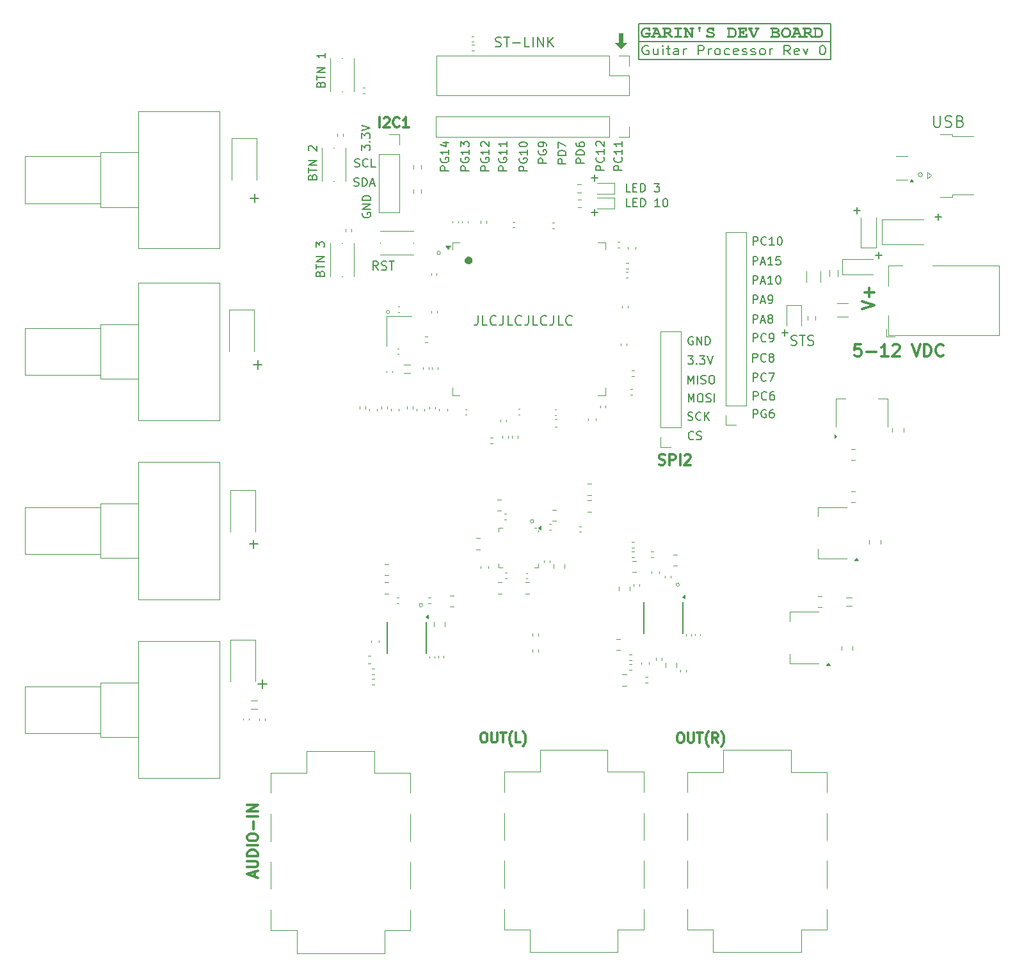
<source format=gbr>
%TF.GenerationSoftware,KiCad,Pcbnew,8.0.5*%
%TF.CreationDate,2024-11-23T22:59:17+07:00*%
%TF.ProjectId,Audio Processor V4,41756469-6f20-4507-926f-636573736f72,rev?*%
%TF.SameCoordinates,Original*%
%TF.FileFunction,Legend,Top*%
%TF.FilePolarity,Positive*%
%FSLAX46Y46*%
G04 Gerber Fmt 4.6, Leading zero omitted, Abs format (unit mm)*
G04 Created by KiCad (PCBNEW 8.0.5) date 2024-11-23 22:59:17*
%MOMM*%
%LPD*%
G01*
G04 APERTURE LIST*
%ADD10C,0.100000*%
%ADD11C,0.160000*%
%ADD12C,0.000000*%
%ADD13C,0.200000*%
%ADD14C,0.180000*%
%ADD15C,0.300000*%
%ADD16C,0.320000*%
%ADD17C,0.162500*%
%ADD18C,0.120000*%
%ADD19C,0.150000*%
G04 APERTURE END LIST*
D10*
X115659581Y-69245000D02*
X116159581Y-69245000D01*
X115409581Y-69995000D01*
X114659581Y-69245000D01*
X115159581Y-69245000D01*
X115159581Y-67995000D01*
X115659581Y-67995000D01*
X115659581Y-69245000D01*
G36*
X115659581Y-69245000D02*
G01*
X116159581Y-69245000D01*
X115409581Y-69995000D01*
X114659581Y-69245000D01*
X115159581Y-69245000D01*
X115159581Y-67995000D01*
X115659581Y-67995000D01*
X115659581Y-69245000D01*
G37*
X91564581Y-97030000D02*
G75*
G02*
X91114581Y-97030000I-225000J0D01*
G01*
X91114581Y-97030000D02*
G75*
G02*
X91564581Y-97030000I225000J0D01*
G01*
X84829581Y-104870000D02*
G75*
G02*
X84379581Y-104870000I-225000J0D01*
G01*
X84379581Y-104870000D02*
G75*
G02*
X84829581Y-104870000I225000J0D01*
G01*
X103907835Y-132545000D02*
G75*
G02*
X103451327Y-132545000I-228254J0D01*
G01*
X103451327Y-132545000D02*
G75*
G02*
X103907835Y-132545000I228254J0D01*
G01*
X155327424Y-86685000D02*
G75*
G02*
X154761738Y-86685000I-282843J0D01*
G01*
X154761738Y-86685000D02*
G75*
G02*
X155327424Y-86685000I282843J0D01*
G01*
X89206297Y-143650000D02*
G75*
G02*
X88752865Y-143650000I-226716J0D01*
G01*
X88752865Y-143650000D02*
G75*
G02*
X89206297Y-143650000I226716J0D01*
G01*
D11*
X117754581Y-66720000D02*
X143229581Y-66720000D01*
X143229581Y-71445000D01*
X117754581Y-71445000D01*
X117754581Y-66720000D01*
X117754581Y-69082500D02*
X143229581Y-69082500D01*
D12*
G36*
X95426841Y-97517741D02*
G01*
X95554746Y-97570721D01*
X95664581Y-97655000D01*
X95748860Y-97764835D01*
X95801840Y-97892740D01*
X95819911Y-98030000D01*
X95801840Y-98167260D01*
X95748860Y-98295165D01*
X95664581Y-98405000D01*
X95554746Y-98489279D01*
X95426841Y-98542259D01*
X95289581Y-98560330D01*
X95152321Y-98542259D01*
X95024416Y-98489279D01*
X94914581Y-98405000D01*
X94830302Y-98295165D01*
X94777322Y-98167260D01*
X94759251Y-98030000D01*
X94777322Y-97892740D01*
X94830302Y-97764835D01*
X94914581Y-97655000D01*
X95024416Y-97570721D01*
X95152321Y-97517741D01*
X95289581Y-97499670D01*
X95426841Y-97517741D01*
G37*
D10*
X123170914Y-140936333D02*
G75*
G02*
X122738248Y-140936333I-216333J0D01*
G01*
X122738248Y-140936333D02*
G75*
G02*
X123170914Y-140936333I216333J0D01*
G01*
D13*
X67394181Y-112411279D02*
X67394181Y-111268422D01*
X67965609Y-111839850D02*
X66822752Y-111839850D01*
D14*
X98010601Y-86139674D02*
X96910601Y-86139674D01*
X96910601Y-86139674D02*
X96910601Y-85720626D01*
X96910601Y-85720626D02*
X96962982Y-85615864D01*
X96962982Y-85615864D02*
X97015363Y-85563483D01*
X97015363Y-85563483D02*
X97120125Y-85511102D01*
X97120125Y-85511102D02*
X97277268Y-85511102D01*
X97277268Y-85511102D02*
X97382030Y-85563483D01*
X97382030Y-85563483D02*
X97434411Y-85615864D01*
X97434411Y-85615864D02*
X97486792Y-85720626D01*
X97486792Y-85720626D02*
X97486792Y-86139674D01*
X96962982Y-84463483D02*
X96910601Y-84568245D01*
X96910601Y-84568245D02*
X96910601Y-84725388D01*
X96910601Y-84725388D02*
X96962982Y-84882531D01*
X96962982Y-84882531D02*
X97067744Y-84987293D01*
X97067744Y-84987293D02*
X97172506Y-85039674D01*
X97172506Y-85039674D02*
X97382030Y-85092055D01*
X97382030Y-85092055D02*
X97539173Y-85092055D01*
X97539173Y-85092055D02*
X97748697Y-85039674D01*
X97748697Y-85039674D02*
X97853459Y-84987293D01*
X97853459Y-84987293D02*
X97958221Y-84882531D01*
X97958221Y-84882531D02*
X98010601Y-84725388D01*
X98010601Y-84725388D02*
X98010601Y-84620626D01*
X98010601Y-84620626D02*
X97958221Y-84463483D01*
X97958221Y-84463483D02*
X97905840Y-84411102D01*
X97905840Y-84411102D02*
X97539173Y-84411102D01*
X97539173Y-84411102D02*
X97539173Y-84620626D01*
X98010601Y-83363483D02*
X98010601Y-83992055D01*
X98010601Y-83677769D02*
X96910601Y-83677769D01*
X96910601Y-83677769D02*
X97067744Y-83782531D01*
X97067744Y-83782531D02*
X97172506Y-83887293D01*
X97172506Y-83887293D02*
X97224887Y-83992055D01*
X97015363Y-82944436D02*
X96962982Y-82892055D01*
X96962982Y-82892055D02*
X96910601Y-82787293D01*
X96910601Y-82787293D02*
X96910601Y-82525388D01*
X96910601Y-82525388D02*
X96962982Y-82420626D01*
X96962982Y-82420626D02*
X97015363Y-82368245D01*
X97015363Y-82368245D02*
X97120125Y-82315864D01*
X97120125Y-82315864D02*
X97224887Y-82315864D01*
X97224887Y-82315864D02*
X97382030Y-82368245D01*
X97382030Y-82368245D02*
X98010601Y-82996817D01*
X98010601Y-82996817D02*
X98010601Y-82315864D01*
X103060601Y-86189674D02*
X101960601Y-86189674D01*
X101960601Y-86189674D02*
X101960601Y-85770626D01*
X101960601Y-85770626D02*
X102012982Y-85665864D01*
X102012982Y-85665864D02*
X102065363Y-85613483D01*
X102065363Y-85613483D02*
X102170125Y-85561102D01*
X102170125Y-85561102D02*
X102327268Y-85561102D01*
X102327268Y-85561102D02*
X102432030Y-85613483D01*
X102432030Y-85613483D02*
X102484411Y-85665864D01*
X102484411Y-85665864D02*
X102536792Y-85770626D01*
X102536792Y-85770626D02*
X102536792Y-86189674D01*
X102012982Y-84513483D02*
X101960601Y-84618245D01*
X101960601Y-84618245D02*
X101960601Y-84775388D01*
X101960601Y-84775388D02*
X102012982Y-84932531D01*
X102012982Y-84932531D02*
X102117744Y-85037293D01*
X102117744Y-85037293D02*
X102222506Y-85089674D01*
X102222506Y-85089674D02*
X102432030Y-85142055D01*
X102432030Y-85142055D02*
X102589173Y-85142055D01*
X102589173Y-85142055D02*
X102798697Y-85089674D01*
X102798697Y-85089674D02*
X102903459Y-85037293D01*
X102903459Y-85037293D02*
X103008221Y-84932531D01*
X103008221Y-84932531D02*
X103060601Y-84775388D01*
X103060601Y-84775388D02*
X103060601Y-84670626D01*
X103060601Y-84670626D02*
X103008221Y-84513483D01*
X103008221Y-84513483D02*
X102955840Y-84461102D01*
X102955840Y-84461102D02*
X102589173Y-84461102D01*
X102589173Y-84461102D02*
X102589173Y-84670626D01*
X103060601Y-83413483D02*
X103060601Y-84042055D01*
X103060601Y-83727769D02*
X101960601Y-83727769D01*
X101960601Y-83727769D02*
X102117744Y-83832531D01*
X102117744Y-83832531D02*
X102222506Y-83937293D01*
X102222506Y-83937293D02*
X102274887Y-84042055D01*
X101960601Y-82732531D02*
X101960601Y-82627769D01*
X101960601Y-82627769D02*
X102012982Y-82523007D01*
X102012982Y-82523007D02*
X102065363Y-82470626D01*
X102065363Y-82470626D02*
X102170125Y-82418245D01*
X102170125Y-82418245D02*
X102379649Y-82365864D01*
X102379649Y-82365864D02*
X102641554Y-82365864D01*
X102641554Y-82365864D02*
X102851078Y-82418245D01*
X102851078Y-82418245D02*
X102955840Y-82470626D01*
X102955840Y-82470626D02*
X103008221Y-82523007D01*
X103008221Y-82523007D02*
X103060601Y-82627769D01*
X103060601Y-82627769D02*
X103060601Y-82732531D01*
X103060601Y-82732531D02*
X103008221Y-82837293D01*
X103008221Y-82837293D02*
X102955840Y-82889674D01*
X102955840Y-82889674D02*
X102851078Y-82942055D01*
X102851078Y-82942055D02*
X102641554Y-82994436D01*
X102641554Y-82994436D02*
X102379649Y-82994436D01*
X102379649Y-82994436D02*
X102170125Y-82942055D01*
X102170125Y-82942055D02*
X102065363Y-82889674D01*
X102065363Y-82889674D02*
X102012982Y-82837293D01*
X102012982Y-82837293D02*
X101960601Y-82732531D01*
X132909906Y-103726020D02*
X132909906Y-102626020D01*
X132909906Y-102626020D02*
X133328954Y-102626020D01*
X133328954Y-102626020D02*
X133433716Y-102678401D01*
X133433716Y-102678401D02*
X133486097Y-102730782D01*
X133486097Y-102730782D02*
X133538478Y-102835544D01*
X133538478Y-102835544D02*
X133538478Y-102992687D01*
X133538478Y-102992687D02*
X133486097Y-103097449D01*
X133486097Y-103097449D02*
X133433716Y-103149830D01*
X133433716Y-103149830D02*
X133328954Y-103202211D01*
X133328954Y-103202211D02*
X132909906Y-103202211D01*
X133957525Y-103411735D02*
X134481335Y-103411735D01*
X133852763Y-103726020D02*
X134219430Y-102626020D01*
X134219430Y-102626020D02*
X134586097Y-103726020D01*
X135005144Y-103726020D02*
X135214668Y-103726020D01*
X135214668Y-103726020D02*
X135319430Y-103673640D01*
X135319430Y-103673640D02*
X135371811Y-103621259D01*
X135371811Y-103621259D02*
X135476573Y-103464116D01*
X135476573Y-103464116D02*
X135528954Y-103254592D01*
X135528954Y-103254592D02*
X135528954Y-102835544D01*
X135528954Y-102835544D02*
X135476573Y-102730782D01*
X135476573Y-102730782D02*
X135424192Y-102678401D01*
X135424192Y-102678401D02*
X135319430Y-102626020D01*
X135319430Y-102626020D02*
X135109906Y-102626020D01*
X135109906Y-102626020D02*
X135005144Y-102678401D01*
X135005144Y-102678401D02*
X134952763Y-102730782D01*
X134952763Y-102730782D02*
X134900382Y-102835544D01*
X134900382Y-102835544D02*
X134900382Y-103097449D01*
X134900382Y-103097449D02*
X134952763Y-103202211D01*
X134952763Y-103202211D02*
X135005144Y-103254592D01*
X135005144Y-103254592D02*
X135109906Y-103306973D01*
X135109906Y-103306973D02*
X135319430Y-103306973D01*
X135319430Y-103306973D02*
X135424192Y-103254592D01*
X135424192Y-103254592D02*
X135476573Y-103202211D01*
X135476573Y-103202211D02*
X135528954Y-103097449D01*
D15*
X66992647Y-179580965D02*
X66992647Y-178914298D01*
X67392647Y-179714298D02*
X65992647Y-179247632D01*
X65992647Y-179247632D02*
X67392647Y-178780965D01*
X65992647Y-178314298D02*
X67125981Y-178314298D01*
X67125981Y-178314298D02*
X67259314Y-178247632D01*
X67259314Y-178247632D02*
X67325981Y-178180965D01*
X67325981Y-178180965D02*
X67392647Y-178047632D01*
X67392647Y-178047632D02*
X67392647Y-177780965D01*
X67392647Y-177780965D02*
X67325981Y-177647632D01*
X67325981Y-177647632D02*
X67259314Y-177580965D01*
X67259314Y-177580965D02*
X67125981Y-177514298D01*
X67125981Y-177514298D02*
X65992647Y-177514298D01*
X67392647Y-176847631D02*
X65992647Y-176847631D01*
X65992647Y-176847631D02*
X65992647Y-176514298D01*
X65992647Y-176514298D02*
X66059314Y-176314298D01*
X66059314Y-176314298D02*
X66192647Y-176180965D01*
X66192647Y-176180965D02*
X66325981Y-176114298D01*
X66325981Y-176114298D02*
X66592647Y-176047631D01*
X66592647Y-176047631D02*
X66792647Y-176047631D01*
X66792647Y-176047631D02*
X67059314Y-176114298D01*
X67059314Y-176114298D02*
X67192647Y-176180965D01*
X67192647Y-176180965D02*
X67325981Y-176314298D01*
X67325981Y-176314298D02*
X67392647Y-176514298D01*
X67392647Y-176514298D02*
X67392647Y-176847631D01*
X67392647Y-175447631D02*
X65992647Y-175447631D01*
X65992647Y-174514298D02*
X65992647Y-174247631D01*
X65992647Y-174247631D02*
X66059314Y-174114298D01*
X66059314Y-174114298D02*
X66192647Y-173980964D01*
X66192647Y-173980964D02*
X66459314Y-173914298D01*
X66459314Y-173914298D02*
X66925981Y-173914298D01*
X66925981Y-173914298D02*
X67192647Y-173980964D01*
X67192647Y-173980964D02*
X67325981Y-174114298D01*
X67325981Y-174114298D02*
X67392647Y-174247631D01*
X67392647Y-174247631D02*
X67392647Y-174514298D01*
X67392647Y-174514298D02*
X67325981Y-174647631D01*
X67325981Y-174647631D02*
X67192647Y-174780964D01*
X67192647Y-174780964D02*
X66925981Y-174847631D01*
X66925981Y-174847631D02*
X66459314Y-174847631D01*
X66459314Y-174847631D02*
X66192647Y-174780964D01*
X66192647Y-174780964D02*
X66059314Y-174647631D01*
X66059314Y-174647631D02*
X65992647Y-174514298D01*
X66859314Y-173314297D02*
X66859314Y-172247631D01*
X67392647Y-171580964D02*
X65992647Y-171580964D01*
X67392647Y-170914297D02*
X65992647Y-170914297D01*
X65992647Y-170914297D02*
X67392647Y-170114297D01*
X67392647Y-170114297D02*
X65992647Y-170114297D01*
X147194806Y-109108590D02*
X146432901Y-109108590D01*
X146432901Y-109108590D02*
X146356710Y-109870495D01*
X146356710Y-109870495D02*
X146432901Y-109794304D01*
X146432901Y-109794304D02*
X146585282Y-109718114D01*
X146585282Y-109718114D02*
X146966234Y-109718114D01*
X146966234Y-109718114D02*
X147118615Y-109794304D01*
X147118615Y-109794304D02*
X147194806Y-109870495D01*
X147194806Y-109870495D02*
X147270996Y-110022876D01*
X147270996Y-110022876D02*
X147270996Y-110403828D01*
X147270996Y-110403828D02*
X147194806Y-110556209D01*
X147194806Y-110556209D02*
X147118615Y-110632400D01*
X147118615Y-110632400D02*
X146966234Y-110708590D01*
X146966234Y-110708590D02*
X146585282Y-110708590D01*
X146585282Y-110708590D02*
X146432901Y-110632400D01*
X146432901Y-110632400D02*
X146356710Y-110556209D01*
X147956711Y-110099066D02*
X149175759Y-110099066D01*
X150775758Y-110708590D02*
X149861472Y-110708590D01*
X150318615Y-110708590D02*
X150318615Y-109108590D01*
X150318615Y-109108590D02*
X150166234Y-109337161D01*
X150166234Y-109337161D02*
X150013853Y-109489542D01*
X150013853Y-109489542D02*
X149861472Y-109565733D01*
X151385282Y-109260971D02*
X151461473Y-109184780D01*
X151461473Y-109184780D02*
X151613854Y-109108590D01*
X151613854Y-109108590D02*
X151994806Y-109108590D01*
X151994806Y-109108590D02*
X152147187Y-109184780D01*
X152147187Y-109184780D02*
X152223378Y-109260971D01*
X152223378Y-109260971D02*
X152299568Y-109413352D01*
X152299568Y-109413352D02*
X152299568Y-109565733D01*
X152299568Y-109565733D02*
X152223378Y-109794304D01*
X152223378Y-109794304D02*
X151309092Y-110708590D01*
X151309092Y-110708590D02*
X152299568Y-110708590D01*
X153975759Y-109108590D02*
X154509093Y-110708590D01*
X154509093Y-110708590D02*
X155042426Y-109108590D01*
X155575760Y-110708590D02*
X155575760Y-109108590D01*
X155575760Y-109108590D02*
X155956712Y-109108590D01*
X155956712Y-109108590D02*
X156185284Y-109184780D01*
X156185284Y-109184780D02*
X156337665Y-109337161D01*
X156337665Y-109337161D02*
X156413855Y-109489542D01*
X156413855Y-109489542D02*
X156490046Y-109794304D01*
X156490046Y-109794304D02*
X156490046Y-110022876D01*
X156490046Y-110022876D02*
X156413855Y-110327638D01*
X156413855Y-110327638D02*
X156337665Y-110480019D01*
X156337665Y-110480019D02*
X156185284Y-110632400D01*
X156185284Y-110632400D02*
X155956712Y-110708590D01*
X155956712Y-110708590D02*
X155575760Y-110708590D01*
X158090046Y-110556209D02*
X158013855Y-110632400D01*
X158013855Y-110632400D02*
X157785284Y-110708590D01*
X157785284Y-110708590D02*
X157632903Y-110708590D01*
X157632903Y-110708590D02*
X157404331Y-110632400D01*
X157404331Y-110632400D02*
X157251950Y-110480019D01*
X157251950Y-110480019D02*
X157175760Y-110327638D01*
X157175760Y-110327638D02*
X157099569Y-110022876D01*
X157099569Y-110022876D02*
X157099569Y-109794304D01*
X157099569Y-109794304D02*
X157175760Y-109489542D01*
X157175760Y-109489542D02*
X157251950Y-109337161D01*
X157251950Y-109337161D02*
X157404331Y-109184780D01*
X157404331Y-109184780D02*
X157632903Y-109108590D01*
X157632903Y-109108590D02*
X157785284Y-109108590D01*
X157785284Y-109108590D02*
X158013855Y-109184780D01*
X158013855Y-109184780D02*
X158090046Y-109260971D01*
X97209091Y-160520304D02*
X97456710Y-160520304D01*
X97456710Y-160520304D02*
X97580520Y-160582209D01*
X97580520Y-160582209D02*
X97704329Y-160706019D01*
X97704329Y-160706019D02*
X97766234Y-160953638D01*
X97766234Y-160953638D02*
X97766234Y-161386971D01*
X97766234Y-161386971D02*
X97704329Y-161634590D01*
X97704329Y-161634590D02*
X97580520Y-161758400D01*
X97580520Y-161758400D02*
X97456710Y-161820304D01*
X97456710Y-161820304D02*
X97209091Y-161820304D01*
X97209091Y-161820304D02*
X97085282Y-161758400D01*
X97085282Y-161758400D02*
X96961472Y-161634590D01*
X96961472Y-161634590D02*
X96899568Y-161386971D01*
X96899568Y-161386971D02*
X96899568Y-160953638D01*
X96899568Y-160953638D02*
X96961472Y-160706019D01*
X96961472Y-160706019D02*
X97085282Y-160582209D01*
X97085282Y-160582209D02*
X97209091Y-160520304D01*
X98323377Y-160520304D02*
X98323377Y-161572685D01*
X98323377Y-161572685D02*
X98385282Y-161696495D01*
X98385282Y-161696495D02*
X98447187Y-161758400D01*
X98447187Y-161758400D02*
X98570996Y-161820304D01*
X98570996Y-161820304D02*
X98818615Y-161820304D01*
X98818615Y-161820304D02*
X98942425Y-161758400D01*
X98942425Y-161758400D02*
X99004330Y-161696495D01*
X99004330Y-161696495D02*
X99066234Y-161572685D01*
X99066234Y-161572685D02*
X99066234Y-160520304D01*
X99499568Y-160520304D02*
X100242425Y-160520304D01*
X99870997Y-161820304D02*
X99870997Y-160520304D01*
X101047187Y-162315542D02*
X100985282Y-162253638D01*
X100985282Y-162253638D02*
X100861473Y-162067923D01*
X100861473Y-162067923D02*
X100799568Y-161944114D01*
X100799568Y-161944114D02*
X100737663Y-161758400D01*
X100737663Y-161758400D02*
X100675758Y-161448876D01*
X100675758Y-161448876D02*
X100675758Y-161201257D01*
X100675758Y-161201257D02*
X100737663Y-160891733D01*
X100737663Y-160891733D02*
X100799568Y-160706019D01*
X100799568Y-160706019D02*
X100861473Y-160582209D01*
X100861473Y-160582209D02*
X100985282Y-160396495D01*
X100985282Y-160396495D02*
X101047187Y-160334590D01*
X102161473Y-161820304D02*
X101542425Y-161820304D01*
X101542425Y-161820304D02*
X101542425Y-160520304D01*
X102470997Y-162315542D02*
X102532902Y-162253638D01*
X102532902Y-162253638D02*
X102656711Y-162067923D01*
X102656711Y-162067923D02*
X102718616Y-161944114D01*
X102718616Y-161944114D02*
X102780521Y-161758400D01*
X102780521Y-161758400D02*
X102842425Y-161448876D01*
X102842425Y-161448876D02*
X102842425Y-161201257D01*
X102842425Y-161201257D02*
X102780521Y-160891733D01*
X102780521Y-160891733D02*
X102718616Y-160706019D01*
X102718616Y-160706019D02*
X102656711Y-160582209D01*
X102656711Y-160582209D02*
X102532902Y-160396495D01*
X102532902Y-160396495D02*
X102470997Y-160334590D01*
D11*
X111980094Y-87552832D02*
X111980094Y-86714737D01*
X112399141Y-87133784D02*
X111561046Y-87133784D01*
D14*
X132909906Y-114026020D02*
X132909906Y-112926020D01*
X132909906Y-112926020D02*
X133328954Y-112926020D01*
X133328954Y-112926020D02*
X133433716Y-112978401D01*
X133433716Y-112978401D02*
X133486097Y-113030782D01*
X133486097Y-113030782D02*
X133538478Y-113135544D01*
X133538478Y-113135544D02*
X133538478Y-113292687D01*
X133538478Y-113292687D02*
X133486097Y-113397449D01*
X133486097Y-113397449D02*
X133433716Y-113449830D01*
X133433716Y-113449830D02*
X133328954Y-113502211D01*
X133328954Y-113502211D02*
X132909906Y-113502211D01*
X134638478Y-113921259D02*
X134586097Y-113973640D01*
X134586097Y-113973640D02*
X134428954Y-114026020D01*
X134428954Y-114026020D02*
X134324192Y-114026020D01*
X134324192Y-114026020D02*
X134167049Y-113973640D01*
X134167049Y-113973640D02*
X134062287Y-113868878D01*
X134062287Y-113868878D02*
X134009906Y-113764116D01*
X134009906Y-113764116D02*
X133957525Y-113554592D01*
X133957525Y-113554592D02*
X133957525Y-113397449D01*
X133957525Y-113397449D02*
X134009906Y-113187925D01*
X134009906Y-113187925D02*
X134062287Y-113083163D01*
X134062287Y-113083163D02*
X134167049Y-112978401D01*
X134167049Y-112978401D02*
X134324192Y-112926020D01*
X134324192Y-112926020D02*
X134428954Y-112926020D01*
X134428954Y-112926020D02*
X134586097Y-112978401D01*
X134586097Y-112978401D02*
X134638478Y-113030782D01*
X135005144Y-112926020D02*
X135738478Y-112926020D01*
X135738478Y-112926020D02*
X135267049Y-114026020D01*
D11*
X111942594Y-92102832D02*
X111942594Y-91264737D01*
X112361641Y-91683784D02*
X111523546Y-91683784D01*
D14*
X80232525Y-85623640D02*
X80389668Y-85676020D01*
X80389668Y-85676020D02*
X80651573Y-85676020D01*
X80651573Y-85676020D02*
X80756335Y-85623640D01*
X80756335Y-85623640D02*
X80808716Y-85571259D01*
X80808716Y-85571259D02*
X80861097Y-85466497D01*
X80861097Y-85466497D02*
X80861097Y-85361735D01*
X80861097Y-85361735D02*
X80808716Y-85256973D01*
X80808716Y-85256973D02*
X80756335Y-85204592D01*
X80756335Y-85204592D02*
X80651573Y-85152211D01*
X80651573Y-85152211D02*
X80442049Y-85099830D01*
X80442049Y-85099830D02*
X80337287Y-85047449D01*
X80337287Y-85047449D02*
X80284906Y-84995068D01*
X80284906Y-84995068D02*
X80232525Y-84890306D01*
X80232525Y-84890306D02*
X80232525Y-84785544D01*
X80232525Y-84785544D02*
X80284906Y-84680782D01*
X80284906Y-84680782D02*
X80337287Y-84628401D01*
X80337287Y-84628401D02*
X80442049Y-84576020D01*
X80442049Y-84576020D02*
X80703954Y-84576020D01*
X80703954Y-84576020D02*
X80861097Y-84628401D01*
X81961097Y-85571259D02*
X81908716Y-85623640D01*
X81908716Y-85623640D02*
X81751573Y-85676020D01*
X81751573Y-85676020D02*
X81646811Y-85676020D01*
X81646811Y-85676020D02*
X81489668Y-85623640D01*
X81489668Y-85623640D02*
X81384906Y-85518878D01*
X81384906Y-85518878D02*
X81332525Y-85414116D01*
X81332525Y-85414116D02*
X81280144Y-85204592D01*
X81280144Y-85204592D02*
X81280144Y-85047449D01*
X81280144Y-85047449D02*
X81332525Y-84837925D01*
X81332525Y-84837925D02*
X81384906Y-84733163D01*
X81384906Y-84733163D02*
X81489668Y-84628401D01*
X81489668Y-84628401D02*
X81646811Y-84576020D01*
X81646811Y-84576020D02*
X81751573Y-84576020D01*
X81751573Y-84576020D02*
X81908716Y-84628401D01*
X81908716Y-84628401D02*
X81961097Y-84680782D01*
X82956335Y-85676020D02*
X82432525Y-85676020D01*
X82432525Y-85676020D02*
X82432525Y-84576020D01*
X132909906Y-98626020D02*
X132909906Y-97526020D01*
X132909906Y-97526020D02*
X133328954Y-97526020D01*
X133328954Y-97526020D02*
X133433716Y-97578401D01*
X133433716Y-97578401D02*
X133486097Y-97630782D01*
X133486097Y-97630782D02*
X133538478Y-97735544D01*
X133538478Y-97735544D02*
X133538478Y-97892687D01*
X133538478Y-97892687D02*
X133486097Y-97997449D01*
X133486097Y-97997449D02*
X133433716Y-98049830D01*
X133433716Y-98049830D02*
X133328954Y-98102211D01*
X133328954Y-98102211D02*
X132909906Y-98102211D01*
X133957525Y-98311735D02*
X134481335Y-98311735D01*
X133852763Y-98626020D02*
X134219430Y-97526020D01*
X134219430Y-97526020D02*
X134586097Y-98626020D01*
X135528954Y-98626020D02*
X134900382Y-98626020D01*
X135214668Y-98626020D02*
X135214668Y-97526020D01*
X135214668Y-97526020D02*
X135109906Y-97683163D01*
X135109906Y-97683163D02*
X135005144Y-97787925D01*
X135005144Y-97787925D02*
X134900382Y-97840306D01*
X136524192Y-97526020D02*
X136000382Y-97526020D01*
X136000382Y-97526020D02*
X135948001Y-98049830D01*
X135948001Y-98049830D02*
X136000382Y-97997449D01*
X136000382Y-97997449D02*
X136105144Y-97945068D01*
X136105144Y-97945068D02*
X136367049Y-97945068D01*
X136367049Y-97945068D02*
X136471811Y-97997449D01*
X136471811Y-97997449D02*
X136524192Y-98049830D01*
X136524192Y-98049830D02*
X136576573Y-98154592D01*
X136576573Y-98154592D02*
X136576573Y-98416497D01*
X136576573Y-98416497D02*
X136524192Y-98521259D01*
X136524192Y-98521259D02*
X136471811Y-98573640D01*
X136471811Y-98573640D02*
X136367049Y-98626020D01*
X136367049Y-98626020D02*
X136105144Y-98626020D01*
X136105144Y-98626020D02*
X136000382Y-98573640D01*
X136000382Y-98573640D02*
X135948001Y-98521259D01*
D11*
X116670558Y-88952060D02*
X116146748Y-88952060D01*
X116146748Y-88952060D02*
X116146748Y-87852060D01*
X117037224Y-88375870D02*
X117403891Y-88375870D01*
X117561034Y-88952060D02*
X117037224Y-88952060D01*
X117037224Y-88952060D02*
X117037224Y-87852060D01*
X117037224Y-87852060D02*
X117561034Y-87852060D01*
X118032462Y-88952060D02*
X118032462Y-87852060D01*
X118032462Y-87852060D02*
X118294367Y-87852060D01*
X118294367Y-87852060D02*
X118451510Y-87904441D01*
X118451510Y-87904441D02*
X118556272Y-88009203D01*
X118556272Y-88009203D02*
X118608653Y-88113965D01*
X118608653Y-88113965D02*
X118661034Y-88323489D01*
X118661034Y-88323489D02*
X118661034Y-88480632D01*
X118661034Y-88480632D02*
X118608653Y-88690156D01*
X118608653Y-88690156D02*
X118556272Y-88794918D01*
X118556272Y-88794918D02*
X118451510Y-88899680D01*
X118451510Y-88899680D02*
X118294367Y-88952060D01*
X118294367Y-88952060D02*
X118032462Y-88952060D01*
X119865795Y-87852060D02*
X120546748Y-87852060D01*
X120546748Y-87852060D02*
X120180081Y-88271108D01*
X120180081Y-88271108D02*
X120337224Y-88271108D01*
X120337224Y-88271108D02*
X120441986Y-88323489D01*
X120441986Y-88323489D02*
X120494367Y-88375870D01*
X120494367Y-88375870D02*
X120546748Y-88480632D01*
X120546748Y-88480632D02*
X120546748Y-88742537D01*
X120546748Y-88742537D02*
X120494367Y-88847299D01*
X120494367Y-88847299D02*
X120441986Y-88899680D01*
X120441986Y-88899680D02*
X120337224Y-88952060D01*
X120337224Y-88952060D02*
X120022938Y-88952060D01*
X120022938Y-88952060D02*
X119918176Y-88899680D01*
X119918176Y-88899680D02*
X119865795Y-88847299D01*
D14*
X132884906Y-111451020D02*
X132884906Y-110351020D01*
X132884906Y-110351020D02*
X133303954Y-110351020D01*
X133303954Y-110351020D02*
X133408716Y-110403401D01*
X133408716Y-110403401D02*
X133461097Y-110455782D01*
X133461097Y-110455782D02*
X133513478Y-110560544D01*
X133513478Y-110560544D02*
X133513478Y-110717687D01*
X133513478Y-110717687D02*
X133461097Y-110822449D01*
X133461097Y-110822449D02*
X133408716Y-110874830D01*
X133408716Y-110874830D02*
X133303954Y-110927211D01*
X133303954Y-110927211D02*
X132884906Y-110927211D01*
X134613478Y-111346259D02*
X134561097Y-111398640D01*
X134561097Y-111398640D02*
X134403954Y-111451020D01*
X134403954Y-111451020D02*
X134299192Y-111451020D01*
X134299192Y-111451020D02*
X134142049Y-111398640D01*
X134142049Y-111398640D02*
X134037287Y-111293878D01*
X134037287Y-111293878D02*
X133984906Y-111189116D01*
X133984906Y-111189116D02*
X133932525Y-110979592D01*
X133932525Y-110979592D02*
X133932525Y-110822449D01*
X133932525Y-110822449D02*
X133984906Y-110612925D01*
X133984906Y-110612925D02*
X134037287Y-110508163D01*
X134037287Y-110508163D02*
X134142049Y-110403401D01*
X134142049Y-110403401D02*
X134299192Y-110351020D01*
X134299192Y-110351020D02*
X134403954Y-110351020D01*
X134403954Y-110351020D02*
X134561097Y-110403401D01*
X134561097Y-110403401D02*
X134613478Y-110455782D01*
X135242049Y-110822449D02*
X135137287Y-110770068D01*
X135137287Y-110770068D02*
X135084906Y-110717687D01*
X135084906Y-110717687D02*
X135032525Y-110612925D01*
X135032525Y-110612925D02*
X135032525Y-110560544D01*
X135032525Y-110560544D02*
X135084906Y-110455782D01*
X135084906Y-110455782D02*
X135137287Y-110403401D01*
X135137287Y-110403401D02*
X135242049Y-110351020D01*
X135242049Y-110351020D02*
X135451573Y-110351020D01*
X135451573Y-110351020D02*
X135556335Y-110403401D01*
X135556335Y-110403401D02*
X135608716Y-110455782D01*
X135608716Y-110455782D02*
X135661097Y-110560544D01*
X135661097Y-110560544D02*
X135661097Y-110612925D01*
X135661097Y-110612925D02*
X135608716Y-110717687D01*
X135608716Y-110717687D02*
X135556335Y-110770068D01*
X135556335Y-110770068D02*
X135451573Y-110822449D01*
X135451573Y-110822449D02*
X135242049Y-110822449D01*
X135242049Y-110822449D02*
X135137287Y-110874830D01*
X135137287Y-110874830D02*
X135084906Y-110927211D01*
X135084906Y-110927211D02*
X135032525Y-111031973D01*
X135032525Y-111031973D02*
X135032525Y-111241497D01*
X135032525Y-111241497D02*
X135084906Y-111346259D01*
X135084906Y-111346259D02*
X135137287Y-111398640D01*
X135137287Y-111398640D02*
X135242049Y-111451020D01*
X135242049Y-111451020D02*
X135451573Y-111451020D01*
X135451573Y-111451020D02*
X135556335Y-111398640D01*
X135556335Y-111398640D02*
X135608716Y-111346259D01*
X135608716Y-111346259D02*
X135661097Y-111241497D01*
X135661097Y-111241497D02*
X135661097Y-111031973D01*
X135661097Y-111031973D02*
X135608716Y-110927211D01*
X135608716Y-110927211D02*
X135556335Y-110874830D01*
X135556335Y-110874830D02*
X135451573Y-110822449D01*
X95335601Y-86139674D02*
X94235601Y-86139674D01*
X94235601Y-86139674D02*
X94235601Y-85720626D01*
X94235601Y-85720626D02*
X94287982Y-85615864D01*
X94287982Y-85615864D02*
X94340363Y-85563483D01*
X94340363Y-85563483D02*
X94445125Y-85511102D01*
X94445125Y-85511102D02*
X94602268Y-85511102D01*
X94602268Y-85511102D02*
X94707030Y-85563483D01*
X94707030Y-85563483D02*
X94759411Y-85615864D01*
X94759411Y-85615864D02*
X94811792Y-85720626D01*
X94811792Y-85720626D02*
X94811792Y-86139674D01*
X94287982Y-84463483D02*
X94235601Y-84568245D01*
X94235601Y-84568245D02*
X94235601Y-84725388D01*
X94235601Y-84725388D02*
X94287982Y-84882531D01*
X94287982Y-84882531D02*
X94392744Y-84987293D01*
X94392744Y-84987293D02*
X94497506Y-85039674D01*
X94497506Y-85039674D02*
X94707030Y-85092055D01*
X94707030Y-85092055D02*
X94864173Y-85092055D01*
X94864173Y-85092055D02*
X95073697Y-85039674D01*
X95073697Y-85039674D02*
X95178459Y-84987293D01*
X95178459Y-84987293D02*
X95283221Y-84882531D01*
X95283221Y-84882531D02*
X95335601Y-84725388D01*
X95335601Y-84725388D02*
X95335601Y-84620626D01*
X95335601Y-84620626D02*
X95283221Y-84463483D01*
X95283221Y-84463483D02*
X95230840Y-84411102D01*
X95230840Y-84411102D02*
X94864173Y-84411102D01*
X94864173Y-84411102D02*
X94864173Y-84620626D01*
X95335601Y-83363483D02*
X95335601Y-83992055D01*
X95335601Y-83677769D02*
X94235601Y-83677769D01*
X94235601Y-83677769D02*
X94392744Y-83782531D01*
X94392744Y-83782531D02*
X94497506Y-83887293D01*
X94497506Y-83887293D02*
X94549887Y-83992055D01*
X94235601Y-82996817D02*
X94235601Y-82315864D01*
X94235601Y-82315864D02*
X94654649Y-82682531D01*
X94654649Y-82682531D02*
X94654649Y-82525388D01*
X94654649Y-82525388D02*
X94707030Y-82420626D01*
X94707030Y-82420626D02*
X94759411Y-82368245D01*
X94759411Y-82368245D02*
X94864173Y-82315864D01*
X94864173Y-82315864D02*
X95126078Y-82315864D01*
X95126078Y-82315864D02*
X95230840Y-82368245D01*
X95230840Y-82368245D02*
X95283221Y-82420626D01*
X95283221Y-82420626D02*
X95335601Y-82525388D01*
X95335601Y-82525388D02*
X95335601Y-82839674D01*
X95335601Y-82839674D02*
X95283221Y-82944436D01*
X95283221Y-82944436D02*
X95230840Y-82996817D01*
D15*
X123209091Y-160545304D02*
X123456710Y-160545304D01*
X123456710Y-160545304D02*
X123580520Y-160607209D01*
X123580520Y-160607209D02*
X123704329Y-160731019D01*
X123704329Y-160731019D02*
X123766234Y-160978638D01*
X123766234Y-160978638D02*
X123766234Y-161411971D01*
X123766234Y-161411971D02*
X123704329Y-161659590D01*
X123704329Y-161659590D02*
X123580520Y-161783400D01*
X123580520Y-161783400D02*
X123456710Y-161845304D01*
X123456710Y-161845304D02*
X123209091Y-161845304D01*
X123209091Y-161845304D02*
X123085282Y-161783400D01*
X123085282Y-161783400D02*
X122961472Y-161659590D01*
X122961472Y-161659590D02*
X122899568Y-161411971D01*
X122899568Y-161411971D02*
X122899568Y-160978638D01*
X122899568Y-160978638D02*
X122961472Y-160731019D01*
X122961472Y-160731019D02*
X123085282Y-160607209D01*
X123085282Y-160607209D02*
X123209091Y-160545304D01*
X124323377Y-160545304D02*
X124323377Y-161597685D01*
X124323377Y-161597685D02*
X124385282Y-161721495D01*
X124385282Y-161721495D02*
X124447187Y-161783400D01*
X124447187Y-161783400D02*
X124570996Y-161845304D01*
X124570996Y-161845304D02*
X124818615Y-161845304D01*
X124818615Y-161845304D02*
X124942425Y-161783400D01*
X124942425Y-161783400D02*
X125004330Y-161721495D01*
X125004330Y-161721495D02*
X125066234Y-161597685D01*
X125066234Y-161597685D02*
X125066234Y-160545304D01*
X125499568Y-160545304D02*
X126242425Y-160545304D01*
X125870997Y-161845304D02*
X125870997Y-160545304D01*
X127047187Y-162340542D02*
X126985282Y-162278638D01*
X126985282Y-162278638D02*
X126861473Y-162092923D01*
X126861473Y-162092923D02*
X126799568Y-161969114D01*
X126799568Y-161969114D02*
X126737663Y-161783400D01*
X126737663Y-161783400D02*
X126675758Y-161473876D01*
X126675758Y-161473876D02*
X126675758Y-161226257D01*
X126675758Y-161226257D02*
X126737663Y-160916733D01*
X126737663Y-160916733D02*
X126799568Y-160731019D01*
X126799568Y-160731019D02*
X126861473Y-160607209D01*
X126861473Y-160607209D02*
X126985282Y-160421495D01*
X126985282Y-160421495D02*
X127047187Y-160359590D01*
X128285282Y-161845304D02*
X127851949Y-161226257D01*
X127542425Y-161845304D02*
X127542425Y-160545304D01*
X127542425Y-160545304D02*
X128037663Y-160545304D01*
X128037663Y-160545304D02*
X128161473Y-160607209D01*
X128161473Y-160607209D02*
X128223378Y-160669114D01*
X128223378Y-160669114D02*
X128285282Y-160792923D01*
X128285282Y-160792923D02*
X128285282Y-160978638D01*
X128285282Y-160978638D02*
X128223378Y-161102447D01*
X128223378Y-161102447D02*
X128161473Y-161164352D01*
X128161473Y-161164352D02*
X128037663Y-161226257D01*
X128037663Y-161226257D02*
X127542425Y-161226257D01*
X128718616Y-162340542D02*
X128780521Y-162278638D01*
X128780521Y-162278638D02*
X128904330Y-162092923D01*
X128904330Y-162092923D02*
X128966235Y-161969114D01*
X128966235Y-161969114D02*
X129028140Y-161783400D01*
X129028140Y-161783400D02*
X129090044Y-161473876D01*
X129090044Y-161473876D02*
X129090044Y-161226257D01*
X129090044Y-161226257D02*
X129028140Y-160916733D01*
X129028140Y-160916733D02*
X128966235Y-160731019D01*
X128966235Y-160731019D02*
X128904330Y-160607209D01*
X128904330Y-160607209D02*
X128780521Y-160421495D01*
X128780521Y-160421495D02*
X128718616Y-160359590D01*
D14*
X81287982Y-91738483D02*
X81235601Y-91843245D01*
X81235601Y-91843245D02*
X81235601Y-92000388D01*
X81235601Y-92000388D02*
X81287982Y-92157531D01*
X81287982Y-92157531D02*
X81392744Y-92262293D01*
X81392744Y-92262293D02*
X81497506Y-92314674D01*
X81497506Y-92314674D02*
X81707030Y-92367055D01*
X81707030Y-92367055D02*
X81864173Y-92367055D01*
X81864173Y-92367055D02*
X82073697Y-92314674D01*
X82073697Y-92314674D02*
X82178459Y-92262293D01*
X82178459Y-92262293D02*
X82283221Y-92157531D01*
X82283221Y-92157531D02*
X82335601Y-92000388D01*
X82335601Y-92000388D02*
X82335601Y-91895626D01*
X82335601Y-91895626D02*
X82283221Y-91738483D01*
X82283221Y-91738483D02*
X82230840Y-91686102D01*
X82230840Y-91686102D02*
X81864173Y-91686102D01*
X81864173Y-91686102D02*
X81864173Y-91895626D01*
X82335601Y-91214674D02*
X81235601Y-91214674D01*
X81235601Y-91214674D02*
X82335601Y-90586102D01*
X82335601Y-90586102D02*
X81235601Y-90586102D01*
X82335601Y-90062293D02*
X81235601Y-90062293D01*
X81235601Y-90062293D02*
X81235601Y-89800388D01*
X81235601Y-89800388D02*
X81287982Y-89643245D01*
X81287982Y-89643245D02*
X81392744Y-89538483D01*
X81392744Y-89538483D02*
X81497506Y-89486102D01*
X81497506Y-89486102D02*
X81707030Y-89433721D01*
X81707030Y-89433721D02*
X81864173Y-89433721D01*
X81864173Y-89433721D02*
X82073697Y-89486102D01*
X82073697Y-89486102D02*
X82178459Y-89538483D01*
X82178459Y-89538483D02*
X82283221Y-89643245D01*
X82283221Y-89643245D02*
X82335601Y-89800388D01*
X82335601Y-89800388D02*
X82335601Y-90062293D01*
X132934906Y-96001020D02*
X132934906Y-94901020D01*
X132934906Y-94901020D02*
X133353954Y-94901020D01*
X133353954Y-94901020D02*
X133458716Y-94953401D01*
X133458716Y-94953401D02*
X133511097Y-95005782D01*
X133511097Y-95005782D02*
X133563478Y-95110544D01*
X133563478Y-95110544D02*
X133563478Y-95267687D01*
X133563478Y-95267687D02*
X133511097Y-95372449D01*
X133511097Y-95372449D02*
X133458716Y-95424830D01*
X133458716Y-95424830D02*
X133353954Y-95477211D01*
X133353954Y-95477211D02*
X132934906Y-95477211D01*
X134663478Y-95896259D02*
X134611097Y-95948640D01*
X134611097Y-95948640D02*
X134453954Y-96001020D01*
X134453954Y-96001020D02*
X134349192Y-96001020D01*
X134349192Y-96001020D02*
X134192049Y-95948640D01*
X134192049Y-95948640D02*
X134087287Y-95843878D01*
X134087287Y-95843878D02*
X134034906Y-95739116D01*
X134034906Y-95739116D02*
X133982525Y-95529592D01*
X133982525Y-95529592D02*
X133982525Y-95372449D01*
X133982525Y-95372449D02*
X134034906Y-95162925D01*
X134034906Y-95162925D02*
X134087287Y-95058163D01*
X134087287Y-95058163D02*
X134192049Y-94953401D01*
X134192049Y-94953401D02*
X134349192Y-94901020D01*
X134349192Y-94901020D02*
X134453954Y-94901020D01*
X134453954Y-94901020D02*
X134611097Y-94953401D01*
X134611097Y-94953401D02*
X134663478Y-95005782D01*
X135711097Y-96001020D02*
X135082525Y-96001020D01*
X135396811Y-96001020D02*
X135396811Y-94901020D01*
X135396811Y-94901020D02*
X135292049Y-95058163D01*
X135292049Y-95058163D02*
X135187287Y-95162925D01*
X135187287Y-95162925D02*
X135082525Y-95215306D01*
X136392049Y-94901020D02*
X136496811Y-94901020D01*
X136496811Y-94901020D02*
X136601573Y-94953401D01*
X136601573Y-94953401D02*
X136653954Y-95005782D01*
X136653954Y-95005782D02*
X136706335Y-95110544D01*
X136706335Y-95110544D02*
X136758716Y-95320068D01*
X136758716Y-95320068D02*
X136758716Y-95581973D01*
X136758716Y-95581973D02*
X136706335Y-95791497D01*
X136706335Y-95791497D02*
X136653954Y-95896259D01*
X136653954Y-95896259D02*
X136601573Y-95948640D01*
X136601573Y-95948640D02*
X136496811Y-96001020D01*
X136496811Y-96001020D02*
X136392049Y-96001020D01*
X136392049Y-96001020D02*
X136287287Y-95948640D01*
X136287287Y-95948640D02*
X136234906Y-95896259D01*
X136234906Y-95896259D02*
X136182525Y-95791497D01*
X136182525Y-95791497D02*
X136130144Y-95581973D01*
X136130144Y-95581973D02*
X136130144Y-95320068D01*
X136130144Y-95320068D02*
X136182525Y-95110544D01*
X136182525Y-95110544D02*
X136234906Y-95005782D01*
X136234906Y-95005782D02*
X136287287Y-94953401D01*
X136287287Y-94953401D02*
X136392049Y-94901020D01*
D13*
X98838778Y-69713600D02*
X99024492Y-69775504D01*
X99024492Y-69775504D02*
X99334016Y-69775504D01*
X99334016Y-69775504D02*
X99457825Y-69713600D01*
X99457825Y-69713600D02*
X99519730Y-69651695D01*
X99519730Y-69651695D02*
X99581635Y-69527885D01*
X99581635Y-69527885D02*
X99581635Y-69404076D01*
X99581635Y-69404076D02*
X99519730Y-69280266D01*
X99519730Y-69280266D02*
X99457825Y-69218361D01*
X99457825Y-69218361D02*
X99334016Y-69156457D01*
X99334016Y-69156457D02*
X99086397Y-69094552D01*
X99086397Y-69094552D02*
X98962587Y-69032647D01*
X98962587Y-69032647D02*
X98900682Y-68970742D01*
X98900682Y-68970742D02*
X98838778Y-68846933D01*
X98838778Y-68846933D02*
X98838778Y-68723123D01*
X98838778Y-68723123D02*
X98900682Y-68599314D01*
X98900682Y-68599314D02*
X98962587Y-68537409D01*
X98962587Y-68537409D02*
X99086397Y-68475504D01*
X99086397Y-68475504D02*
X99395920Y-68475504D01*
X99395920Y-68475504D02*
X99581635Y-68537409D01*
X99953063Y-68475504D02*
X100695920Y-68475504D01*
X100324492Y-69775504D02*
X100324492Y-68475504D01*
X101129253Y-69280266D02*
X102119730Y-69280266D01*
X103357825Y-69775504D02*
X102738777Y-69775504D01*
X102738777Y-69775504D02*
X102738777Y-68475504D01*
X103791158Y-69775504D02*
X103791158Y-68475504D01*
X104410206Y-69775504D02*
X104410206Y-68475504D01*
X104410206Y-68475504D02*
X105153063Y-69775504D01*
X105153063Y-69775504D02*
X105153063Y-68475504D01*
X105772111Y-69775504D02*
X105772111Y-68475504D01*
X106514968Y-69775504D02*
X105957826Y-69032647D01*
X106514968Y-68475504D02*
X105772111Y-69218361D01*
D11*
X149096748Y-97320513D02*
X149934844Y-97320513D01*
X149515796Y-97739560D02*
X149515796Y-96901465D01*
D14*
X81160601Y-83444436D02*
X81160601Y-82763483D01*
X81160601Y-82763483D02*
X81579649Y-83130150D01*
X81579649Y-83130150D02*
X81579649Y-82973007D01*
X81579649Y-82973007D02*
X81632030Y-82868245D01*
X81632030Y-82868245D02*
X81684411Y-82815864D01*
X81684411Y-82815864D02*
X81789173Y-82763483D01*
X81789173Y-82763483D02*
X82051078Y-82763483D01*
X82051078Y-82763483D02*
X82155840Y-82815864D01*
X82155840Y-82815864D02*
X82208221Y-82868245D01*
X82208221Y-82868245D02*
X82260601Y-82973007D01*
X82260601Y-82973007D02*
X82260601Y-83287293D01*
X82260601Y-83287293D02*
X82208221Y-83392055D01*
X82208221Y-83392055D02*
X82155840Y-83444436D01*
X82155840Y-82292055D02*
X82208221Y-82239674D01*
X82208221Y-82239674D02*
X82260601Y-82292055D01*
X82260601Y-82292055D02*
X82208221Y-82344436D01*
X82208221Y-82344436D02*
X82155840Y-82292055D01*
X82155840Y-82292055D02*
X82260601Y-82292055D01*
X81160601Y-81873007D02*
X81160601Y-81192054D01*
X81160601Y-81192054D02*
X81579649Y-81558721D01*
X81579649Y-81558721D02*
X81579649Y-81401578D01*
X81579649Y-81401578D02*
X81632030Y-81296816D01*
X81632030Y-81296816D02*
X81684411Y-81244435D01*
X81684411Y-81244435D02*
X81789173Y-81192054D01*
X81789173Y-81192054D02*
X82051078Y-81192054D01*
X82051078Y-81192054D02*
X82155840Y-81244435D01*
X82155840Y-81244435D02*
X82208221Y-81296816D01*
X82208221Y-81296816D02*
X82260601Y-81401578D01*
X82260601Y-81401578D02*
X82260601Y-81715864D01*
X82260601Y-81715864D02*
X82208221Y-81820626D01*
X82208221Y-81820626D02*
X82155840Y-81873007D01*
X81160601Y-80877769D02*
X82260601Y-80511102D01*
X82260601Y-80511102D02*
X81160601Y-80144435D01*
D13*
X68004181Y-154651279D02*
X68004181Y-153508422D01*
X68575609Y-154079850D02*
X67432752Y-154079850D01*
D14*
X113235601Y-86089674D02*
X112135601Y-86089674D01*
X112135601Y-86089674D02*
X112135601Y-85670626D01*
X112135601Y-85670626D02*
X112187982Y-85565864D01*
X112187982Y-85565864D02*
X112240363Y-85513483D01*
X112240363Y-85513483D02*
X112345125Y-85461102D01*
X112345125Y-85461102D02*
X112502268Y-85461102D01*
X112502268Y-85461102D02*
X112607030Y-85513483D01*
X112607030Y-85513483D02*
X112659411Y-85565864D01*
X112659411Y-85565864D02*
X112711792Y-85670626D01*
X112711792Y-85670626D02*
X112711792Y-86089674D01*
X113130840Y-84361102D02*
X113183221Y-84413483D01*
X113183221Y-84413483D02*
X113235601Y-84570626D01*
X113235601Y-84570626D02*
X113235601Y-84675388D01*
X113235601Y-84675388D02*
X113183221Y-84832531D01*
X113183221Y-84832531D02*
X113078459Y-84937293D01*
X113078459Y-84937293D02*
X112973697Y-84989674D01*
X112973697Y-84989674D02*
X112764173Y-85042055D01*
X112764173Y-85042055D02*
X112607030Y-85042055D01*
X112607030Y-85042055D02*
X112397506Y-84989674D01*
X112397506Y-84989674D02*
X112292744Y-84937293D01*
X112292744Y-84937293D02*
X112187982Y-84832531D01*
X112187982Y-84832531D02*
X112135601Y-84675388D01*
X112135601Y-84675388D02*
X112135601Y-84570626D01*
X112135601Y-84570626D02*
X112187982Y-84413483D01*
X112187982Y-84413483D02*
X112240363Y-84361102D01*
X113235601Y-83313483D02*
X113235601Y-83942055D01*
X113235601Y-83627769D02*
X112135601Y-83627769D01*
X112135601Y-83627769D02*
X112292744Y-83732531D01*
X112292744Y-83732531D02*
X112397506Y-83837293D01*
X112397506Y-83837293D02*
X112449887Y-83942055D01*
X112240363Y-82894436D02*
X112187982Y-82842055D01*
X112187982Y-82842055D02*
X112135601Y-82737293D01*
X112135601Y-82737293D02*
X112135601Y-82475388D01*
X112135601Y-82475388D02*
X112187982Y-82370626D01*
X112187982Y-82370626D02*
X112240363Y-82318245D01*
X112240363Y-82318245D02*
X112345125Y-82265864D01*
X112345125Y-82265864D02*
X112449887Y-82265864D01*
X112449887Y-82265864D02*
X112607030Y-82318245D01*
X112607030Y-82318245D02*
X113235601Y-82946817D01*
X113235601Y-82946817D02*
X113235601Y-82265864D01*
X80132525Y-88148640D02*
X80289668Y-88201020D01*
X80289668Y-88201020D02*
X80551573Y-88201020D01*
X80551573Y-88201020D02*
X80656335Y-88148640D01*
X80656335Y-88148640D02*
X80708716Y-88096259D01*
X80708716Y-88096259D02*
X80761097Y-87991497D01*
X80761097Y-87991497D02*
X80761097Y-87886735D01*
X80761097Y-87886735D02*
X80708716Y-87781973D01*
X80708716Y-87781973D02*
X80656335Y-87729592D01*
X80656335Y-87729592D02*
X80551573Y-87677211D01*
X80551573Y-87677211D02*
X80342049Y-87624830D01*
X80342049Y-87624830D02*
X80237287Y-87572449D01*
X80237287Y-87572449D02*
X80184906Y-87520068D01*
X80184906Y-87520068D02*
X80132525Y-87415306D01*
X80132525Y-87415306D02*
X80132525Y-87310544D01*
X80132525Y-87310544D02*
X80184906Y-87205782D01*
X80184906Y-87205782D02*
X80237287Y-87153401D01*
X80237287Y-87153401D02*
X80342049Y-87101020D01*
X80342049Y-87101020D02*
X80603954Y-87101020D01*
X80603954Y-87101020D02*
X80761097Y-87153401D01*
X81232525Y-88201020D02*
X81232525Y-87101020D01*
X81232525Y-87101020D02*
X81494430Y-87101020D01*
X81494430Y-87101020D02*
X81651573Y-87153401D01*
X81651573Y-87153401D02*
X81756335Y-87258163D01*
X81756335Y-87258163D02*
X81808716Y-87362925D01*
X81808716Y-87362925D02*
X81861097Y-87572449D01*
X81861097Y-87572449D02*
X81861097Y-87729592D01*
X81861097Y-87729592D02*
X81808716Y-87939116D01*
X81808716Y-87939116D02*
X81756335Y-88043878D01*
X81756335Y-88043878D02*
X81651573Y-88148640D01*
X81651573Y-88148640D02*
X81494430Y-88201020D01*
X81494430Y-88201020D02*
X81232525Y-88201020D01*
X82280144Y-87886735D02*
X82803954Y-87886735D01*
X82175382Y-88201020D02*
X82542049Y-87101020D01*
X82542049Y-87101020D02*
X82908716Y-88201020D01*
D13*
X96524819Y-105300504D02*
X96524819Y-106229076D01*
X96524819Y-106229076D02*
X96462914Y-106414790D01*
X96462914Y-106414790D02*
X96339105Y-106538600D01*
X96339105Y-106538600D02*
X96153390Y-106600504D01*
X96153390Y-106600504D02*
X96029581Y-106600504D01*
X97762914Y-106600504D02*
X97143866Y-106600504D01*
X97143866Y-106600504D02*
X97143866Y-105300504D01*
X98939104Y-106476695D02*
X98877200Y-106538600D01*
X98877200Y-106538600D02*
X98691485Y-106600504D01*
X98691485Y-106600504D02*
X98567676Y-106600504D01*
X98567676Y-106600504D02*
X98381962Y-106538600D01*
X98381962Y-106538600D02*
X98258152Y-106414790D01*
X98258152Y-106414790D02*
X98196247Y-106290980D01*
X98196247Y-106290980D02*
X98134343Y-106043361D01*
X98134343Y-106043361D02*
X98134343Y-105857647D01*
X98134343Y-105857647D02*
X98196247Y-105610028D01*
X98196247Y-105610028D02*
X98258152Y-105486219D01*
X98258152Y-105486219D02*
X98381962Y-105362409D01*
X98381962Y-105362409D02*
X98567676Y-105300504D01*
X98567676Y-105300504D02*
X98691485Y-105300504D01*
X98691485Y-105300504D02*
X98877200Y-105362409D01*
X98877200Y-105362409D02*
X98939104Y-105424314D01*
X99867676Y-105300504D02*
X99867676Y-106229076D01*
X99867676Y-106229076D02*
X99805771Y-106414790D01*
X99805771Y-106414790D02*
X99681962Y-106538600D01*
X99681962Y-106538600D02*
X99496247Y-106600504D01*
X99496247Y-106600504D02*
X99372438Y-106600504D01*
X101105771Y-106600504D02*
X100486723Y-106600504D01*
X100486723Y-106600504D02*
X100486723Y-105300504D01*
X102281961Y-106476695D02*
X102220057Y-106538600D01*
X102220057Y-106538600D02*
X102034342Y-106600504D01*
X102034342Y-106600504D02*
X101910533Y-106600504D01*
X101910533Y-106600504D02*
X101724819Y-106538600D01*
X101724819Y-106538600D02*
X101601009Y-106414790D01*
X101601009Y-106414790D02*
X101539104Y-106290980D01*
X101539104Y-106290980D02*
X101477200Y-106043361D01*
X101477200Y-106043361D02*
X101477200Y-105857647D01*
X101477200Y-105857647D02*
X101539104Y-105610028D01*
X101539104Y-105610028D02*
X101601009Y-105486219D01*
X101601009Y-105486219D02*
X101724819Y-105362409D01*
X101724819Y-105362409D02*
X101910533Y-105300504D01*
X101910533Y-105300504D02*
X102034342Y-105300504D01*
X102034342Y-105300504D02*
X102220057Y-105362409D01*
X102220057Y-105362409D02*
X102281961Y-105424314D01*
X103210533Y-105300504D02*
X103210533Y-106229076D01*
X103210533Y-106229076D02*
X103148628Y-106414790D01*
X103148628Y-106414790D02*
X103024819Y-106538600D01*
X103024819Y-106538600D02*
X102839104Y-106600504D01*
X102839104Y-106600504D02*
X102715295Y-106600504D01*
X104448628Y-106600504D02*
X103829580Y-106600504D01*
X103829580Y-106600504D02*
X103829580Y-105300504D01*
X105624818Y-106476695D02*
X105562914Y-106538600D01*
X105562914Y-106538600D02*
X105377199Y-106600504D01*
X105377199Y-106600504D02*
X105253390Y-106600504D01*
X105253390Y-106600504D02*
X105067676Y-106538600D01*
X105067676Y-106538600D02*
X104943866Y-106414790D01*
X104943866Y-106414790D02*
X104881961Y-106290980D01*
X104881961Y-106290980D02*
X104820057Y-106043361D01*
X104820057Y-106043361D02*
X104820057Y-105857647D01*
X104820057Y-105857647D02*
X104881961Y-105610028D01*
X104881961Y-105610028D02*
X104943866Y-105486219D01*
X104943866Y-105486219D02*
X105067676Y-105362409D01*
X105067676Y-105362409D02*
X105253390Y-105300504D01*
X105253390Y-105300504D02*
X105377199Y-105300504D01*
X105377199Y-105300504D02*
X105562914Y-105362409D01*
X105562914Y-105362409D02*
X105624818Y-105424314D01*
X106553390Y-105300504D02*
X106553390Y-106229076D01*
X106553390Y-106229076D02*
X106491485Y-106414790D01*
X106491485Y-106414790D02*
X106367676Y-106538600D01*
X106367676Y-106538600D02*
X106181961Y-106600504D01*
X106181961Y-106600504D02*
X106058152Y-106600504D01*
X107791485Y-106600504D02*
X107172437Y-106600504D01*
X107172437Y-106600504D02*
X107172437Y-105300504D01*
X108967675Y-106476695D02*
X108905771Y-106538600D01*
X108905771Y-106538600D02*
X108720056Y-106600504D01*
X108720056Y-106600504D02*
X108596247Y-106600504D01*
X108596247Y-106600504D02*
X108410533Y-106538600D01*
X108410533Y-106538600D02*
X108286723Y-106414790D01*
X108286723Y-106414790D02*
X108224818Y-106290980D01*
X108224818Y-106290980D02*
X108162914Y-106043361D01*
X108162914Y-106043361D02*
X108162914Y-105857647D01*
X108162914Y-105857647D02*
X108224818Y-105610028D01*
X108224818Y-105610028D02*
X108286723Y-105486219D01*
X108286723Y-105486219D02*
X108410533Y-105362409D01*
X108410533Y-105362409D02*
X108596247Y-105300504D01*
X108596247Y-105300504D02*
X108720056Y-105300504D01*
X108720056Y-105300504D02*
X108905771Y-105362409D01*
X108905771Y-105362409D02*
X108967675Y-105424314D01*
D14*
X115635601Y-86114674D02*
X114535601Y-86114674D01*
X114535601Y-86114674D02*
X114535601Y-85695626D01*
X114535601Y-85695626D02*
X114587982Y-85590864D01*
X114587982Y-85590864D02*
X114640363Y-85538483D01*
X114640363Y-85538483D02*
X114745125Y-85486102D01*
X114745125Y-85486102D02*
X114902268Y-85486102D01*
X114902268Y-85486102D02*
X115007030Y-85538483D01*
X115007030Y-85538483D02*
X115059411Y-85590864D01*
X115059411Y-85590864D02*
X115111792Y-85695626D01*
X115111792Y-85695626D02*
X115111792Y-86114674D01*
X115530840Y-84386102D02*
X115583221Y-84438483D01*
X115583221Y-84438483D02*
X115635601Y-84595626D01*
X115635601Y-84595626D02*
X115635601Y-84700388D01*
X115635601Y-84700388D02*
X115583221Y-84857531D01*
X115583221Y-84857531D02*
X115478459Y-84962293D01*
X115478459Y-84962293D02*
X115373697Y-85014674D01*
X115373697Y-85014674D02*
X115164173Y-85067055D01*
X115164173Y-85067055D02*
X115007030Y-85067055D01*
X115007030Y-85067055D02*
X114797506Y-85014674D01*
X114797506Y-85014674D02*
X114692744Y-84962293D01*
X114692744Y-84962293D02*
X114587982Y-84857531D01*
X114587982Y-84857531D02*
X114535601Y-84700388D01*
X114535601Y-84700388D02*
X114535601Y-84595626D01*
X114535601Y-84595626D02*
X114587982Y-84438483D01*
X114587982Y-84438483D02*
X114640363Y-84386102D01*
X115635601Y-83338483D02*
X115635601Y-83967055D01*
X115635601Y-83652769D02*
X114535601Y-83652769D01*
X114535601Y-83652769D02*
X114692744Y-83757531D01*
X114692744Y-83757531D02*
X114797506Y-83862293D01*
X114797506Y-83862293D02*
X114849887Y-83967055D01*
X115635601Y-82290864D02*
X115635601Y-82919436D01*
X115635601Y-82605150D02*
X114535601Y-82605150D01*
X114535601Y-82605150D02*
X114692744Y-82709912D01*
X114692744Y-82709912D02*
X114797506Y-82814674D01*
X114797506Y-82814674D02*
X114849887Y-82919436D01*
X132909906Y-106326020D02*
X132909906Y-105226020D01*
X132909906Y-105226020D02*
X133328954Y-105226020D01*
X133328954Y-105226020D02*
X133433716Y-105278401D01*
X133433716Y-105278401D02*
X133486097Y-105330782D01*
X133486097Y-105330782D02*
X133538478Y-105435544D01*
X133538478Y-105435544D02*
X133538478Y-105592687D01*
X133538478Y-105592687D02*
X133486097Y-105697449D01*
X133486097Y-105697449D02*
X133433716Y-105749830D01*
X133433716Y-105749830D02*
X133328954Y-105802211D01*
X133328954Y-105802211D02*
X132909906Y-105802211D01*
X133957525Y-106011735D02*
X134481335Y-106011735D01*
X133852763Y-106326020D02*
X134219430Y-105226020D01*
X134219430Y-105226020D02*
X134586097Y-106326020D01*
X135109906Y-105697449D02*
X135005144Y-105645068D01*
X135005144Y-105645068D02*
X134952763Y-105592687D01*
X134952763Y-105592687D02*
X134900382Y-105487925D01*
X134900382Y-105487925D02*
X134900382Y-105435544D01*
X134900382Y-105435544D02*
X134952763Y-105330782D01*
X134952763Y-105330782D02*
X135005144Y-105278401D01*
X135005144Y-105278401D02*
X135109906Y-105226020D01*
X135109906Y-105226020D02*
X135319430Y-105226020D01*
X135319430Y-105226020D02*
X135424192Y-105278401D01*
X135424192Y-105278401D02*
X135476573Y-105330782D01*
X135476573Y-105330782D02*
X135528954Y-105435544D01*
X135528954Y-105435544D02*
X135528954Y-105487925D01*
X135528954Y-105487925D02*
X135476573Y-105592687D01*
X135476573Y-105592687D02*
X135424192Y-105645068D01*
X135424192Y-105645068D02*
X135319430Y-105697449D01*
X135319430Y-105697449D02*
X135109906Y-105697449D01*
X135109906Y-105697449D02*
X135005144Y-105749830D01*
X135005144Y-105749830D02*
X134952763Y-105802211D01*
X134952763Y-105802211D02*
X134900382Y-105906973D01*
X134900382Y-105906973D02*
X134900382Y-106116497D01*
X134900382Y-106116497D02*
X134952763Y-106221259D01*
X134952763Y-106221259D02*
X135005144Y-106273640D01*
X135005144Y-106273640D02*
X135109906Y-106326020D01*
X135109906Y-106326020D02*
X135319430Y-106326020D01*
X135319430Y-106326020D02*
X135424192Y-106273640D01*
X135424192Y-106273640D02*
X135476573Y-106221259D01*
X135476573Y-106221259D02*
X135528954Y-106116497D01*
X135528954Y-106116497D02*
X135528954Y-105906973D01*
X135528954Y-105906973D02*
X135476573Y-105802211D01*
X135476573Y-105802211D02*
X135424192Y-105749830D01*
X135424192Y-105749830D02*
X135319430Y-105697449D01*
X132934906Y-118851020D02*
X132934906Y-117751020D01*
X132934906Y-117751020D02*
X133353954Y-117751020D01*
X133353954Y-117751020D02*
X133458716Y-117803401D01*
X133458716Y-117803401D02*
X133511097Y-117855782D01*
X133511097Y-117855782D02*
X133563478Y-117960544D01*
X133563478Y-117960544D02*
X133563478Y-118117687D01*
X133563478Y-118117687D02*
X133511097Y-118222449D01*
X133511097Y-118222449D02*
X133458716Y-118274830D01*
X133458716Y-118274830D02*
X133353954Y-118327211D01*
X133353954Y-118327211D02*
X132934906Y-118327211D01*
X134611097Y-117803401D02*
X134506335Y-117751020D01*
X134506335Y-117751020D02*
X134349192Y-117751020D01*
X134349192Y-117751020D02*
X134192049Y-117803401D01*
X134192049Y-117803401D02*
X134087287Y-117908163D01*
X134087287Y-117908163D02*
X134034906Y-118012925D01*
X134034906Y-118012925D02*
X133982525Y-118222449D01*
X133982525Y-118222449D02*
X133982525Y-118379592D01*
X133982525Y-118379592D02*
X134034906Y-118589116D01*
X134034906Y-118589116D02*
X134087287Y-118693878D01*
X134087287Y-118693878D02*
X134192049Y-118798640D01*
X134192049Y-118798640D02*
X134349192Y-118851020D01*
X134349192Y-118851020D02*
X134453954Y-118851020D01*
X134453954Y-118851020D02*
X134611097Y-118798640D01*
X134611097Y-118798640D02*
X134663478Y-118746259D01*
X134663478Y-118746259D02*
X134663478Y-118379592D01*
X134663478Y-118379592D02*
X134453954Y-118379592D01*
X135606335Y-117751020D02*
X135396811Y-117751020D01*
X135396811Y-117751020D02*
X135292049Y-117803401D01*
X135292049Y-117803401D02*
X135239668Y-117855782D01*
X135239668Y-117855782D02*
X135134906Y-118012925D01*
X135134906Y-118012925D02*
X135082525Y-118222449D01*
X135082525Y-118222449D02*
X135082525Y-118641497D01*
X135082525Y-118641497D02*
X135134906Y-118746259D01*
X135134906Y-118746259D02*
X135187287Y-118798640D01*
X135187287Y-118798640D02*
X135292049Y-118851020D01*
X135292049Y-118851020D02*
X135501573Y-118851020D01*
X135501573Y-118851020D02*
X135606335Y-118798640D01*
X135606335Y-118798640D02*
X135658716Y-118746259D01*
X135658716Y-118746259D02*
X135711097Y-118641497D01*
X135711097Y-118641497D02*
X135711097Y-118379592D01*
X135711097Y-118379592D02*
X135658716Y-118274830D01*
X135658716Y-118274830D02*
X135606335Y-118222449D01*
X135606335Y-118222449D02*
X135501573Y-118170068D01*
X135501573Y-118170068D02*
X135292049Y-118170068D01*
X135292049Y-118170068D02*
X135187287Y-118222449D01*
X135187287Y-118222449D02*
X135134906Y-118274830D01*
X135134906Y-118274830D02*
X135082525Y-118379592D01*
X110610601Y-85139674D02*
X109510601Y-85139674D01*
X109510601Y-85139674D02*
X109510601Y-84720626D01*
X109510601Y-84720626D02*
X109562982Y-84615864D01*
X109562982Y-84615864D02*
X109615363Y-84563483D01*
X109615363Y-84563483D02*
X109720125Y-84511102D01*
X109720125Y-84511102D02*
X109877268Y-84511102D01*
X109877268Y-84511102D02*
X109982030Y-84563483D01*
X109982030Y-84563483D02*
X110034411Y-84615864D01*
X110034411Y-84615864D02*
X110086792Y-84720626D01*
X110086792Y-84720626D02*
X110086792Y-85139674D01*
X110610601Y-84039674D02*
X109510601Y-84039674D01*
X109510601Y-84039674D02*
X109510601Y-83777769D01*
X109510601Y-83777769D02*
X109562982Y-83620626D01*
X109562982Y-83620626D02*
X109667744Y-83515864D01*
X109667744Y-83515864D02*
X109772506Y-83463483D01*
X109772506Y-83463483D02*
X109982030Y-83411102D01*
X109982030Y-83411102D02*
X110139173Y-83411102D01*
X110139173Y-83411102D02*
X110348697Y-83463483D01*
X110348697Y-83463483D02*
X110453459Y-83515864D01*
X110453459Y-83515864D02*
X110558221Y-83620626D01*
X110558221Y-83620626D02*
X110610601Y-83777769D01*
X110610601Y-83777769D02*
X110610601Y-84039674D01*
X109510601Y-82468245D02*
X109510601Y-82677769D01*
X109510601Y-82677769D02*
X109562982Y-82782531D01*
X109562982Y-82782531D02*
X109615363Y-82834912D01*
X109615363Y-82834912D02*
X109772506Y-82939674D01*
X109772506Y-82939674D02*
X109982030Y-82992055D01*
X109982030Y-82992055D02*
X110401078Y-82992055D01*
X110401078Y-82992055D02*
X110505840Y-82939674D01*
X110505840Y-82939674D02*
X110558221Y-82887293D01*
X110558221Y-82887293D02*
X110610601Y-82782531D01*
X110610601Y-82782531D02*
X110610601Y-82573007D01*
X110610601Y-82573007D02*
X110558221Y-82468245D01*
X110558221Y-82468245D02*
X110505840Y-82415864D01*
X110505840Y-82415864D02*
X110401078Y-82363483D01*
X110401078Y-82363483D02*
X110139173Y-82363483D01*
X110139173Y-82363483D02*
X110034411Y-82415864D01*
X110034411Y-82415864D02*
X109982030Y-82468245D01*
X109982030Y-82468245D02*
X109929649Y-82573007D01*
X109929649Y-82573007D02*
X109929649Y-82782531D01*
X109929649Y-82782531D02*
X109982030Y-82887293D01*
X109982030Y-82887293D02*
X110034411Y-82939674D01*
X110034411Y-82939674D02*
X110139173Y-82992055D01*
D13*
X75728371Y-74739850D02*
X75780752Y-74582707D01*
X75780752Y-74582707D02*
X75833133Y-74530326D01*
X75833133Y-74530326D02*
X75937895Y-74477945D01*
X75937895Y-74477945D02*
X76095038Y-74477945D01*
X76095038Y-74477945D02*
X76199800Y-74530326D01*
X76199800Y-74530326D02*
X76252181Y-74582707D01*
X76252181Y-74582707D02*
X76304561Y-74687469D01*
X76304561Y-74687469D02*
X76304561Y-75106517D01*
X76304561Y-75106517D02*
X75204561Y-75106517D01*
X75204561Y-75106517D02*
X75204561Y-74739850D01*
X75204561Y-74739850D02*
X75256942Y-74635088D01*
X75256942Y-74635088D02*
X75309323Y-74582707D01*
X75309323Y-74582707D02*
X75414085Y-74530326D01*
X75414085Y-74530326D02*
X75518847Y-74530326D01*
X75518847Y-74530326D02*
X75623609Y-74582707D01*
X75623609Y-74582707D02*
X75675990Y-74635088D01*
X75675990Y-74635088D02*
X75728371Y-74739850D01*
X75728371Y-74739850D02*
X75728371Y-75106517D01*
X75204561Y-74163660D02*
X75204561Y-73535088D01*
X76304561Y-73849374D02*
X75204561Y-73849374D01*
X76304561Y-73168422D02*
X75204561Y-73168422D01*
X75204561Y-73168422D02*
X76304561Y-72539850D01*
X76304561Y-72539850D02*
X75204561Y-72539850D01*
X76304561Y-70601755D02*
X76304561Y-71230327D01*
X76304561Y-70916041D02*
X75204561Y-70916041D01*
X75204561Y-70916041D02*
X75361704Y-71020803D01*
X75361704Y-71020803D02*
X75466466Y-71125565D01*
X75466466Y-71125565D02*
X75518847Y-71230327D01*
D14*
X132909906Y-101151020D02*
X132909906Y-100051020D01*
X132909906Y-100051020D02*
X133328954Y-100051020D01*
X133328954Y-100051020D02*
X133433716Y-100103401D01*
X133433716Y-100103401D02*
X133486097Y-100155782D01*
X133486097Y-100155782D02*
X133538478Y-100260544D01*
X133538478Y-100260544D02*
X133538478Y-100417687D01*
X133538478Y-100417687D02*
X133486097Y-100522449D01*
X133486097Y-100522449D02*
X133433716Y-100574830D01*
X133433716Y-100574830D02*
X133328954Y-100627211D01*
X133328954Y-100627211D02*
X132909906Y-100627211D01*
X133957525Y-100836735D02*
X134481335Y-100836735D01*
X133852763Y-101151020D02*
X134219430Y-100051020D01*
X134219430Y-100051020D02*
X134586097Y-101151020D01*
X135528954Y-101151020D02*
X134900382Y-101151020D01*
X135214668Y-101151020D02*
X135214668Y-100051020D01*
X135214668Y-100051020D02*
X135109906Y-100208163D01*
X135109906Y-100208163D02*
X135005144Y-100312925D01*
X135005144Y-100312925D02*
X134900382Y-100365306D01*
X136209906Y-100051020D02*
X136314668Y-100051020D01*
X136314668Y-100051020D02*
X136419430Y-100103401D01*
X136419430Y-100103401D02*
X136471811Y-100155782D01*
X136471811Y-100155782D02*
X136524192Y-100260544D01*
X136524192Y-100260544D02*
X136576573Y-100470068D01*
X136576573Y-100470068D02*
X136576573Y-100731973D01*
X136576573Y-100731973D02*
X136524192Y-100941497D01*
X136524192Y-100941497D02*
X136471811Y-101046259D01*
X136471811Y-101046259D02*
X136419430Y-101098640D01*
X136419430Y-101098640D02*
X136314668Y-101151020D01*
X136314668Y-101151020D02*
X136209906Y-101151020D01*
X136209906Y-101151020D02*
X136105144Y-101098640D01*
X136105144Y-101098640D02*
X136052763Y-101046259D01*
X136052763Y-101046259D02*
X136000382Y-100941497D01*
X136000382Y-100941497D02*
X135948001Y-100731973D01*
X135948001Y-100731973D02*
X135948001Y-100470068D01*
X135948001Y-100470068D02*
X136000382Y-100260544D01*
X136000382Y-100260544D02*
X136052763Y-100155782D01*
X136052763Y-100155782D02*
X136105144Y-100103401D01*
X136105144Y-100103401D02*
X136209906Y-100051020D01*
D13*
X156833301Y-78891028D02*
X156833301Y-80105314D01*
X156833301Y-80105314D02*
X156904730Y-80248171D01*
X156904730Y-80248171D02*
X156976159Y-80319600D01*
X156976159Y-80319600D02*
X157119016Y-80391028D01*
X157119016Y-80391028D02*
X157404730Y-80391028D01*
X157404730Y-80391028D02*
X157547587Y-80319600D01*
X157547587Y-80319600D02*
X157619016Y-80248171D01*
X157619016Y-80248171D02*
X157690444Y-80105314D01*
X157690444Y-80105314D02*
X157690444Y-78891028D01*
X158333302Y-80319600D02*
X158547588Y-80391028D01*
X158547588Y-80391028D02*
X158904730Y-80391028D01*
X158904730Y-80391028D02*
X159047588Y-80319600D01*
X159047588Y-80319600D02*
X159119016Y-80248171D01*
X159119016Y-80248171D02*
X159190445Y-80105314D01*
X159190445Y-80105314D02*
X159190445Y-79962457D01*
X159190445Y-79962457D02*
X159119016Y-79819600D01*
X159119016Y-79819600D02*
X159047588Y-79748171D01*
X159047588Y-79748171D02*
X158904730Y-79676742D01*
X158904730Y-79676742D02*
X158619016Y-79605314D01*
X158619016Y-79605314D02*
X158476159Y-79533885D01*
X158476159Y-79533885D02*
X158404730Y-79462457D01*
X158404730Y-79462457D02*
X158333302Y-79319600D01*
X158333302Y-79319600D02*
X158333302Y-79176742D01*
X158333302Y-79176742D02*
X158404730Y-79033885D01*
X158404730Y-79033885D02*
X158476159Y-78962457D01*
X158476159Y-78962457D02*
X158619016Y-78891028D01*
X158619016Y-78891028D02*
X158976159Y-78891028D01*
X158976159Y-78891028D02*
X159190445Y-78962457D01*
X160333301Y-79605314D02*
X160547587Y-79676742D01*
X160547587Y-79676742D02*
X160619016Y-79748171D01*
X160619016Y-79748171D02*
X160690444Y-79891028D01*
X160690444Y-79891028D02*
X160690444Y-80105314D01*
X160690444Y-80105314D02*
X160619016Y-80248171D01*
X160619016Y-80248171D02*
X160547587Y-80319600D01*
X160547587Y-80319600D02*
X160404730Y-80391028D01*
X160404730Y-80391028D02*
X159833301Y-80391028D01*
X159833301Y-80391028D02*
X159833301Y-78891028D01*
X159833301Y-78891028D02*
X160333301Y-78891028D01*
X160333301Y-78891028D02*
X160476159Y-78962457D01*
X160476159Y-78962457D02*
X160547587Y-79033885D01*
X160547587Y-79033885D02*
X160619016Y-79176742D01*
X160619016Y-79176742D02*
X160619016Y-79319600D01*
X160619016Y-79319600D02*
X160547587Y-79462457D01*
X160547587Y-79462457D02*
X160476159Y-79533885D01*
X160476159Y-79533885D02*
X160333301Y-79605314D01*
X160333301Y-79605314D02*
X159833301Y-79605314D01*
D14*
X124307525Y-119148640D02*
X124464668Y-119201020D01*
X124464668Y-119201020D02*
X124726573Y-119201020D01*
X124726573Y-119201020D02*
X124831335Y-119148640D01*
X124831335Y-119148640D02*
X124883716Y-119096259D01*
X124883716Y-119096259D02*
X124936097Y-118991497D01*
X124936097Y-118991497D02*
X124936097Y-118886735D01*
X124936097Y-118886735D02*
X124883716Y-118781973D01*
X124883716Y-118781973D02*
X124831335Y-118729592D01*
X124831335Y-118729592D02*
X124726573Y-118677211D01*
X124726573Y-118677211D02*
X124517049Y-118624830D01*
X124517049Y-118624830D02*
X124412287Y-118572449D01*
X124412287Y-118572449D02*
X124359906Y-118520068D01*
X124359906Y-118520068D02*
X124307525Y-118415306D01*
X124307525Y-118415306D02*
X124307525Y-118310544D01*
X124307525Y-118310544D02*
X124359906Y-118205782D01*
X124359906Y-118205782D02*
X124412287Y-118153401D01*
X124412287Y-118153401D02*
X124517049Y-118101020D01*
X124517049Y-118101020D02*
X124778954Y-118101020D01*
X124778954Y-118101020D02*
X124936097Y-118153401D01*
X126036097Y-119096259D02*
X125983716Y-119148640D01*
X125983716Y-119148640D02*
X125826573Y-119201020D01*
X125826573Y-119201020D02*
X125721811Y-119201020D01*
X125721811Y-119201020D02*
X125564668Y-119148640D01*
X125564668Y-119148640D02*
X125459906Y-119043878D01*
X125459906Y-119043878D02*
X125407525Y-118939116D01*
X125407525Y-118939116D02*
X125355144Y-118729592D01*
X125355144Y-118729592D02*
X125355144Y-118572449D01*
X125355144Y-118572449D02*
X125407525Y-118362925D01*
X125407525Y-118362925D02*
X125459906Y-118258163D01*
X125459906Y-118258163D02*
X125564668Y-118153401D01*
X125564668Y-118153401D02*
X125721811Y-118101020D01*
X125721811Y-118101020D02*
X125826573Y-118101020D01*
X125826573Y-118101020D02*
X125983716Y-118153401D01*
X125983716Y-118153401D02*
X126036097Y-118205782D01*
X126507525Y-119201020D02*
X126507525Y-118101020D01*
X127136097Y-119201020D02*
X126664668Y-118572449D01*
X127136097Y-118101020D02*
X126507525Y-118729592D01*
D13*
X137958778Y-109188600D02*
X138144492Y-109250504D01*
X138144492Y-109250504D02*
X138454016Y-109250504D01*
X138454016Y-109250504D02*
X138577825Y-109188600D01*
X138577825Y-109188600D02*
X138639730Y-109126695D01*
X138639730Y-109126695D02*
X138701635Y-109002885D01*
X138701635Y-109002885D02*
X138701635Y-108879076D01*
X138701635Y-108879076D02*
X138639730Y-108755266D01*
X138639730Y-108755266D02*
X138577825Y-108693361D01*
X138577825Y-108693361D02*
X138454016Y-108631457D01*
X138454016Y-108631457D02*
X138206397Y-108569552D01*
X138206397Y-108569552D02*
X138082587Y-108507647D01*
X138082587Y-108507647D02*
X138020682Y-108445742D01*
X138020682Y-108445742D02*
X137958778Y-108321933D01*
X137958778Y-108321933D02*
X137958778Y-108198123D01*
X137958778Y-108198123D02*
X138020682Y-108074314D01*
X138020682Y-108074314D02*
X138082587Y-108012409D01*
X138082587Y-108012409D02*
X138206397Y-107950504D01*
X138206397Y-107950504D02*
X138515920Y-107950504D01*
X138515920Y-107950504D02*
X138701635Y-108012409D01*
X139073063Y-107950504D02*
X139815920Y-107950504D01*
X139444492Y-109250504D02*
X139444492Y-107950504D01*
X140187349Y-109188600D02*
X140373063Y-109250504D01*
X140373063Y-109250504D02*
X140682587Y-109250504D01*
X140682587Y-109250504D02*
X140806396Y-109188600D01*
X140806396Y-109188600D02*
X140868301Y-109126695D01*
X140868301Y-109126695D02*
X140930206Y-109002885D01*
X140930206Y-109002885D02*
X140930206Y-108879076D01*
X140930206Y-108879076D02*
X140868301Y-108755266D01*
X140868301Y-108755266D02*
X140806396Y-108693361D01*
X140806396Y-108693361D02*
X140682587Y-108631457D01*
X140682587Y-108631457D02*
X140434968Y-108569552D01*
X140434968Y-108569552D02*
X140311158Y-108507647D01*
X140311158Y-108507647D02*
X140249253Y-108445742D01*
X140249253Y-108445742D02*
X140187349Y-108321933D01*
X140187349Y-108321933D02*
X140187349Y-108198123D01*
X140187349Y-108198123D02*
X140249253Y-108074314D01*
X140249253Y-108074314D02*
X140311158Y-108012409D01*
X140311158Y-108012409D02*
X140434968Y-107950504D01*
X140434968Y-107950504D02*
X140744491Y-107950504D01*
X140744491Y-107950504D02*
X140930206Y-108012409D01*
D11*
X146271748Y-91433013D02*
X147109844Y-91433013D01*
X146690796Y-91852060D02*
X146690796Y-91013965D01*
D14*
X108185601Y-85214674D02*
X107085601Y-85214674D01*
X107085601Y-85214674D02*
X107085601Y-84795626D01*
X107085601Y-84795626D02*
X107137982Y-84690864D01*
X107137982Y-84690864D02*
X107190363Y-84638483D01*
X107190363Y-84638483D02*
X107295125Y-84586102D01*
X107295125Y-84586102D02*
X107452268Y-84586102D01*
X107452268Y-84586102D02*
X107557030Y-84638483D01*
X107557030Y-84638483D02*
X107609411Y-84690864D01*
X107609411Y-84690864D02*
X107661792Y-84795626D01*
X107661792Y-84795626D02*
X107661792Y-85214674D01*
X108185601Y-84114674D02*
X107085601Y-84114674D01*
X107085601Y-84114674D02*
X107085601Y-83852769D01*
X107085601Y-83852769D02*
X107137982Y-83695626D01*
X107137982Y-83695626D02*
X107242744Y-83590864D01*
X107242744Y-83590864D02*
X107347506Y-83538483D01*
X107347506Y-83538483D02*
X107557030Y-83486102D01*
X107557030Y-83486102D02*
X107714173Y-83486102D01*
X107714173Y-83486102D02*
X107923697Y-83538483D01*
X107923697Y-83538483D02*
X108028459Y-83590864D01*
X108028459Y-83590864D02*
X108133221Y-83695626D01*
X108133221Y-83695626D02*
X108185601Y-83852769D01*
X108185601Y-83852769D02*
X108185601Y-84114674D01*
X107085601Y-83119436D02*
X107085601Y-82386102D01*
X107085601Y-82386102D02*
X108185601Y-82857531D01*
D13*
X66964181Y-90356279D02*
X66964181Y-89213422D01*
X67535609Y-89784850D02*
X66392752Y-89784850D01*
D15*
X83526472Y-80385304D02*
X83526472Y-79085304D01*
X84083616Y-79209114D02*
X84145520Y-79147209D01*
X84145520Y-79147209D02*
X84269330Y-79085304D01*
X84269330Y-79085304D02*
X84578854Y-79085304D01*
X84578854Y-79085304D02*
X84702663Y-79147209D01*
X84702663Y-79147209D02*
X84764568Y-79209114D01*
X84764568Y-79209114D02*
X84826473Y-79332923D01*
X84826473Y-79332923D02*
X84826473Y-79456733D01*
X84826473Y-79456733D02*
X84764568Y-79642447D01*
X84764568Y-79642447D02*
X84021711Y-80385304D01*
X84021711Y-80385304D02*
X84826473Y-80385304D01*
X86126472Y-80261495D02*
X86064568Y-80323400D01*
X86064568Y-80323400D02*
X85878853Y-80385304D01*
X85878853Y-80385304D02*
X85755044Y-80385304D01*
X85755044Y-80385304D02*
X85569330Y-80323400D01*
X85569330Y-80323400D02*
X85445520Y-80199590D01*
X85445520Y-80199590D02*
X85383615Y-80075780D01*
X85383615Y-80075780D02*
X85321711Y-79828161D01*
X85321711Y-79828161D02*
X85321711Y-79642447D01*
X85321711Y-79642447D02*
X85383615Y-79394828D01*
X85383615Y-79394828D02*
X85445520Y-79271019D01*
X85445520Y-79271019D02*
X85569330Y-79147209D01*
X85569330Y-79147209D02*
X85755044Y-79085304D01*
X85755044Y-79085304D02*
X85878853Y-79085304D01*
X85878853Y-79085304D02*
X86064568Y-79147209D01*
X86064568Y-79147209D02*
X86126472Y-79209114D01*
X87364568Y-80385304D02*
X86621711Y-80385304D01*
X86993139Y-80385304D02*
X86993139Y-79085304D01*
X86993139Y-79085304D02*
X86869330Y-79271019D01*
X86869330Y-79271019D02*
X86745520Y-79394828D01*
X86745520Y-79394828D02*
X86621711Y-79456733D01*
D14*
X124961097Y-108153401D02*
X124856335Y-108101020D01*
X124856335Y-108101020D02*
X124699192Y-108101020D01*
X124699192Y-108101020D02*
X124542049Y-108153401D01*
X124542049Y-108153401D02*
X124437287Y-108258163D01*
X124437287Y-108258163D02*
X124384906Y-108362925D01*
X124384906Y-108362925D02*
X124332525Y-108572449D01*
X124332525Y-108572449D02*
X124332525Y-108729592D01*
X124332525Y-108729592D02*
X124384906Y-108939116D01*
X124384906Y-108939116D02*
X124437287Y-109043878D01*
X124437287Y-109043878D02*
X124542049Y-109148640D01*
X124542049Y-109148640D02*
X124699192Y-109201020D01*
X124699192Y-109201020D02*
X124803954Y-109201020D01*
X124803954Y-109201020D02*
X124961097Y-109148640D01*
X124961097Y-109148640D02*
X125013478Y-109096259D01*
X125013478Y-109096259D02*
X125013478Y-108729592D01*
X125013478Y-108729592D02*
X124803954Y-108729592D01*
X125484906Y-109201020D02*
X125484906Y-108101020D01*
X125484906Y-108101020D02*
X126113478Y-109201020D01*
X126113478Y-109201020D02*
X126113478Y-108101020D01*
X126637287Y-109201020D02*
X126637287Y-108101020D01*
X126637287Y-108101020D02*
X126899192Y-108101020D01*
X126899192Y-108101020D02*
X127056335Y-108153401D01*
X127056335Y-108153401D02*
X127161097Y-108258163D01*
X127161097Y-108258163D02*
X127213478Y-108362925D01*
X127213478Y-108362925D02*
X127265859Y-108572449D01*
X127265859Y-108572449D02*
X127265859Y-108729592D01*
X127265859Y-108729592D02*
X127213478Y-108939116D01*
X127213478Y-108939116D02*
X127161097Y-109043878D01*
X127161097Y-109043878D02*
X127056335Y-109148640D01*
X127056335Y-109148640D02*
X126899192Y-109201020D01*
X126899192Y-109201020D02*
X126637287Y-109201020D01*
D13*
X74613371Y-86984850D02*
X74665752Y-86827707D01*
X74665752Y-86827707D02*
X74718133Y-86775326D01*
X74718133Y-86775326D02*
X74822895Y-86722945D01*
X74822895Y-86722945D02*
X74980038Y-86722945D01*
X74980038Y-86722945D02*
X75084800Y-86775326D01*
X75084800Y-86775326D02*
X75137181Y-86827707D01*
X75137181Y-86827707D02*
X75189561Y-86932469D01*
X75189561Y-86932469D02*
X75189561Y-87351517D01*
X75189561Y-87351517D02*
X74089561Y-87351517D01*
X74089561Y-87351517D02*
X74089561Y-86984850D01*
X74089561Y-86984850D02*
X74141942Y-86880088D01*
X74141942Y-86880088D02*
X74194323Y-86827707D01*
X74194323Y-86827707D02*
X74299085Y-86775326D01*
X74299085Y-86775326D02*
X74403847Y-86775326D01*
X74403847Y-86775326D02*
X74508609Y-86827707D01*
X74508609Y-86827707D02*
X74560990Y-86880088D01*
X74560990Y-86880088D02*
X74613371Y-86984850D01*
X74613371Y-86984850D02*
X74613371Y-87351517D01*
X74089561Y-86408660D02*
X74089561Y-85780088D01*
X75189561Y-86094374D02*
X74089561Y-86094374D01*
X75189561Y-85413422D02*
X74089561Y-85413422D01*
X74089561Y-85413422D02*
X75189561Y-84784850D01*
X75189561Y-84784850D02*
X74089561Y-84784850D01*
X74194323Y-83475327D02*
X74141942Y-83422946D01*
X74141942Y-83422946D02*
X74089561Y-83318184D01*
X74089561Y-83318184D02*
X74089561Y-83056279D01*
X74089561Y-83056279D02*
X74141942Y-82951517D01*
X74141942Y-82951517D02*
X74194323Y-82899136D01*
X74194323Y-82899136D02*
X74299085Y-82846755D01*
X74299085Y-82846755D02*
X74403847Y-82846755D01*
X74403847Y-82846755D02*
X74560990Y-82899136D01*
X74560990Y-82899136D02*
X75189561Y-83527708D01*
X75189561Y-83527708D02*
X75189561Y-82846755D01*
D14*
X92660601Y-86139674D02*
X91560601Y-86139674D01*
X91560601Y-86139674D02*
X91560601Y-85720626D01*
X91560601Y-85720626D02*
X91612982Y-85615864D01*
X91612982Y-85615864D02*
X91665363Y-85563483D01*
X91665363Y-85563483D02*
X91770125Y-85511102D01*
X91770125Y-85511102D02*
X91927268Y-85511102D01*
X91927268Y-85511102D02*
X92032030Y-85563483D01*
X92032030Y-85563483D02*
X92084411Y-85615864D01*
X92084411Y-85615864D02*
X92136792Y-85720626D01*
X92136792Y-85720626D02*
X92136792Y-86139674D01*
X91612982Y-84463483D02*
X91560601Y-84568245D01*
X91560601Y-84568245D02*
X91560601Y-84725388D01*
X91560601Y-84725388D02*
X91612982Y-84882531D01*
X91612982Y-84882531D02*
X91717744Y-84987293D01*
X91717744Y-84987293D02*
X91822506Y-85039674D01*
X91822506Y-85039674D02*
X92032030Y-85092055D01*
X92032030Y-85092055D02*
X92189173Y-85092055D01*
X92189173Y-85092055D02*
X92398697Y-85039674D01*
X92398697Y-85039674D02*
X92503459Y-84987293D01*
X92503459Y-84987293D02*
X92608221Y-84882531D01*
X92608221Y-84882531D02*
X92660601Y-84725388D01*
X92660601Y-84725388D02*
X92660601Y-84620626D01*
X92660601Y-84620626D02*
X92608221Y-84463483D01*
X92608221Y-84463483D02*
X92555840Y-84411102D01*
X92555840Y-84411102D02*
X92189173Y-84411102D01*
X92189173Y-84411102D02*
X92189173Y-84620626D01*
X92660601Y-83363483D02*
X92660601Y-83992055D01*
X92660601Y-83677769D02*
X91560601Y-83677769D01*
X91560601Y-83677769D02*
X91717744Y-83782531D01*
X91717744Y-83782531D02*
X91822506Y-83887293D01*
X91822506Y-83887293D02*
X91874887Y-83992055D01*
X91927268Y-82420626D02*
X92660601Y-82420626D01*
X91508221Y-82682531D02*
X92293935Y-82944436D01*
X92293935Y-82944436D02*
X92293935Y-82263483D01*
D11*
X156996748Y-92233013D02*
X157834844Y-92233013D01*
X157415796Y-92652060D02*
X157415796Y-91813965D01*
D15*
X147318171Y-104495251D02*
X148918171Y-103961917D01*
X148918171Y-103961917D02*
X147318171Y-103428584D01*
X148308647Y-102895250D02*
X148308647Y-101676203D01*
X148918171Y-102285726D02*
X147699123Y-102285726D01*
X120468615Y-125016400D02*
X120668615Y-125083066D01*
X120668615Y-125083066D02*
X121001949Y-125083066D01*
X121001949Y-125083066D02*
X121135282Y-125016400D01*
X121135282Y-125016400D02*
X121201949Y-124949733D01*
X121201949Y-124949733D02*
X121268615Y-124816400D01*
X121268615Y-124816400D02*
X121268615Y-124683066D01*
X121268615Y-124683066D02*
X121201949Y-124549733D01*
X121201949Y-124549733D02*
X121135282Y-124483066D01*
X121135282Y-124483066D02*
X121001949Y-124416400D01*
X121001949Y-124416400D02*
X120735282Y-124349733D01*
X120735282Y-124349733D02*
X120601949Y-124283066D01*
X120601949Y-124283066D02*
X120535282Y-124216400D01*
X120535282Y-124216400D02*
X120468615Y-124083066D01*
X120468615Y-124083066D02*
X120468615Y-123949733D01*
X120468615Y-123949733D02*
X120535282Y-123816400D01*
X120535282Y-123816400D02*
X120601949Y-123749733D01*
X120601949Y-123749733D02*
X120735282Y-123683066D01*
X120735282Y-123683066D02*
X121068615Y-123683066D01*
X121068615Y-123683066D02*
X121268615Y-123749733D01*
X121868615Y-125083066D02*
X121868615Y-123683066D01*
X121868615Y-123683066D02*
X122401948Y-123683066D01*
X122401948Y-123683066D02*
X122535282Y-123749733D01*
X122535282Y-123749733D02*
X122601948Y-123816400D01*
X122601948Y-123816400D02*
X122668615Y-123949733D01*
X122668615Y-123949733D02*
X122668615Y-124149733D01*
X122668615Y-124149733D02*
X122601948Y-124283066D01*
X122601948Y-124283066D02*
X122535282Y-124349733D01*
X122535282Y-124349733D02*
X122401948Y-124416400D01*
X122401948Y-124416400D02*
X121868615Y-124416400D01*
X123268615Y-125083066D02*
X123268615Y-123683066D01*
X123868615Y-123816400D02*
X123935282Y-123749733D01*
X123935282Y-123749733D02*
X124068615Y-123683066D01*
X124068615Y-123683066D02*
X124401949Y-123683066D01*
X124401949Y-123683066D02*
X124535282Y-123749733D01*
X124535282Y-123749733D02*
X124601949Y-123816400D01*
X124601949Y-123816400D02*
X124668615Y-123949733D01*
X124668615Y-123949733D02*
X124668615Y-124083066D01*
X124668615Y-124083066D02*
X124601949Y-124283066D01*
X124601949Y-124283066D02*
X123801949Y-125083066D01*
X123801949Y-125083066D02*
X124668615Y-125083066D01*
D14*
X124359906Y-116776020D02*
X124359906Y-115676020D01*
X124359906Y-115676020D02*
X124726573Y-116461735D01*
X124726573Y-116461735D02*
X125093240Y-115676020D01*
X125093240Y-115676020D02*
X125093240Y-116776020D01*
X125826573Y-115676020D02*
X126036097Y-115676020D01*
X126036097Y-115676020D02*
X126140859Y-115728401D01*
X126140859Y-115728401D02*
X126245621Y-115833163D01*
X126245621Y-115833163D02*
X126298002Y-116042687D01*
X126298002Y-116042687D02*
X126298002Y-116409354D01*
X126298002Y-116409354D02*
X126245621Y-116618878D01*
X126245621Y-116618878D02*
X126140859Y-116723640D01*
X126140859Y-116723640D02*
X126036097Y-116776020D01*
X126036097Y-116776020D02*
X125826573Y-116776020D01*
X125826573Y-116776020D02*
X125721811Y-116723640D01*
X125721811Y-116723640D02*
X125617049Y-116618878D01*
X125617049Y-116618878D02*
X125564668Y-116409354D01*
X125564668Y-116409354D02*
X125564668Y-116042687D01*
X125564668Y-116042687D02*
X125617049Y-115833163D01*
X125617049Y-115833163D02*
X125721811Y-115728401D01*
X125721811Y-115728401D02*
X125826573Y-115676020D01*
X126717049Y-116723640D02*
X126874192Y-116776020D01*
X126874192Y-116776020D02*
X127136097Y-116776020D01*
X127136097Y-116776020D02*
X127240859Y-116723640D01*
X127240859Y-116723640D02*
X127293240Y-116671259D01*
X127293240Y-116671259D02*
X127345621Y-116566497D01*
X127345621Y-116566497D02*
X127345621Y-116461735D01*
X127345621Y-116461735D02*
X127293240Y-116356973D01*
X127293240Y-116356973D02*
X127240859Y-116304592D01*
X127240859Y-116304592D02*
X127136097Y-116252211D01*
X127136097Y-116252211D02*
X126926573Y-116199830D01*
X126926573Y-116199830D02*
X126821811Y-116147449D01*
X126821811Y-116147449D02*
X126769430Y-116095068D01*
X126769430Y-116095068D02*
X126717049Y-115990306D01*
X126717049Y-115990306D02*
X126717049Y-115885544D01*
X126717049Y-115885544D02*
X126769430Y-115780782D01*
X126769430Y-115780782D02*
X126821811Y-115728401D01*
X126821811Y-115728401D02*
X126926573Y-115676020D01*
X126926573Y-115676020D02*
X127188478Y-115676020D01*
X127188478Y-115676020D02*
X127345621Y-115728401D01*
X127817049Y-116776020D02*
X127817049Y-115676020D01*
X100360601Y-86139674D02*
X99260601Y-86139674D01*
X99260601Y-86139674D02*
X99260601Y-85720626D01*
X99260601Y-85720626D02*
X99312982Y-85615864D01*
X99312982Y-85615864D02*
X99365363Y-85563483D01*
X99365363Y-85563483D02*
X99470125Y-85511102D01*
X99470125Y-85511102D02*
X99627268Y-85511102D01*
X99627268Y-85511102D02*
X99732030Y-85563483D01*
X99732030Y-85563483D02*
X99784411Y-85615864D01*
X99784411Y-85615864D02*
X99836792Y-85720626D01*
X99836792Y-85720626D02*
X99836792Y-86139674D01*
X99312982Y-84463483D02*
X99260601Y-84568245D01*
X99260601Y-84568245D02*
X99260601Y-84725388D01*
X99260601Y-84725388D02*
X99312982Y-84882531D01*
X99312982Y-84882531D02*
X99417744Y-84987293D01*
X99417744Y-84987293D02*
X99522506Y-85039674D01*
X99522506Y-85039674D02*
X99732030Y-85092055D01*
X99732030Y-85092055D02*
X99889173Y-85092055D01*
X99889173Y-85092055D02*
X100098697Y-85039674D01*
X100098697Y-85039674D02*
X100203459Y-84987293D01*
X100203459Y-84987293D02*
X100308221Y-84882531D01*
X100308221Y-84882531D02*
X100360601Y-84725388D01*
X100360601Y-84725388D02*
X100360601Y-84620626D01*
X100360601Y-84620626D02*
X100308221Y-84463483D01*
X100308221Y-84463483D02*
X100255840Y-84411102D01*
X100255840Y-84411102D02*
X99889173Y-84411102D01*
X99889173Y-84411102D02*
X99889173Y-84620626D01*
X100360601Y-83363483D02*
X100360601Y-83992055D01*
X100360601Y-83677769D02*
X99260601Y-83677769D01*
X99260601Y-83677769D02*
X99417744Y-83782531D01*
X99417744Y-83782531D02*
X99522506Y-83887293D01*
X99522506Y-83887293D02*
X99574887Y-83992055D01*
X100360601Y-82315864D02*
X100360601Y-82944436D01*
X100360601Y-82630150D02*
X99260601Y-82630150D01*
X99260601Y-82630150D02*
X99417744Y-82734912D01*
X99417744Y-82734912D02*
X99522506Y-82839674D01*
X99522506Y-82839674D02*
X99574887Y-82944436D01*
X132984906Y-116501020D02*
X132984906Y-115401020D01*
X132984906Y-115401020D02*
X133403954Y-115401020D01*
X133403954Y-115401020D02*
X133508716Y-115453401D01*
X133508716Y-115453401D02*
X133561097Y-115505782D01*
X133561097Y-115505782D02*
X133613478Y-115610544D01*
X133613478Y-115610544D02*
X133613478Y-115767687D01*
X133613478Y-115767687D02*
X133561097Y-115872449D01*
X133561097Y-115872449D02*
X133508716Y-115924830D01*
X133508716Y-115924830D02*
X133403954Y-115977211D01*
X133403954Y-115977211D02*
X132984906Y-115977211D01*
X134713478Y-116396259D02*
X134661097Y-116448640D01*
X134661097Y-116448640D02*
X134503954Y-116501020D01*
X134503954Y-116501020D02*
X134399192Y-116501020D01*
X134399192Y-116501020D02*
X134242049Y-116448640D01*
X134242049Y-116448640D02*
X134137287Y-116343878D01*
X134137287Y-116343878D02*
X134084906Y-116239116D01*
X134084906Y-116239116D02*
X134032525Y-116029592D01*
X134032525Y-116029592D02*
X134032525Y-115872449D01*
X134032525Y-115872449D02*
X134084906Y-115662925D01*
X134084906Y-115662925D02*
X134137287Y-115558163D01*
X134137287Y-115558163D02*
X134242049Y-115453401D01*
X134242049Y-115453401D02*
X134399192Y-115401020D01*
X134399192Y-115401020D02*
X134503954Y-115401020D01*
X134503954Y-115401020D02*
X134661097Y-115453401D01*
X134661097Y-115453401D02*
X134713478Y-115505782D01*
X135656335Y-115401020D02*
X135446811Y-115401020D01*
X135446811Y-115401020D02*
X135342049Y-115453401D01*
X135342049Y-115453401D02*
X135289668Y-115505782D01*
X135289668Y-115505782D02*
X135184906Y-115662925D01*
X135184906Y-115662925D02*
X135132525Y-115872449D01*
X135132525Y-115872449D02*
X135132525Y-116291497D01*
X135132525Y-116291497D02*
X135184906Y-116396259D01*
X135184906Y-116396259D02*
X135237287Y-116448640D01*
X135237287Y-116448640D02*
X135342049Y-116501020D01*
X135342049Y-116501020D02*
X135551573Y-116501020D01*
X135551573Y-116501020D02*
X135656335Y-116448640D01*
X135656335Y-116448640D02*
X135708716Y-116396259D01*
X135708716Y-116396259D02*
X135761097Y-116291497D01*
X135761097Y-116291497D02*
X135761097Y-116029592D01*
X135761097Y-116029592D02*
X135708716Y-115924830D01*
X135708716Y-115924830D02*
X135656335Y-115872449D01*
X135656335Y-115872449D02*
X135551573Y-115820068D01*
X135551573Y-115820068D02*
X135342049Y-115820068D01*
X135342049Y-115820068D02*
X135237287Y-115872449D01*
X135237287Y-115872449D02*
X135184906Y-115924830D01*
X135184906Y-115924830D02*
X135132525Y-116029592D01*
D11*
X116695558Y-90927060D02*
X116171748Y-90927060D01*
X116171748Y-90927060D02*
X116171748Y-89827060D01*
X117062224Y-90350870D02*
X117428891Y-90350870D01*
X117586034Y-90927060D02*
X117062224Y-90927060D01*
X117062224Y-90927060D02*
X117062224Y-89827060D01*
X117062224Y-89827060D02*
X117586034Y-89827060D01*
X118057462Y-90927060D02*
X118057462Y-89827060D01*
X118057462Y-89827060D02*
X118319367Y-89827060D01*
X118319367Y-89827060D02*
X118476510Y-89879441D01*
X118476510Y-89879441D02*
X118581272Y-89984203D01*
X118581272Y-89984203D02*
X118633653Y-90088965D01*
X118633653Y-90088965D02*
X118686034Y-90298489D01*
X118686034Y-90298489D02*
X118686034Y-90455632D01*
X118686034Y-90455632D02*
X118633653Y-90665156D01*
X118633653Y-90665156D02*
X118581272Y-90769918D01*
X118581272Y-90769918D02*
X118476510Y-90874680D01*
X118476510Y-90874680D02*
X118319367Y-90927060D01*
X118319367Y-90927060D02*
X118057462Y-90927060D01*
X120571748Y-90927060D02*
X119943176Y-90927060D01*
X120257462Y-90927060D02*
X120257462Y-89827060D01*
X120257462Y-89827060D02*
X120152700Y-89984203D01*
X120152700Y-89984203D02*
X120047938Y-90088965D01*
X120047938Y-90088965D02*
X119943176Y-90141346D01*
X121252700Y-89827060D02*
X121357462Y-89827060D01*
X121357462Y-89827060D02*
X121462224Y-89879441D01*
X121462224Y-89879441D02*
X121514605Y-89931822D01*
X121514605Y-89931822D02*
X121566986Y-90036584D01*
X121566986Y-90036584D02*
X121619367Y-90246108D01*
X121619367Y-90246108D02*
X121619367Y-90508013D01*
X121619367Y-90508013D02*
X121566986Y-90717537D01*
X121566986Y-90717537D02*
X121514605Y-90822299D01*
X121514605Y-90822299D02*
X121462224Y-90874680D01*
X121462224Y-90874680D02*
X121357462Y-90927060D01*
X121357462Y-90927060D02*
X121252700Y-90927060D01*
X121252700Y-90927060D02*
X121147938Y-90874680D01*
X121147938Y-90874680D02*
X121095557Y-90822299D01*
X121095557Y-90822299D02*
X121043176Y-90717537D01*
X121043176Y-90717537D02*
X120990795Y-90508013D01*
X120990795Y-90508013D02*
X120990795Y-90246108D01*
X120990795Y-90246108D02*
X121043176Y-90036584D01*
X121043176Y-90036584D02*
X121095557Y-89931822D01*
X121095557Y-89931822D02*
X121147938Y-89879441D01*
X121147938Y-89879441D02*
X121252700Y-89827060D01*
D13*
X75638371Y-99739850D02*
X75690752Y-99582707D01*
X75690752Y-99582707D02*
X75743133Y-99530326D01*
X75743133Y-99530326D02*
X75847895Y-99477945D01*
X75847895Y-99477945D02*
X76005038Y-99477945D01*
X76005038Y-99477945D02*
X76109800Y-99530326D01*
X76109800Y-99530326D02*
X76162181Y-99582707D01*
X76162181Y-99582707D02*
X76214561Y-99687469D01*
X76214561Y-99687469D02*
X76214561Y-100106517D01*
X76214561Y-100106517D02*
X75114561Y-100106517D01*
X75114561Y-100106517D02*
X75114561Y-99739850D01*
X75114561Y-99739850D02*
X75166942Y-99635088D01*
X75166942Y-99635088D02*
X75219323Y-99582707D01*
X75219323Y-99582707D02*
X75324085Y-99530326D01*
X75324085Y-99530326D02*
X75428847Y-99530326D01*
X75428847Y-99530326D02*
X75533609Y-99582707D01*
X75533609Y-99582707D02*
X75585990Y-99635088D01*
X75585990Y-99635088D02*
X75638371Y-99739850D01*
X75638371Y-99739850D02*
X75638371Y-100106517D01*
X75114561Y-99163660D02*
X75114561Y-98535088D01*
X76214561Y-98849374D02*
X75114561Y-98849374D01*
X76214561Y-98168422D02*
X75114561Y-98168422D01*
X75114561Y-98168422D02*
X76214561Y-97539850D01*
X76214561Y-97539850D02*
X75114561Y-97539850D01*
X75114561Y-96282708D02*
X75114561Y-95601755D01*
X75114561Y-95601755D02*
X75533609Y-95968422D01*
X75533609Y-95968422D02*
X75533609Y-95811279D01*
X75533609Y-95811279D02*
X75585990Y-95706517D01*
X75585990Y-95706517D02*
X75638371Y-95654136D01*
X75638371Y-95654136D02*
X75743133Y-95601755D01*
X75743133Y-95601755D02*
X76005038Y-95601755D01*
X76005038Y-95601755D02*
X76109800Y-95654136D01*
X76109800Y-95654136D02*
X76162181Y-95706517D01*
X76162181Y-95706517D02*
X76214561Y-95811279D01*
X76214561Y-95811279D02*
X76214561Y-96125565D01*
X76214561Y-96125565D02*
X76162181Y-96230327D01*
X76162181Y-96230327D02*
X76109800Y-96282708D01*
D14*
X132909906Y-108801020D02*
X132909906Y-107701020D01*
X132909906Y-107701020D02*
X133328954Y-107701020D01*
X133328954Y-107701020D02*
X133433716Y-107753401D01*
X133433716Y-107753401D02*
X133486097Y-107805782D01*
X133486097Y-107805782D02*
X133538478Y-107910544D01*
X133538478Y-107910544D02*
X133538478Y-108067687D01*
X133538478Y-108067687D02*
X133486097Y-108172449D01*
X133486097Y-108172449D02*
X133433716Y-108224830D01*
X133433716Y-108224830D02*
X133328954Y-108277211D01*
X133328954Y-108277211D02*
X132909906Y-108277211D01*
X134638478Y-108696259D02*
X134586097Y-108748640D01*
X134586097Y-108748640D02*
X134428954Y-108801020D01*
X134428954Y-108801020D02*
X134324192Y-108801020D01*
X134324192Y-108801020D02*
X134167049Y-108748640D01*
X134167049Y-108748640D02*
X134062287Y-108643878D01*
X134062287Y-108643878D02*
X134009906Y-108539116D01*
X134009906Y-108539116D02*
X133957525Y-108329592D01*
X133957525Y-108329592D02*
X133957525Y-108172449D01*
X133957525Y-108172449D02*
X134009906Y-107962925D01*
X134009906Y-107962925D02*
X134062287Y-107858163D01*
X134062287Y-107858163D02*
X134167049Y-107753401D01*
X134167049Y-107753401D02*
X134324192Y-107701020D01*
X134324192Y-107701020D02*
X134428954Y-107701020D01*
X134428954Y-107701020D02*
X134586097Y-107753401D01*
X134586097Y-107753401D02*
X134638478Y-107805782D01*
X135162287Y-108801020D02*
X135371811Y-108801020D01*
X135371811Y-108801020D02*
X135476573Y-108748640D01*
X135476573Y-108748640D02*
X135528954Y-108696259D01*
X135528954Y-108696259D02*
X135633716Y-108539116D01*
X135633716Y-108539116D02*
X135686097Y-108329592D01*
X135686097Y-108329592D02*
X135686097Y-107910544D01*
X135686097Y-107910544D02*
X135633716Y-107805782D01*
X135633716Y-107805782D02*
X135581335Y-107753401D01*
X135581335Y-107753401D02*
X135476573Y-107701020D01*
X135476573Y-107701020D02*
X135267049Y-107701020D01*
X135267049Y-107701020D02*
X135162287Y-107753401D01*
X135162287Y-107753401D02*
X135109906Y-107805782D01*
X135109906Y-107805782D02*
X135057525Y-107910544D01*
X135057525Y-107910544D02*
X135057525Y-108172449D01*
X135057525Y-108172449D02*
X135109906Y-108277211D01*
X135109906Y-108277211D02*
X135162287Y-108329592D01*
X135162287Y-108329592D02*
X135267049Y-108381973D01*
X135267049Y-108381973D02*
X135476573Y-108381973D01*
X135476573Y-108381973D02*
X135581335Y-108329592D01*
X135581335Y-108329592D02*
X135633716Y-108277211D01*
X135633716Y-108277211D02*
X135686097Y-108172449D01*
D13*
X83307587Y-99312742D02*
X82907587Y-98741314D01*
X82621873Y-99312742D02*
X82621873Y-98112742D01*
X82621873Y-98112742D02*
X83079016Y-98112742D01*
X83079016Y-98112742D02*
X83193301Y-98169885D01*
X83193301Y-98169885D02*
X83250444Y-98227028D01*
X83250444Y-98227028D02*
X83307587Y-98341314D01*
X83307587Y-98341314D02*
X83307587Y-98512742D01*
X83307587Y-98512742D02*
X83250444Y-98627028D01*
X83250444Y-98627028D02*
X83193301Y-98684171D01*
X83193301Y-98684171D02*
X83079016Y-98741314D01*
X83079016Y-98741314D02*
X82621873Y-98741314D01*
X83764730Y-99255600D02*
X83936159Y-99312742D01*
X83936159Y-99312742D02*
X84221873Y-99312742D01*
X84221873Y-99312742D02*
X84336159Y-99255600D01*
X84336159Y-99255600D02*
X84393301Y-99198457D01*
X84393301Y-99198457D02*
X84450444Y-99084171D01*
X84450444Y-99084171D02*
X84450444Y-98969885D01*
X84450444Y-98969885D02*
X84393301Y-98855600D01*
X84393301Y-98855600D02*
X84336159Y-98798457D01*
X84336159Y-98798457D02*
X84221873Y-98741314D01*
X84221873Y-98741314D02*
X83993301Y-98684171D01*
X83993301Y-98684171D02*
X83879016Y-98627028D01*
X83879016Y-98627028D02*
X83821873Y-98569885D01*
X83821873Y-98569885D02*
X83764730Y-98455600D01*
X83764730Y-98455600D02*
X83764730Y-98341314D01*
X83764730Y-98341314D02*
X83821873Y-98227028D01*
X83821873Y-98227028D02*
X83879016Y-98169885D01*
X83879016Y-98169885D02*
X83993301Y-98112742D01*
X83993301Y-98112742D02*
X84279016Y-98112742D01*
X84279016Y-98112742D02*
X84450444Y-98169885D01*
X84793301Y-98112742D02*
X85479016Y-98112742D01*
X85136158Y-99312742D02*
X85136158Y-98112742D01*
X66854181Y-136141279D02*
X66854181Y-134998422D01*
X67425609Y-135569850D02*
X66282752Y-135569850D01*
D11*
X136721748Y-107558013D02*
X137559844Y-107558013D01*
X137140796Y-107977060D02*
X137140796Y-107138965D01*
D16*
G36*
X119325373Y-68130823D02*
G01*
X119325373Y-68437665D01*
X119247235Y-68476098D01*
X119166588Y-68511456D01*
X119085995Y-68540959D01*
X119049256Y-68551848D01*
X118961361Y-68570572D01*
X118876276Y-68580144D01*
X118803450Y-68582574D01*
X118713375Y-68579330D01*
X118626673Y-68569599D01*
X118543345Y-68553379D01*
X118463391Y-68530673D01*
X118385313Y-68500815D01*
X118308854Y-68459204D01*
X118270317Y-68430191D01*
X118210620Y-68365737D01*
X118162741Y-68292906D01*
X118139940Y-68250404D01*
X118108629Y-68173168D01*
X118088914Y-68090417D01*
X118080796Y-68002152D01*
X118080564Y-67983837D01*
X118080564Y-67820243D01*
X118085703Y-67736936D01*
X118104686Y-67644062D01*
X118137656Y-67555837D01*
X118184614Y-67472261D01*
X118226719Y-67415411D01*
X118291420Y-67345913D01*
X118363034Y-67288195D01*
X118441562Y-67242256D01*
X118527003Y-67208096D01*
X118619357Y-67185716D01*
X118718625Y-67175115D01*
X118760268Y-67174172D01*
X118844102Y-67179259D01*
X118929691Y-67195997D01*
X118946283Y-67200746D01*
X119027189Y-67231497D01*
X119104080Y-67273927D01*
X119114029Y-67280467D01*
X119167090Y-67216005D01*
X119207452Y-67200746D01*
X119286319Y-67230755D01*
X119292571Y-67237285D01*
X119322778Y-67315978D01*
X119325373Y-67361018D01*
X119325373Y-67517553D01*
X119313662Y-67603531D01*
X119292156Y-67642117D01*
X119215922Y-67678746D01*
X119206206Y-67679071D01*
X119133959Y-67653743D01*
X119094929Y-67577759D01*
X119061696Y-67500782D01*
X119059221Y-67498038D01*
X118984561Y-67452417D01*
X118947529Y-67439078D01*
X118862825Y-67419771D01*
X118774366Y-67413360D01*
X118768157Y-67413335D01*
X118682795Y-67418606D01*
X118597327Y-67436581D01*
X118520690Y-67467312D01*
X118453177Y-67517728D01*
X118398799Y-67582528D01*
X118382839Y-67606409D01*
X118344380Y-67683035D01*
X118323672Y-67764683D01*
X118319727Y-67821904D01*
X118319727Y-67981346D01*
X118326682Y-68064856D01*
X118351132Y-68146024D01*
X118398947Y-68220341D01*
X118431004Y-68251234D01*
X118504210Y-68295793D01*
X118586707Y-68323158D01*
X118672347Y-68337650D01*
X118755746Y-68343051D01*
X118785596Y-68343412D01*
X118875986Y-68339569D01*
X118961713Y-68328041D01*
X119042775Y-68308827D01*
X119085795Y-68294832D01*
X119085795Y-68130823D01*
X118842065Y-68130823D01*
X118756580Y-68119259D01*
X118718331Y-68098021D01*
X118682114Y-68021105D01*
X118681793Y-68011241D01*
X118711802Y-67931210D01*
X118718331Y-67924877D01*
X118797193Y-67894287D01*
X118842065Y-67891660D01*
X119266828Y-67891660D01*
X119351966Y-67903370D01*
X119390146Y-67924877D01*
X119426775Y-68001381D01*
X119427100Y-68011241D01*
X119404839Y-68093789D01*
X119401772Y-68098021D01*
X119325373Y-68130823D01*
G37*
G36*
X120758272Y-68316838D02*
G01*
X120841250Y-68325272D01*
X120869549Y-68338429D01*
X120918875Y-68407013D01*
X120923112Y-68436419D01*
X120893103Y-68516792D01*
X120886573Y-68523199D01*
X120808691Y-68553406D01*
X120764085Y-68556001D01*
X120441880Y-68556001D01*
X120356741Y-68544437D01*
X120318562Y-68523199D01*
X120282344Y-68446283D01*
X120282023Y-68436419D01*
X120312032Y-68356388D01*
X120318562Y-68350055D01*
X120397208Y-68319465D01*
X120441880Y-68316838D01*
X120500425Y-68316838D01*
X120443126Y-68157396D01*
X119861412Y-68157396D01*
X119803283Y-68316838D01*
X119861412Y-68316838D01*
X119946551Y-68328548D01*
X119984731Y-68350055D01*
X120021360Y-68426559D01*
X120021684Y-68436419D01*
X119993392Y-68514577D01*
X119984731Y-68523199D01*
X119906084Y-68553406D01*
X119861412Y-68556001D01*
X119539207Y-68556001D01*
X119454215Y-68544437D01*
X119416304Y-68523199D01*
X119379675Y-68446283D01*
X119379350Y-68436419D01*
X119408915Y-68358580D01*
X119417965Y-68350055D01*
X119499046Y-68319465D01*
X119545020Y-68316838D01*
X119716012Y-67918234D01*
X119957326Y-67918234D01*
X120343890Y-67918234D01*
X120151231Y-67506758D01*
X119957326Y-67918234D01*
X119716012Y-67918234D01*
X119921203Y-67439908D01*
X119764668Y-67439908D01*
X119679529Y-67428344D01*
X119641350Y-67407107D01*
X119604720Y-67330191D01*
X119604396Y-67320327D01*
X119634745Y-67240296D01*
X119641350Y-67233963D01*
X119719996Y-67203373D01*
X119764668Y-67200746D01*
X120282023Y-67200746D01*
X120758272Y-68316838D01*
G37*
G36*
X121687982Y-67205023D02*
G01*
X121770963Y-67217854D01*
X121857664Y-67243635D01*
X121933477Y-67281059D01*
X121989793Y-67322403D01*
X122050830Y-67386554D01*
X122094427Y-67457347D01*
X122122629Y-67544931D01*
X122129305Y-67618865D01*
X122118478Y-67703764D01*
X122085996Y-67782358D01*
X122063701Y-67816506D01*
X122005468Y-67880345D01*
X121935673Y-67933940D01*
X121866890Y-67974287D01*
X121930340Y-68028824D01*
X121991951Y-68089140D01*
X122029239Y-68128746D01*
X122083258Y-68194381D01*
X122135738Y-68264127D01*
X122173733Y-68316838D01*
X122256791Y-68323932D01*
X122294144Y-68339259D01*
X122342705Y-68407079D01*
X122346876Y-68436419D01*
X122316868Y-68516792D01*
X122310338Y-68523199D01*
X122232456Y-68553406D01*
X122187850Y-68556001D01*
X122051245Y-68556001D01*
X121997546Y-68480233D01*
X121945599Y-68410348D01*
X121879061Y-68326320D01*
X121815638Y-68252749D01*
X121755328Y-68189637D01*
X121684320Y-68125453D01*
X121605533Y-68070003D01*
X121568768Y-68051102D01*
X121331681Y-68051102D01*
X121331681Y-68316838D01*
X121418460Y-68316838D01*
X121503453Y-68328548D01*
X121541363Y-68350055D01*
X121577993Y-68426559D01*
X121578317Y-68436419D01*
X121550025Y-68514577D01*
X121541363Y-68523199D01*
X121463099Y-68553406D01*
X121418460Y-68556001D01*
X121055149Y-68556001D01*
X120970011Y-68544437D01*
X120931831Y-68523199D01*
X120895613Y-68446283D01*
X120895292Y-68436419D01*
X120925983Y-68356388D01*
X120932661Y-68350055D01*
X121011047Y-68319465D01*
X121055149Y-68316838D01*
X121092518Y-68316838D01*
X121092518Y-67811939D01*
X121331681Y-67811939D01*
X121518527Y-67811939D01*
X121605426Y-67806296D01*
X121689008Y-67787727D01*
X121704542Y-67782459D01*
X121781750Y-67749456D01*
X121851943Y-67699001D01*
X121889545Y-67622933D01*
X121890142Y-67612222D01*
X121858849Y-67532776D01*
X121817480Y-67494301D01*
X121741468Y-67457119D01*
X121655948Y-67441821D01*
X121606137Y-67439908D01*
X121331681Y-67439908D01*
X121331681Y-67811939D01*
X121092518Y-67811939D01*
X121092518Y-67439908D01*
X121055149Y-67439908D01*
X120970011Y-67428344D01*
X120931831Y-67407107D01*
X120895613Y-67330191D01*
X120895292Y-67320327D01*
X120925301Y-67240296D01*
X120931831Y-67233963D01*
X121010478Y-67203373D01*
X121055149Y-67200746D01*
X121597002Y-67200746D01*
X121687982Y-67205023D01*
G37*
G36*
X123127061Y-67439908D02*
G01*
X123127061Y-68316838D01*
X123368715Y-68316838D01*
X123453707Y-68328548D01*
X123491618Y-68350055D01*
X123528247Y-68426559D01*
X123528572Y-68436419D01*
X123500279Y-68514577D01*
X123491618Y-68523199D01*
X123413354Y-68553406D01*
X123368715Y-68556001D01*
X122645830Y-68556001D01*
X122560691Y-68544437D01*
X122522511Y-68523199D01*
X122486294Y-68446283D01*
X122485973Y-68436419D01*
X122515982Y-68356388D01*
X122522511Y-68350055D01*
X122601158Y-68319465D01*
X122645830Y-68316838D01*
X122887484Y-68316838D01*
X122887484Y-67439908D01*
X122645830Y-67439908D01*
X122560691Y-67428344D01*
X122522511Y-67407107D01*
X122486294Y-67330191D01*
X122485973Y-67320327D01*
X122515982Y-67240296D01*
X122522511Y-67233963D01*
X122601158Y-67203373D01*
X122645830Y-67200746D01*
X123368715Y-67200746D01*
X123453707Y-67212456D01*
X123491618Y-67233963D01*
X123528247Y-67310467D01*
X123528572Y-67320327D01*
X123500279Y-67398484D01*
X123491618Y-67407107D01*
X123413354Y-67437314D01*
X123368715Y-67439908D01*
X123127061Y-67439908D01*
G37*
G36*
X124136029Y-67633398D02*
G01*
X124136029Y-68316838D01*
X124222393Y-68316838D01*
X124307385Y-68328548D01*
X124345296Y-68350055D01*
X124381925Y-68426559D01*
X124382250Y-68436419D01*
X124353957Y-68514577D01*
X124345296Y-68523199D01*
X124267031Y-68553406D01*
X124222393Y-68556001D01*
X123908077Y-68556001D01*
X123822938Y-68544437D01*
X123784758Y-68523199D01*
X123748541Y-68446283D01*
X123748220Y-68436419D01*
X123777888Y-68356388D01*
X123784343Y-68350055D01*
X123865257Y-68318427D01*
X123896451Y-68316838D01*
X123896451Y-67439908D01*
X123859082Y-67439908D01*
X123773943Y-67428344D01*
X123735763Y-67407107D01*
X123699546Y-67330191D01*
X123699225Y-67320327D01*
X123729233Y-67240296D01*
X123735763Y-67233963D01*
X123814410Y-67203373D01*
X123859082Y-67200746D01*
X124136029Y-67200746D01*
X124748052Y-68120027D01*
X124748052Y-67439908D01*
X124661688Y-67439908D01*
X124576203Y-67428344D01*
X124537955Y-67407107D01*
X124501737Y-67330191D01*
X124501416Y-67320327D01*
X124531425Y-67240296D01*
X124537955Y-67233963D01*
X124616816Y-67203373D01*
X124661688Y-67200746D01*
X124975589Y-67200746D01*
X125060581Y-67212456D01*
X125098492Y-67233963D01*
X125135121Y-67310467D01*
X125135446Y-67320327D01*
X125105778Y-67400700D01*
X125099322Y-67407107D01*
X125019311Y-67438339D01*
X124988460Y-67439908D01*
X124988460Y-68556001D01*
X124751374Y-68556001D01*
X124136029Y-67633398D01*
G37*
G36*
X125708024Y-67094451D02*
G01*
X126016112Y-67094451D01*
X125940544Y-67724744D01*
X125915216Y-67793670D01*
X125864560Y-67811939D01*
X125815980Y-67793670D01*
X125791067Y-67725990D01*
X125708024Y-67094451D01*
G37*
G36*
X126942452Y-68476280D02*
G01*
X126891381Y-68541883D01*
X126844462Y-68556001D01*
X126764670Y-68528026D01*
X126756022Y-68519462D01*
X126725432Y-68441673D01*
X126722805Y-68397804D01*
X126722805Y-68237117D01*
X126734515Y-68152472D01*
X126756022Y-68114629D01*
X126830682Y-68078253D01*
X126844047Y-68077675D01*
X126915048Y-68098851D01*
X126958645Y-68169853D01*
X126990202Y-68237532D01*
X127061745Y-68285507D01*
X127110613Y-68307703D01*
X127195138Y-68333334D01*
X127280448Y-68343098D01*
X127299535Y-68343412D01*
X127385123Y-68337959D01*
X127469512Y-68319113D01*
X127549320Y-68282833D01*
X127562365Y-68274486D01*
X127620217Y-68211040D01*
X127627968Y-68171098D01*
X127596412Y-68093869D01*
X127526657Y-68046690D01*
X127493440Y-68034078D01*
X127411335Y-68013591D01*
X127323364Y-67996839D01*
X127284587Y-67990065D01*
X127192566Y-67972315D01*
X127103311Y-67950113D01*
X127021857Y-67922670D01*
X126988126Y-67907853D01*
X126913405Y-67861872D01*
X126852528Y-67802871D01*
X126829099Y-67771248D01*
X126791462Y-67697061D01*
X126772388Y-67611955D01*
X126770969Y-67580250D01*
X126782333Y-67492148D01*
X126816425Y-67410483D01*
X126865810Y-67343297D01*
X126914633Y-67296245D01*
X126991862Y-67242838D01*
X127068294Y-67208624D01*
X127152991Y-67186093D01*
X127245953Y-67175245D01*
X127288324Y-67174172D01*
X127371730Y-67179920D01*
X127454059Y-67198721D01*
X127458977Y-67200331D01*
X127538697Y-67235975D01*
X127602225Y-67280467D01*
X127654878Y-67216005D01*
X127695648Y-67200746D01*
X127775198Y-67231437D01*
X127781597Y-67238115D01*
X127812187Y-67316762D01*
X127814814Y-67361433D01*
X127814814Y-67543712D01*
X127804304Y-67626376D01*
X127781597Y-67668691D01*
X127705364Y-67705320D01*
X127695648Y-67705645D01*
X127618834Y-67679071D01*
X127581036Y-67604632D01*
X127580219Y-67601011D01*
X127551092Y-67521767D01*
X127547417Y-67516723D01*
X127481100Y-67461130D01*
X127445690Y-67443230D01*
X127362850Y-67419057D01*
X127289155Y-67413335D01*
X127199586Y-67421159D01*
X127119684Y-67447294D01*
X127084040Y-67468973D01*
X127025399Y-67529378D01*
X127008886Y-67584818D01*
X127039612Y-67664123D01*
X127109129Y-67715233D01*
X127130544Y-67723914D01*
X127213441Y-67745069D01*
X127300084Y-67762440D01*
X127353928Y-67772494D01*
X127440578Y-67789595D01*
X127525341Y-67810013D01*
X127610653Y-67836664D01*
X127636688Y-67846817D01*
X127711429Y-67887553D01*
X127775069Y-67943639D01*
X127800697Y-67974703D01*
X127843173Y-68050962D01*
X127863994Y-68138048D01*
X127866301Y-68181894D01*
X127856415Y-68270930D01*
X127826757Y-68349325D01*
X127777326Y-68417079D01*
X127741322Y-68450121D01*
X127664470Y-68501731D01*
X127578876Y-68540665D01*
X127498552Y-68563948D01*
X127411805Y-68577918D01*
X127318635Y-68582574D01*
X127232757Y-68577488D01*
X127148787Y-68562229D01*
X127125146Y-68556001D01*
X127043991Y-68527662D01*
X126964744Y-68489151D01*
X126942452Y-68476280D01*
G37*
G36*
X130126304Y-67201991D02*
G01*
X130213051Y-67207830D01*
X130298280Y-67225347D01*
X130354256Y-67243513D01*
X130431836Y-67277495D01*
X130506701Y-67325112D01*
X130533628Y-67348146D01*
X130592733Y-67413630D01*
X130640338Y-67480184D01*
X130683697Y-67553334D01*
X130718335Y-67631181D01*
X130723795Y-67646684D01*
X130744061Y-67732267D01*
X130751589Y-67819575D01*
X130752030Y-67848893D01*
X130752030Y-67958094D01*
X130747002Y-68045719D01*
X130729857Y-68134706D01*
X130700544Y-68215941D01*
X130657627Y-68294241D01*
X130605486Y-68360980D01*
X130565599Y-68399050D01*
X130499435Y-68450571D01*
X130427178Y-68494692D01*
X130408649Y-68503684D01*
X130328996Y-68531273D01*
X130245799Y-68547366D01*
X130162691Y-68554723D01*
X130106374Y-68556001D01*
X129625142Y-68556001D01*
X129540004Y-68544437D01*
X129501824Y-68523199D01*
X129465606Y-68446283D01*
X129465285Y-68436419D01*
X129495294Y-68356388D01*
X129501824Y-68350055D01*
X129582626Y-68318427D01*
X129613516Y-68316838D01*
X129852679Y-68316838D01*
X130107204Y-68316838D01*
X130196874Y-68312324D01*
X130281594Y-68295351D01*
X130322285Y-68278638D01*
X130395855Y-68229432D01*
X130454926Y-68165070D01*
X130464287Y-68150753D01*
X130497212Y-68073992D01*
X130511276Y-67986916D01*
X130512452Y-67949375D01*
X130512452Y-67843495D01*
X130504187Y-67755574D01*
X130476987Y-67672661D01*
X130469270Y-67657480D01*
X130420729Y-67581066D01*
X130363186Y-67518745D01*
X130316887Y-67486412D01*
X130234586Y-67454622D01*
X130151011Y-67441543D01*
X130104713Y-67439908D01*
X129852679Y-67439908D01*
X129852679Y-68316838D01*
X129613516Y-68316838D01*
X129613516Y-67439908D01*
X129530954Y-67425782D01*
X129501409Y-67407107D01*
X129465603Y-67330191D01*
X129465285Y-67320327D01*
X129495294Y-67240296D01*
X129501824Y-67233963D01*
X129580471Y-67203373D01*
X129625142Y-67200746D01*
X130126304Y-67201991D01*
G37*
G36*
X131331252Y-67971381D02*
G01*
X131331252Y-68316838D01*
X131942030Y-68316838D01*
X131942030Y-68183970D01*
X131953740Y-68099324D01*
X131975247Y-68061482D01*
X132052574Y-68024853D01*
X132062442Y-68024528D01*
X132141579Y-68054878D01*
X132147975Y-68061482D01*
X132178947Y-68139532D01*
X132181608Y-68183970D01*
X132181608Y-68556001D01*
X131054720Y-68556001D01*
X130969582Y-68544437D01*
X130931402Y-68523199D01*
X130894773Y-68446283D01*
X130894448Y-68436419D01*
X130925139Y-68356388D01*
X130931817Y-68350055D01*
X131010417Y-68319465D01*
X131054720Y-68316838D01*
X131092089Y-68316838D01*
X131092089Y-67439908D01*
X131054720Y-67439908D01*
X130969582Y-67428344D01*
X130931402Y-67407107D01*
X130894773Y-67330191D01*
X130894448Y-67320327D01*
X130924798Y-67240296D01*
X130931402Y-67233963D01*
X131010049Y-67203373D01*
X131054720Y-67200746D01*
X132128876Y-67201991D01*
X132128876Y-67572776D01*
X132117312Y-67657568D01*
X132096074Y-67695679D01*
X132019641Y-67731897D01*
X132009710Y-67732218D01*
X131929337Y-67702209D01*
X131922930Y-67695679D01*
X131892341Y-67617247D01*
X131889713Y-67572776D01*
X131889713Y-67439908D01*
X131331252Y-67439908D01*
X131331252Y-67732218D01*
X131541765Y-67732218D01*
X131548577Y-67649111D01*
X131559204Y-67622602D01*
X131630439Y-67575891D01*
X131661761Y-67572776D01*
X131741311Y-67603126D01*
X131747710Y-67609730D01*
X131778300Y-67687780D01*
X131780927Y-67732218D01*
X131780927Y-67971381D01*
X131773629Y-68054650D01*
X131762243Y-68081412D01*
X131691708Y-68127734D01*
X131661761Y-68130823D01*
X131581921Y-68105083D01*
X131559204Y-68080997D01*
X131542190Y-67996719D01*
X131541765Y-67971381D01*
X131331252Y-67971381D01*
G37*
G36*
X133004975Y-68221754D02*
G01*
X133351677Y-67439908D01*
X133296869Y-67439908D01*
X133211731Y-67428344D01*
X133173551Y-67407107D01*
X133137334Y-67330191D01*
X133137012Y-67320327D01*
X133167021Y-67240296D01*
X133173551Y-67233963D01*
X133252198Y-67203373D01*
X133296869Y-67200746D01*
X133617829Y-67200746D01*
X133703168Y-67212456D01*
X133741147Y-67233963D01*
X133777776Y-67310467D01*
X133778101Y-67320327D01*
X133743889Y-67398190D01*
X133722047Y-67417902D01*
X133641186Y-67439135D01*
X133612016Y-67439908D01*
X133120404Y-68556001D01*
X132890376Y-68556001D01*
X132400010Y-67439908D01*
X132317389Y-67431150D01*
X132289148Y-67417487D01*
X132237528Y-67349668D01*
X132233094Y-67320327D01*
X132263444Y-67240296D01*
X132270048Y-67233963D01*
X132348312Y-67203373D01*
X132392951Y-67200746D01*
X132716402Y-67200746D01*
X132800701Y-67212456D01*
X132838474Y-67233963D01*
X132875104Y-67310467D01*
X132875428Y-67320327D01*
X132845420Y-67400700D01*
X132838890Y-67407107D01*
X132761008Y-67437314D01*
X132716402Y-67439908D01*
X132660348Y-67439908D01*
X133004975Y-68221754D01*
G37*
G36*
X136026280Y-67205991D02*
G01*
X136108156Y-67221727D01*
X136191899Y-67252557D01*
X136265158Y-67297088D01*
X136281835Y-67310362D01*
X136345059Y-67375273D01*
X136387592Y-67446686D01*
X136410583Y-67533662D01*
X136412627Y-67570700D01*
X136400787Y-67656727D01*
X136382316Y-67705229D01*
X136335197Y-67776809D01*
X136290139Y-67821904D01*
X136361347Y-67870847D01*
X136423697Y-67930394D01*
X136459961Y-67979270D01*
X136496791Y-68056383D01*
X136514845Y-68141308D01*
X136516845Y-68183139D01*
X136506672Y-68270542D01*
X136476154Y-68351716D01*
X136427626Y-68421403D01*
X136401416Y-68445554D01*
X136330388Y-68492455D01*
X136255261Y-68525275D01*
X136171347Y-68546279D01*
X136086138Y-68554920D01*
X136038935Y-68556001D01*
X135335980Y-68556001D01*
X135250841Y-68544437D01*
X135212661Y-68523199D01*
X135176444Y-68446283D01*
X135176123Y-68436419D01*
X135206814Y-68356388D01*
X135213492Y-68350055D01*
X135291877Y-68319465D01*
X135335980Y-68316838D01*
X135373349Y-68316838D01*
X135612927Y-68316838D01*
X136026063Y-68316838D01*
X136116291Y-68311784D01*
X136201464Y-68290735D01*
X136231594Y-68274071D01*
X136275661Y-68203078D01*
X136277267Y-68181479D01*
X136248759Y-68101792D01*
X136187166Y-68040721D01*
X136108866Y-67998467D01*
X136026756Y-67978152D01*
X135939752Y-67971449D01*
X135929319Y-67971381D01*
X135612927Y-67971381D01*
X135612927Y-68316838D01*
X135373349Y-68316838D01*
X135373349Y-67732218D01*
X135612927Y-67732218D01*
X135875756Y-67732218D01*
X135959326Y-67726379D01*
X136040481Y-67706469D01*
X136110352Y-67672428D01*
X136167301Y-67607825D01*
X136173464Y-67572361D01*
X136136971Y-67497682D01*
X136113673Y-67479769D01*
X136030783Y-67448667D01*
X135940671Y-67440064D01*
X135924751Y-67439908D01*
X135612927Y-67439908D01*
X135612927Y-67732218D01*
X135373349Y-67732218D01*
X135373349Y-67439908D01*
X135335980Y-67439908D01*
X135250841Y-67428344D01*
X135212661Y-67407107D01*
X135176444Y-67330191D01*
X135176123Y-67320327D01*
X135206132Y-67240296D01*
X135212661Y-67233963D01*
X135291308Y-67203373D01*
X135335980Y-67200746D01*
X135936377Y-67200746D01*
X136026280Y-67205991D01*
G37*
G36*
X137388790Y-67181237D02*
G01*
X137481897Y-67202433D01*
X137570537Y-67237758D01*
X137654710Y-67287214D01*
X137721442Y-67339221D01*
X137759992Y-67375135D01*
X137818365Y-67440310D01*
X137866845Y-67510493D01*
X137905430Y-67585683D01*
X137934122Y-67665881D01*
X137952920Y-67751087D01*
X137961825Y-67841301D01*
X137962616Y-67878788D01*
X137957669Y-67970776D01*
X137942829Y-68057816D01*
X137918094Y-68139910D01*
X137883466Y-68217057D01*
X137838944Y-68289257D01*
X137784529Y-68356510D01*
X137759992Y-68382026D01*
X137695121Y-68439801D01*
X137627148Y-68487784D01*
X137541486Y-68532437D01*
X137451358Y-68562989D01*
X137356762Y-68579441D01*
X137291217Y-68582574D01*
X137203025Y-68576706D01*
X137118132Y-68559102D01*
X137036537Y-68529761D01*
X136958242Y-68488684D01*
X136883246Y-68435871D01*
X136858980Y-68415659D01*
X136790320Y-68347921D01*
X136733297Y-68274202D01*
X136687912Y-68194503D01*
X136654164Y-68108823D01*
X136632053Y-68017162D01*
X136621579Y-67919520D01*
X136620648Y-67878788D01*
X136860226Y-67878788D01*
X136866524Y-67963250D01*
X136889147Y-68051748D01*
X136928222Y-68131683D01*
X136983751Y-68203055D01*
X136991848Y-68211374D01*
X137060073Y-68269140D01*
X137132709Y-68310402D01*
X137219699Y-68337093D01*
X137291217Y-68343412D01*
X137382917Y-68333033D01*
X137468837Y-68301897D01*
X137540358Y-68256794D01*
X137591001Y-68212204D01*
X137648767Y-68142007D01*
X137690029Y-68063039D01*
X137714786Y-67975299D01*
X137722909Y-67891332D01*
X137723038Y-67878788D01*
X137716720Y-67794003D01*
X137694026Y-67705232D01*
X137654827Y-67625129D01*
X137599124Y-67553693D01*
X137591001Y-67545372D01*
X137522906Y-67487606D01*
X137450243Y-67446344D01*
X137363039Y-67419653D01*
X137291217Y-67413335D01*
X137199885Y-67423845D01*
X137114137Y-67455375D01*
X137042603Y-67501048D01*
X136991848Y-67546203D01*
X136934264Y-67616659D01*
X136893132Y-67695576D01*
X136868452Y-67782952D01*
X136860355Y-67866346D01*
X136860226Y-67878788D01*
X136620648Y-67878788D01*
X136626467Y-67778734D01*
X136643923Y-67684620D01*
X136673016Y-67596446D01*
X136713747Y-67514212D01*
X136766115Y-67437919D01*
X136830120Y-67367566D01*
X136858980Y-67341088D01*
X136932877Y-67284363D01*
X137010072Y-67239374D01*
X137090567Y-67206121D01*
X137174360Y-67184604D01*
X137261453Y-67174824D01*
X137291217Y-67174172D01*
X137388790Y-67181237D01*
G37*
G36*
X139326590Y-68316838D02*
G01*
X139409568Y-68325272D01*
X139437867Y-68338429D01*
X139487193Y-68407013D01*
X139491430Y-68436419D01*
X139461421Y-68516792D01*
X139454891Y-68523199D01*
X139377009Y-68553406D01*
X139332403Y-68556001D01*
X139010198Y-68556001D01*
X138925060Y-68544437D01*
X138886880Y-68523199D01*
X138850662Y-68446283D01*
X138850341Y-68436419D01*
X138880350Y-68356388D01*
X138886880Y-68350055D01*
X138965527Y-68319465D01*
X139010198Y-68316838D01*
X139068743Y-68316838D01*
X139011444Y-68157396D01*
X138429731Y-68157396D01*
X138371601Y-68316838D01*
X138429731Y-68316838D01*
X138514869Y-68328548D01*
X138553049Y-68350055D01*
X138589678Y-68426559D01*
X138590003Y-68436419D01*
X138561710Y-68514577D01*
X138553049Y-68523199D01*
X138474402Y-68553406D01*
X138429731Y-68556001D01*
X138107525Y-68556001D01*
X138022533Y-68544437D01*
X137984622Y-68523199D01*
X137947993Y-68446283D01*
X137947668Y-68436419D01*
X137977233Y-68358580D01*
X137986283Y-68350055D01*
X138067364Y-68319465D01*
X138113338Y-68316838D01*
X138284330Y-67918234D01*
X138525645Y-67918234D01*
X138912208Y-67918234D01*
X138719549Y-67506758D01*
X138525645Y-67918234D01*
X138284330Y-67918234D01*
X138489521Y-67439908D01*
X138332986Y-67439908D01*
X138247847Y-67428344D01*
X138209668Y-67407107D01*
X138173039Y-67330191D01*
X138172714Y-67320327D01*
X138203064Y-67240296D01*
X138209668Y-67233963D01*
X138288314Y-67203373D01*
X138332986Y-67200746D01*
X138850341Y-67200746D01*
X139326590Y-68316838D01*
G37*
G36*
X140256300Y-67205023D02*
G01*
X140339281Y-67217854D01*
X140425982Y-67243635D01*
X140501795Y-67281059D01*
X140558112Y-67322403D01*
X140619148Y-67386554D01*
X140662745Y-67457347D01*
X140690947Y-67544931D01*
X140697623Y-67618865D01*
X140686796Y-67703764D01*
X140654314Y-67782358D01*
X140632019Y-67816506D01*
X140573786Y-67880345D01*
X140503991Y-67933940D01*
X140435209Y-67974287D01*
X140498659Y-68028824D01*
X140560269Y-68089140D01*
X140597557Y-68128746D01*
X140651577Y-68194381D01*
X140704056Y-68264127D01*
X140742051Y-68316838D01*
X140825110Y-68323932D01*
X140862463Y-68339259D01*
X140911023Y-68407079D01*
X140915195Y-68436419D01*
X140885186Y-68516792D01*
X140878656Y-68523199D01*
X140800774Y-68553406D01*
X140756168Y-68556001D01*
X140619563Y-68556001D01*
X140565864Y-68480233D01*
X140513917Y-68410348D01*
X140447379Y-68326320D01*
X140383956Y-68252749D01*
X140323646Y-68189637D01*
X140252638Y-68125453D01*
X140173852Y-68070003D01*
X140137086Y-68051102D01*
X139899999Y-68051102D01*
X139899999Y-68316838D01*
X139986779Y-68316838D01*
X140071771Y-68328548D01*
X140109682Y-68350055D01*
X140146311Y-68426559D01*
X140146636Y-68436419D01*
X140118343Y-68514577D01*
X140109682Y-68523199D01*
X140031417Y-68553406D01*
X139986779Y-68556001D01*
X139623467Y-68556001D01*
X139538329Y-68544437D01*
X139500149Y-68523199D01*
X139463932Y-68446283D01*
X139463611Y-68436419D01*
X139494301Y-68356388D01*
X139500980Y-68350055D01*
X139579365Y-68319465D01*
X139623467Y-68316838D01*
X139660837Y-68316838D01*
X139660837Y-67811939D01*
X139899999Y-67811939D01*
X140086845Y-67811939D01*
X140173744Y-67806296D01*
X140257326Y-67787727D01*
X140272860Y-67782459D01*
X140350068Y-67749456D01*
X140420261Y-67699001D01*
X140457864Y-67622933D01*
X140458460Y-67612222D01*
X140427167Y-67532776D01*
X140385798Y-67494301D01*
X140309787Y-67457119D01*
X140224266Y-67441821D01*
X140174455Y-67439908D01*
X139899999Y-67439908D01*
X139899999Y-67811939D01*
X139660837Y-67811939D01*
X139660837Y-67439908D01*
X139623467Y-67439908D01*
X139538329Y-67428344D01*
X139500149Y-67407107D01*
X139463932Y-67330191D01*
X139463611Y-67320327D01*
X139493619Y-67240296D01*
X139500149Y-67233963D01*
X139578796Y-67203373D01*
X139623467Y-67200746D01*
X140165320Y-67200746D01*
X140256300Y-67205023D01*
G37*
G36*
X141552962Y-67201991D02*
G01*
X141639709Y-67207830D01*
X141724937Y-67225347D01*
X141780913Y-67243513D01*
X141858493Y-67277495D01*
X141933358Y-67325112D01*
X141960285Y-67348146D01*
X142019390Y-67413630D01*
X142066995Y-67480184D01*
X142110354Y-67553334D01*
X142144992Y-67631181D01*
X142150453Y-67646684D01*
X142170719Y-67732267D01*
X142178246Y-67819575D01*
X142178687Y-67848893D01*
X142178687Y-67958094D01*
X142173659Y-68045719D01*
X142156514Y-68134706D01*
X142127201Y-68215941D01*
X142084285Y-68294241D01*
X142032143Y-68360980D01*
X141992257Y-68399050D01*
X141926092Y-68450571D01*
X141853835Y-68494692D01*
X141835306Y-68503684D01*
X141755654Y-68531273D01*
X141672456Y-68547366D01*
X141589349Y-68554723D01*
X141533031Y-68556001D01*
X141051800Y-68556001D01*
X140966661Y-68544437D01*
X140928481Y-68523199D01*
X140892264Y-68446283D01*
X140891943Y-68436419D01*
X140921952Y-68356388D01*
X140928481Y-68350055D01*
X141009284Y-68318427D01*
X141040174Y-68316838D01*
X141279336Y-68316838D01*
X141533862Y-68316838D01*
X141623531Y-68312324D01*
X141708251Y-68295351D01*
X141748942Y-68278638D01*
X141822513Y-68229432D01*
X141881583Y-68165070D01*
X141890945Y-68150753D01*
X141923870Y-68073992D01*
X141937934Y-67986916D01*
X141939109Y-67949375D01*
X141939109Y-67843495D01*
X141930844Y-67755574D01*
X141903644Y-67672661D01*
X141895927Y-67657480D01*
X141847386Y-67581066D01*
X141789843Y-67518745D01*
X141743544Y-67486412D01*
X141661243Y-67454622D01*
X141577668Y-67441543D01*
X141531370Y-67439908D01*
X141279336Y-67439908D01*
X141279336Y-68316838D01*
X141040174Y-68316838D01*
X141040174Y-67439908D01*
X140957611Y-67425782D01*
X140928066Y-67407107D01*
X140892260Y-67330191D01*
X140891943Y-67320327D01*
X140921952Y-67240296D01*
X140928481Y-67233963D01*
X141007128Y-67203373D01*
X141051800Y-67200746D01*
X141552962Y-67201991D01*
G37*
D14*
X125038478Y-121646259D02*
X124986097Y-121698640D01*
X124986097Y-121698640D02*
X124828954Y-121751020D01*
X124828954Y-121751020D02*
X124724192Y-121751020D01*
X124724192Y-121751020D02*
X124567049Y-121698640D01*
X124567049Y-121698640D02*
X124462287Y-121593878D01*
X124462287Y-121593878D02*
X124409906Y-121489116D01*
X124409906Y-121489116D02*
X124357525Y-121279592D01*
X124357525Y-121279592D02*
X124357525Y-121122449D01*
X124357525Y-121122449D02*
X124409906Y-120912925D01*
X124409906Y-120912925D02*
X124462287Y-120808163D01*
X124462287Y-120808163D02*
X124567049Y-120703401D01*
X124567049Y-120703401D02*
X124724192Y-120651020D01*
X124724192Y-120651020D02*
X124828954Y-120651020D01*
X124828954Y-120651020D02*
X124986097Y-120703401D01*
X124986097Y-120703401D02*
X125038478Y-120755782D01*
X125457525Y-121698640D02*
X125614668Y-121751020D01*
X125614668Y-121751020D02*
X125876573Y-121751020D01*
X125876573Y-121751020D02*
X125981335Y-121698640D01*
X125981335Y-121698640D02*
X126033716Y-121646259D01*
X126033716Y-121646259D02*
X126086097Y-121541497D01*
X126086097Y-121541497D02*
X126086097Y-121436735D01*
X126086097Y-121436735D02*
X126033716Y-121331973D01*
X126033716Y-121331973D02*
X125981335Y-121279592D01*
X125981335Y-121279592D02*
X125876573Y-121227211D01*
X125876573Y-121227211D02*
X125667049Y-121174830D01*
X125667049Y-121174830D02*
X125562287Y-121122449D01*
X125562287Y-121122449D02*
X125509906Y-121070068D01*
X125509906Y-121070068D02*
X125457525Y-120965306D01*
X125457525Y-120965306D02*
X125457525Y-120860544D01*
X125457525Y-120860544D02*
X125509906Y-120755782D01*
X125509906Y-120755782D02*
X125562287Y-120703401D01*
X125562287Y-120703401D02*
X125667049Y-120651020D01*
X125667049Y-120651020D02*
X125928954Y-120651020D01*
X125928954Y-120651020D02*
X126086097Y-120703401D01*
X124305144Y-110676020D02*
X124986097Y-110676020D01*
X124986097Y-110676020D02*
X124619430Y-111095068D01*
X124619430Y-111095068D02*
X124776573Y-111095068D01*
X124776573Y-111095068D02*
X124881335Y-111147449D01*
X124881335Y-111147449D02*
X124933716Y-111199830D01*
X124933716Y-111199830D02*
X124986097Y-111304592D01*
X124986097Y-111304592D02*
X124986097Y-111566497D01*
X124986097Y-111566497D02*
X124933716Y-111671259D01*
X124933716Y-111671259D02*
X124881335Y-111723640D01*
X124881335Y-111723640D02*
X124776573Y-111776020D01*
X124776573Y-111776020D02*
X124462287Y-111776020D01*
X124462287Y-111776020D02*
X124357525Y-111723640D01*
X124357525Y-111723640D02*
X124305144Y-111671259D01*
X125457525Y-111671259D02*
X125509906Y-111723640D01*
X125509906Y-111723640D02*
X125457525Y-111776020D01*
X125457525Y-111776020D02*
X125405144Y-111723640D01*
X125405144Y-111723640D02*
X125457525Y-111671259D01*
X125457525Y-111671259D02*
X125457525Y-111776020D01*
X125876573Y-110676020D02*
X126557526Y-110676020D01*
X126557526Y-110676020D02*
X126190859Y-111095068D01*
X126190859Y-111095068D02*
X126348002Y-111095068D01*
X126348002Y-111095068D02*
X126452764Y-111147449D01*
X126452764Y-111147449D02*
X126505145Y-111199830D01*
X126505145Y-111199830D02*
X126557526Y-111304592D01*
X126557526Y-111304592D02*
X126557526Y-111566497D01*
X126557526Y-111566497D02*
X126505145Y-111671259D01*
X126505145Y-111671259D02*
X126452764Y-111723640D01*
X126452764Y-111723640D02*
X126348002Y-111776020D01*
X126348002Y-111776020D02*
X126033716Y-111776020D01*
X126033716Y-111776020D02*
X125928954Y-111723640D01*
X125928954Y-111723640D02*
X125876573Y-111671259D01*
X126871811Y-110676020D02*
X127238478Y-111776020D01*
X127238478Y-111776020D02*
X127605145Y-110676020D01*
X105610601Y-85139674D02*
X104510601Y-85139674D01*
X104510601Y-85139674D02*
X104510601Y-84720626D01*
X104510601Y-84720626D02*
X104562982Y-84615864D01*
X104562982Y-84615864D02*
X104615363Y-84563483D01*
X104615363Y-84563483D02*
X104720125Y-84511102D01*
X104720125Y-84511102D02*
X104877268Y-84511102D01*
X104877268Y-84511102D02*
X104982030Y-84563483D01*
X104982030Y-84563483D02*
X105034411Y-84615864D01*
X105034411Y-84615864D02*
X105086792Y-84720626D01*
X105086792Y-84720626D02*
X105086792Y-85139674D01*
X104562982Y-83463483D02*
X104510601Y-83568245D01*
X104510601Y-83568245D02*
X104510601Y-83725388D01*
X104510601Y-83725388D02*
X104562982Y-83882531D01*
X104562982Y-83882531D02*
X104667744Y-83987293D01*
X104667744Y-83987293D02*
X104772506Y-84039674D01*
X104772506Y-84039674D02*
X104982030Y-84092055D01*
X104982030Y-84092055D02*
X105139173Y-84092055D01*
X105139173Y-84092055D02*
X105348697Y-84039674D01*
X105348697Y-84039674D02*
X105453459Y-83987293D01*
X105453459Y-83987293D02*
X105558221Y-83882531D01*
X105558221Y-83882531D02*
X105610601Y-83725388D01*
X105610601Y-83725388D02*
X105610601Y-83620626D01*
X105610601Y-83620626D02*
X105558221Y-83463483D01*
X105558221Y-83463483D02*
X105505840Y-83411102D01*
X105505840Y-83411102D02*
X105139173Y-83411102D01*
X105139173Y-83411102D02*
X105139173Y-83620626D01*
X105610601Y-82887293D02*
X105610601Y-82677769D01*
X105610601Y-82677769D02*
X105558221Y-82573007D01*
X105558221Y-82573007D02*
X105505840Y-82520626D01*
X105505840Y-82520626D02*
X105348697Y-82415864D01*
X105348697Y-82415864D02*
X105139173Y-82363483D01*
X105139173Y-82363483D02*
X104720125Y-82363483D01*
X104720125Y-82363483D02*
X104615363Y-82415864D01*
X104615363Y-82415864D02*
X104562982Y-82468245D01*
X104562982Y-82468245D02*
X104510601Y-82573007D01*
X104510601Y-82573007D02*
X104510601Y-82782531D01*
X104510601Y-82782531D02*
X104562982Y-82887293D01*
X104562982Y-82887293D02*
X104615363Y-82939674D01*
X104615363Y-82939674D02*
X104720125Y-82992055D01*
X104720125Y-82992055D02*
X104982030Y-82992055D01*
X104982030Y-82992055D02*
X105086792Y-82939674D01*
X105086792Y-82939674D02*
X105139173Y-82887293D01*
X105139173Y-82887293D02*
X105191554Y-82782531D01*
X105191554Y-82782531D02*
X105191554Y-82573007D01*
X105191554Y-82573007D02*
X105139173Y-82468245D01*
X105139173Y-82468245D02*
X105086792Y-82415864D01*
X105086792Y-82415864D02*
X104982030Y-82363483D01*
X124309906Y-114351020D02*
X124309906Y-113251020D01*
X124309906Y-113251020D02*
X124676573Y-114036735D01*
X124676573Y-114036735D02*
X125043240Y-113251020D01*
X125043240Y-113251020D02*
X125043240Y-114351020D01*
X125567049Y-114351020D02*
X125567049Y-113251020D01*
X126038478Y-114298640D02*
X126195621Y-114351020D01*
X126195621Y-114351020D02*
X126457526Y-114351020D01*
X126457526Y-114351020D02*
X126562288Y-114298640D01*
X126562288Y-114298640D02*
X126614669Y-114246259D01*
X126614669Y-114246259D02*
X126667050Y-114141497D01*
X126667050Y-114141497D02*
X126667050Y-114036735D01*
X126667050Y-114036735D02*
X126614669Y-113931973D01*
X126614669Y-113931973D02*
X126562288Y-113879592D01*
X126562288Y-113879592D02*
X126457526Y-113827211D01*
X126457526Y-113827211D02*
X126248002Y-113774830D01*
X126248002Y-113774830D02*
X126143240Y-113722449D01*
X126143240Y-113722449D02*
X126090859Y-113670068D01*
X126090859Y-113670068D02*
X126038478Y-113565306D01*
X126038478Y-113565306D02*
X126038478Y-113460544D01*
X126038478Y-113460544D02*
X126090859Y-113355782D01*
X126090859Y-113355782D02*
X126143240Y-113303401D01*
X126143240Y-113303401D02*
X126248002Y-113251020D01*
X126248002Y-113251020D02*
X126509907Y-113251020D01*
X126509907Y-113251020D02*
X126667050Y-113303401D01*
X127348002Y-113251020D02*
X127557526Y-113251020D01*
X127557526Y-113251020D02*
X127662288Y-113303401D01*
X127662288Y-113303401D02*
X127767050Y-113408163D01*
X127767050Y-113408163D02*
X127819431Y-113617687D01*
X127819431Y-113617687D02*
X127819431Y-113984354D01*
X127819431Y-113984354D02*
X127767050Y-114193878D01*
X127767050Y-114193878D02*
X127662288Y-114298640D01*
X127662288Y-114298640D02*
X127557526Y-114351020D01*
X127557526Y-114351020D02*
X127348002Y-114351020D01*
X127348002Y-114351020D02*
X127243240Y-114298640D01*
X127243240Y-114298640D02*
X127138478Y-114193878D01*
X127138478Y-114193878D02*
X127086097Y-113984354D01*
X127086097Y-113984354D02*
X127086097Y-113617687D01*
X127086097Y-113617687D02*
X127138478Y-113408163D01*
X127138478Y-113408163D02*
X127243240Y-113303401D01*
X127243240Y-113303401D02*
X127348002Y-113251020D01*
D17*
X119053154Y-69646835D02*
X118919821Y-69589692D01*
X118919821Y-69589692D02*
X118719821Y-69589692D01*
X118719821Y-69589692D02*
X118519821Y-69646835D01*
X118519821Y-69646835D02*
X118386488Y-69761121D01*
X118386488Y-69761121D02*
X118319821Y-69875407D01*
X118319821Y-69875407D02*
X118253154Y-70103978D01*
X118253154Y-70103978D02*
X118253154Y-70275407D01*
X118253154Y-70275407D02*
X118319821Y-70503978D01*
X118319821Y-70503978D02*
X118386488Y-70618264D01*
X118386488Y-70618264D02*
X118519821Y-70732550D01*
X118519821Y-70732550D02*
X118719821Y-70789692D01*
X118719821Y-70789692D02*
X118853154Y-70789692D01*
X118853154Y-70789692D02*
X119053154Y-70732550D01*
X119053154Y-70732550D02*
X119119821Y-70675407D01*
X119119821Y-70675407D02*
X119119821Y-70275407D01*
X119119821Y-70275407D02*
X118853154Y-70275407D01*
X120319821Y-69989692D02*
X120319821Y-70789692D01*
X119719821Y-69989692D02*
X119719821Y-70618264D01*
X119719821Y-70618264D02*
X119786488Y-70732550D01*
X119786488Y-70732550D02*
X119919821Y-70789692D01*
X119919821Y-70789692D02*
X120119821Y-70789692D01*
X120119821Y-70789692D02*
X120253154Y-70732550D01*
X120253154Y-70732550D02*
X120319821Y-70675407D01*
X120986488Y-70789692D02*
X120986488Y-69989692D01*
X120986488Y-69589692D02*
X120919821Y-69646835D01*
X120919821Y-69646835D02*
X120986488Y-69703978D01*
X120986488Y-69703978D02*
X121053155Y-69646835D01*
X121053155Y-69646835D02*
X120986488Y-69589692D01*
X120986488Y-69589692D02*
X120986488Y-69703978D01*
X121453155Y-69989692D02*
X121986488Y-69989692D01*
X121653155Y-69589692D02*
X121653155Y-70618264D01*
X121653155Y-70618264D02*
X121719822Y-70732550D01*
X121719822Y-70732550D02*
X121853155Y-70789692D01*
X121853155Y-70789692D02*
X121986488Y-70789692D01*
X123053155Y-70789692D02*
X123053155Y-70161121D01*
X123053155Y-70161121D02*
X122986488Y-70046835D01*
X122986488Y-70046835D02*
X122853155Y-69989692D01*
X122853155Y-69989692D02*
X122586488Y-69989692D01*
X122586488Y-69989692D02*
X122453155Y-70046835D01*
X123053155Y-70732550D02*
X122919822Y-70789692D01*
X122919822Y-70789692D02*
X122586488Y-70789692D01*
X122586488Y-70789692D02*
X122453155Y-70732550D01*
X122453155Y-70732550D02*
X122386488Y-70618264D01*
X122386488Y-70618264D02*
X122386488Y-70503978D01*
X122386488Y-70503978D02*
X122453155Y-70389692D01*
X122453155Y-70389692D02*
X122586488Y-70332550D01*
X122586488Y-70332550D02*
X122919822Y-70332550D01*
X122919822Y-70332550D02*
X123053155Y-70275407D01*
X123719822Y-70789692D02*
X123719822Y-69989692D01*
X123719822Y-70218264D02*
X123786489Y-70103978D01*
X123786489Y-70103978D02*
X123853155Y-70046835D01*
X123853155Y-70046835D02*
X123986489Y-69989692D01*
X123986489Y-69989692D02*
X124119822Y-69989692D01*
X125653156Y-70789692D02*
X125653156Y-69589692D01*
X125653156Y-69589692D02*
X126186489Y-69589692D01*
X126186489Y-69589692D02*
X126319823Y-69646835D01*
X126319823Y-69646835D02*
X126386489Y-69703978D01*
X126386489Y-69703978D02*
X126453156Y-69818264D01*
X126453156Y-69818264D02*
X126453156Y-69989692D01*
X126453156Y-69989692D02*
X126386489Y-70103978D01*
X126386489Y-70103978D02*
X126319823Y-70161121D01*
X126319823Y-70161121D02*
X126186489Y-70218264D01*
X126186489Y-70218264D02*
X125653156Y-70218264D01*
X127053156Y-70789692D02*
X127053156Y-69989692D01*
X127053156Y-70218264D02*
X127119823Y-70103978D01*
X127119823Y-70103978D02*
X127186489Y-70046835D01*
X127186489Y-70046835D02*
X127319823Y-69989692D01*
X127319823Y-69989692D02*
X127453156Y-69989692D01*
X128119823Y-70789692D02*
X127986490Y-70732550D01*
X127986490Y-70732550D02*
X127919823Y-70675407D01*
X127919823Y-70675407D02*
X127853156Y-70561121D01*
X127853156Y-70561121D02*
X127853156Y-70218264D01*
X127853156Y-70218264D02*
X127919823Y-70103978D01*
X127919823Y-70103978D02*
X127986490Y-70046835D01*
X127986490Y-70046835D02*
X128119823Y-69989692D01*
X128119823Y-69989692D02*
X128319823Y-69989692D01*
X128319823Y-69989692D02*
X128453156Y-70046835D01*
X128453156Y-70046835D02*
X128519823Y-70103978D01*
X128519823Y-70103978D02*
X128586490Y-70218264D01*
X128586490Y-70218264D02*
X128586490Y-70561121D01*
X128586490Y-70561121D02*
X128519823Y-70675407D01*
X128519823Y-70675407D02*
X128453156Y-70732550D01*
X128453156Y-70732550D02*
X128319823Y-70789692D01*
X128319823Y-70789692D02*
X128119823Y-70789692D01*
X129786490Y-70732550D02*
X129653157Y-70789692D01*
X129653157Y-70789692D02*
X129386490Y-70789692D01*
X129386490Y-70789692D02*
X129253157Y-70732550D01*
X129253157Y-70732550D02*
X129186490Y-70675407D01*
X129186490Y-70675407D02*
X129119823Y-70561121D01*
X129119823Y-70561121D02*
X129119823Y-70218264D01*
X129119823Y-70218264D02*
X129186490Y-70103978D01*
X129186490Y-70103978D02*
X129253157Y-70046835D01*
X129253157Y-70046835D02*
X129386490Y-69989692D01*
X129386490Y-69989692D02*
X129653157Y-69989692D01*
X129653157Y-69989692D02*
X129786490Y-70046835D01*
X130919823Y-70732550D02*
X130786490Y-70789692D01*
X130786490Y-70789692D02*
X130519823Y-70789692D01*
X130519823Y-70789692D02*
X130386490Y-70732550D01*
X130386490Y-70732550D02*
X130319823Y-70618264D01*
X130319823Y-70618264D02*
X130319823Y-70161121D01*
X130319823Y-70161121D02*
X130386490Y-70046835D01*
X130386490Y-70046835D02*
X130519823Y-69989692D01*
X130519823Y-69989692D02*
X130786490Y-69989692D01*
X130786490Y-69989692D02*
X130919823Y-70046835D01*
X130919823Y-70046835D02*
X130986490Y-70161121D01*
X130986490Y-70161121D02*
X130986490Y-70275407D01*
X130986490Y-70275407D02*
X130319823Y-70389692D01*
X131519823Y-70732550D02*
X131653157Y-70789692D01*
X131653157Y-70789692D02*
X131919823Y-70789692D01*
X131919823Y-70789692D02*
X132053157Y-70732550D01*
X132053157Y-70732550D02*
X132119823Y-70618264D01*
X132119823Y-70618264D02*
X132119823Y-70561121D01*
X132119823Y-70561121D02*
X132053157Y-70446835D01*
X132053157Y-70446835D02*
X131919823Y-70389692D01*
X131919823Y-70389692D02*
X131719823Y-70389692D01*
X131719823Y-70389692D02*
X131586490Y-70332550D01*
X131586490Y-70332550D02*
X131519823Y-70218264D01*
X131519823Y-70218264D02*
X131519823Y-70161121D01*
X131519823Y-70161121D02*
X131586490Y-70046835D01*
X131586490Y-70046835D02*
X131719823Y-69989692D01*
X131719823Y-69989692D02*
X131919823Y-69989692D01*
X131919823Y-69989692D02*
X132053157Y-70046835D01*
X132653156Y-70732550D02*
X132786490Y-70789692D01*
X132786490Y-70789692D02*
X133053156Y-70789692D01*
X133053156Y-70789692D02*
X133186490Y-70732550D01*
X133186490Y-70732550D02*
X133253156Y-70618264D01*
X133253156Y-70618264D02*
X133253156Y-70561121D01*
X133253156Y-70561121D02*
X133186490Y-70446835D01*
X133186490Y-70446835D02*
X133053156Y-70389692D01*
X133053156Y-70389692D02*
X132853156Y-70389692D01*
X132853156Y-70389692D02*
X132719823Y-70332550D01*
X132719823Y-70332550D02*
X132653156Y-70218264D01*
X132653156Y-70218264D02*
X132653156Y-70161121D01*
X132653156Y-70161121D02*
X132719823Y-70046835D01*
X132719823Y-70046835D02*
X132853156Y-69989692D01*
X132853156Y-69989692D02*
X133053156Y-69989692D01*
X133053156Y-69989692D02*
X133186490Y-70046835D01*
X134053156Y-70789692D02*
X133919823Y-70732550D01*
X133919823Y-70732550D02*
X133853156Y-70675407D01*
X133853156Y-70675407D02*
X133786489Y-70561121D01*
X133786489Y-70561121D02*
X133786489Y-70218264D01*
X133786489Y-70218264D02*
X133853156Y-70103978D01*
X133853156Y-70103978D02*
X133919823Y-70046835D01*
X133919823Y-70046835D02*
X134053156Y-69989692D01*
X134053156Y-69989692D02*
X134253156Y-69989692D01*
X134253156Y-69989692D02*
X134386489Y-70046835D01*
X134386489Y-70046835D02*
X134453156Y-70103978D01*
X134453156Y-70103978D02*
X134519823Y-70218264D01*
X134519823Y-70218264D02*
X134519823Y-70561121D01*
X134519823Y-70561121D02*
X134453156Y-70675407D01*
X134453156Y-70675407D02*
X134386489Y-70732550D01*
X134386489Y-70732550D02*
X134253156Y-70789692D01*
X134253156Y-70789692D02*
X134053156Y-70789692D01*
X135119823Y-70789692D02*
X135119823Y-69989692D01*
X135119823Y-70218264D02*
X135186490Y-70103978D01*
X135186490Y-70103978D02*
X135253156Y-70046835D01*
X135253156Y-70046835D02*
X135386490Y-69989692D01*
X135386490Y-69989692D02*
X135519823Y-69989692D01*
X137853157Y-70789692D02*
X137386490Y-70218264D01*
X137053157Y-70789692D02*
X137053157Y-69589692D01*
X137053157Y-69589692D02*
X137586490Y-69589692D01*
X137586490Y-69589692D02*
X137719824Y-69646835D01*
X137719824Y-69646835D02*
X137786490Y-69703978D01*
X137786490Y-69703978D02*
X137853157Y-69818264D01*
X137853157Y-69818264D02*
X137853157Y-69989692D01*
X137853157Y-69989692D02*
X137786490Y-70103978D01*
X137786490Y-70103978D02*
X137719824Y-70161121D01*
X137719824Y-70161121D02*
X137586490Y-70218264D01*
X137586490Y-70218264D02*
X137053157Y-70218264D01*
X138986490Y-70732550D02*
X138853157Y-70789692D01*
X138853157Y-70789692D02*
X138586490Y-70789692D01*
X138586490Y-70789692D02*
X138453157Y-70732550D01*
X138453157Y-70732550D02*
X138386490Y-70618264D01*
X138386490Y-70618264D02*
X138386490Y-70161121D01*
X138386490Y-70161121D02*
X138453157Y-70046835D01*
X138453157Y-70046835D02*
X138586490Y-69989692D01*
X138586490Y-69989692D02*
X138853157Y-69989692D01*
X138853157Y-69989692D02*
X138986490Y-70046835D01*
X138986490Y-70046835D02*
X139053157Y-70161121D01*
X139053157Y-70161121D02*
X139053157Y-70275407D01*
X139053157Y-70275407D02*
X138386490Y-70389692D01*
X139519824Y-69989692D02*
X139853157Y-70789692D01*
X139853157Y-70789692D02*
X140186490Y-69989692D01*
X142053158Y-69589692D02*
X142186491Y-69589692D01*
X142186491Y-69589692D02*
X142319824Y-69646835D01*
X142319824Y-69646835D02*
X142386491Y-69703978D01*
X142386491Y-69703978D02*
X142453158Y-69818264D01*
X142453158Y-69818264D02*
X142519824Y-70046835D01*
X142519824Y-70046835D02*
X142519824Y-70332550D01*
X142519824Y-70332550D02*
X142453158Y-70561121D01*
X142453158Y-70561121D02*
X142386491Y-70675407D01*
X142386491Y-70675407D02*
X142319824Y-70732550D01*
X142319824Y-70732550D02*
X142186491Y-70789692D01*
X142186491Y-70789692D02*
X142053158Y-70789692D01*
X142053158Y-70789692D02*
X141919824Y-70732550D01*
X141919824Y-70732550D02*
X141853158Y-70675407D01*
X141853158Y-70675407D02*
X141786491Y-70561121D01*
X141786491Y-70561121D02*
X141719824Y-70332550D01*
X141719824Y-70332550D02*
X141719824Y-70046835D01*
X141719824Y-70046835D02*
X141786491Y-69818264D01*
X141786491Y-69818264D02*
X141853158Y-69703978D01*
X141853158Y-69703978D02*
X141919824Y-69646835D01*
X141919824Y-69646835D02*
X142053158Y-69589692D01*
D18*
%TO.C,J2*%
X120699581Y-120160000D02*
X120699581Y-107400000D01*
X120699581Y-122760000D02*
X120699581Y-121430000D01*
X122029581Y-122760000D02*
X120699581Y-122760000D01*
X123359581Y-107400000D02*
X120699581Y-107400000D01*
X123359581Y-120160000D02*
X120699581Y-120160000D01*
X123359581Y-120160000D02*
X123359581Y-107400000D01*
%TO.C,C3*%
X111139581Y-118954420D02*
X111139581Y-119235580D01*
X112159581Y-118954420D02*
X112159581Y-119235580D01*
%TO.C,R27*%
X83754581Y-117336359D02*
X83754581Y-117643641D01*
X84514581Y-117336359D02*
X84514581Y-117643641D01*
D19*
%TO.C,U12*%
X118459581Y-143205000D02*
X118459581Y-147355000D01*
X123609581Y-143205000D02*
X123609581Y-147355000D01*
D18*
X123864581Y-142770000D02*
X123534581Y-142530000D01*
X123864581Y-142290000D01*
X123864581Y-142770000D01*
G36*
X123864581Y-142770000D02*
G01*
X123534581Y-142530000D01*
X123864581Y-142290000D01*
X123864581Y-142770000D01*
G37*
%TO.C,C54*%
X90469581Y-112402836D02*
X90469581Y-112187164D01*
X91189581Y-112402836D02*
X91189581Y-112187164D01*
%TO.C,R25*%
X116900940Y-112590000D02*
X117208222Y-112590000D01*
X116900940Y-113350000D02*
X117208222Y-113350000D01*
%TO.C,C29*%
X103330833Y-140635000D02*
X102808329Y-140635000D01*
X103330833Y-142105000D02*
X102808329Y-142105000D01*
%TO.C,C68*%
X118119581Y-151189420D02*
X118119581Y-151470580D01*
X119139581Y-151189420D02*
X119139581Y-151470580D01*
%TO.C,R1*%
X96909581Y-93083641D02*
X96909581Y-92776359D01*
X97669581Y-93083641D02*
X97669581Y-92776359D01*
%TO.C,C70*%
X121324581Y-151841252D02*
X121324581Y-151318748D01*
X122794581Y-151841252D02*
X122794581Y-151318748D01*
%TO.C,R2*%
X110191839Y-89947500D02*
X109717323Y-89947500D01*
X110191839Y-90992500D02*
X109717323Y-90992500D01*
%TO.C,C35*%
X99068329Y-129660000D02*
X99590833Y-129660000D01*
X99068329Y-131130000D02*
X99590833Y-131130000D01*
%TO.C,C64*%
X84715833Y-140635000D02*
X84193329Y-140635000D01*
X84715833Y-142105000D02*
X84193329Y-142105000D01*
%TO.C,C52*%
X95726745Y-68385000D02*
X95942417Y-68385000D01*
X95726745Y-69105000D02*
X95942417Y-69105000D01*
%TO.C,R15*%
X116065940Y-99515000D02*
X116373222Y-99515000D01*
X116065940Y-100275000D02*
X116373222Y-100275000D01*
%TO.C,RV3*%
X36584581Y-136915000D02*
X36584581Y-130675000D01*
X46584581Y-130675000D02*
X36584581Y-130675000D01*
X46584581Y-136915000D02*
X36584581Y-136915000D01*
X46584581Y-137415000D02*
X46584581Y-130175000D01*
X51584581Y-130175000D02*
X46584581Y-130175000D01*
X51584581Y-137415000D02*
X46584581Y-137415000D01*
X51584581Y-142865000D02*
X51584581Y-124725000D01*
X62324581Y-124725000D02*
X51584581Y-124725000D01*
X62324581Y-142865000D02*
X51584581Y-142865000D01*
X62324581Y-142865000D02*
X62324581Y-124725000D01*
%TO.C,C37*%
X86062417Y-109672500D02*
X85846745Y-109672500D01*
X86062417Y-110392500D02*
X85846745Y-110392500D01*
%TO.C,C71*%
X91294581Y-150597836D02*
X91294581Y-150382164D01*
X92014581Y-150597836D02*
X92014581Y-150382164D01*
%TO.C,FB2*%
X143019581Y-99332878D02*
X143019581Y-100132122D01*
X144139581Y-99332878D02*
X144139581Y-100132122D01*
%TO.C,R7*%
X101049581Y-121216359D02*
X101049581Y-121523641D01*
X101809581Y-121216359D02*
X101809581Y-121523641D01*
%TO.C,HSE1*%
X84404581Y-105395000D02*
X84404581Y-109395000D01*
X87704581Y-105395000D02*
X84404581Y-105395000D01*
%TO.C,R16*%
X116095940Y-98387500D02*
X116403222Y-98387500D01*
X116095940Y-99147500D02*
X116403222Y-99147500D01*
%TO.C,SW2*%
X76989581Y-71280000D02*
X76989581Y-75680000D01*
X78489581Y-71280000D02*
X78589581Y-71280000D01*
X78489581Y-75680000D02*
X78589581Y-75680000D01*
X80089581Y-75680000D02*
X80089581Y-71280000D01*
%TO.C,R33*%
X116895940Y-135275000D02*
X117203222Y-135275000D01*
X116895940Y-136035000D02*
X117203222Y-136035000D01*
%TO.C,C31*%
X99710833Y-140635000D02*
X99188329Y-140635000D01*
X99710833Y-142105000D02*
X99188329Y-142105000D01*
%TO.C,C66*%
X119469581Y-139470580D02*
X119469581Y-139189420D01*
X120489581Y-139470580D02*
X120489581Y-139189420D01*
%TO.C,R31*%
X103749581Y-149818641D02*
X103749581Y-149511359D01*
X104509581Y-149818641D02*
X104509581Y-149511359D01*
%TO.C,R26*%
X80849581Y-117366359D02*
X80849581Y-117673641D01*
X81609581Y-117366359D02*
X81609581Y-117673641D01*
%TO.C,C23*%
X101146745Y-92910000D02*
X101362417Y-92910000D01*
X101146745Y-93630000D02*
X101362417Y-93630000D01*
%TO.C,D3*%
X112317081Y-89230000D02*
X114602081Y-89230000D01*
X114602081Y-87760000D02*
X112317081Y-87760000D01*
X114602081Y-89230000D02*
X114602081Y-87760000D01*
%TO.C,C56*%
X67619581Y-158662164D02*
X67619581Y-158877836D01*
X68339581Y-158662164D02*
X68339581Y-158877836D01*
%TO.C,C73*%
X110993329Y-129810000D02*
X111515833Y-129810000D01*
X110993329Y-131280000D02*
X111515833Y-131280000D01*
%TO.C,R18*%
X95695940Y-69465000D02*
X96003222Y-69465000D01*
X95695940Y-70225000D02*
X96003222Y-70225000D01*
%TO.C,C65*%
X117470833Y-137820000D02*
X116948329Y-137820000D01*
X117470833Y-139290000D02*
X116948329Y-139290000D01*
%TO.C,C59*%
X91419581Y-117679420D02*
X91419581Y-117960580D01*
X92439581Y-117679420D02*
X92439581Y-117960580D01*
%TO.C,R21*%
X82798222Y-152065000D02*
X82490940Y-152065000D01*
X82798222Y-152825000D02*
X82490940Y-152825000D01*
%TO.C,R32*%
X103729581Y-147718641D02*
X103729581Y-147411359D01*
X104489581Y-147718641D02*
X104489581Y-147411359D01*
%TO.C,R22*%
X85775940Y-142665000D02*
X86083222Y-142665000D01*
X85775940Y-143425000D02*
X86083222Y-143425000D01*
%TO.C,C6*%
X95062417Y-117735000D02*
X94846745Y-117735000D01*
X95062417Y-118455000D02*
X94846745Y-118455000D01*
%TO.C,R47*%
X78979581Y-94193641D02*
X78979581Y-93886359D01*
X79739581Y-94193641D02*
X79739581Y-93886359D01*
%TO.C,D12*%
X137344581Y-103960000D02*
X137344581Y-106645000D01*
X139264581Y-103960000D02*
X137344581Y-103960000D01*
X139264581Y-106645000D02*
X139264581Y-103960000D01*
%TO.C,R29*%
X90134581Y-117381359D02*
X90134581Y-117688641D01*
X90894581Y-117381359D02*
X90894581Y-117688641D01*
%TO.C,C76*%
X125244581Y-147677836D02*
X125244581Y-147462164D01*
X125964581Y-147677836D02*
X125964581Y-147462164D01*
%TO.C,C36*%
X100021745Y-131560000D02*
X100237417Y-131560000D01*
X100021745Y-132280000D02*
X100237417Y-132280000D01*
%TO.C,R44*%
X140107081Y-105894758D02*
X140107081Y-105420242D01*
X141152081Y-105894758D02*
X141152081Y-105420242D01*
%TO.C,R38*%
X116525940Y-150175000D02*
X116833222Y-150175000D01*
X116525940Y-150935000D02*
X116833222Y-150935000D01*
%TO.C,C60*%
X96909581Y-138459420D02*
X96909581Y-138740580D01*
X97929581Y-138459420D02*
X97929581Y-138740580D01*
%TO.C,C79*%
X115320833Y-148120000D02*
X114798329Y-148120000D01*
X115320833Y-149590000D02*
X114798329Y-149590000D01*
%TO.C,FB1*%
X87554203Y-111810000D02*
X86754959Y-111810000D01*
X87554203Y-112930000D02*
X86754959Y-112930000D01*
%TO.C,IN_JACK1*%
X69144581Y-165865000D02*
X73894581Y-165865000D01*
X69144581Y-168495000D02*
X69144581Y-165865000D01*
X69144581Y-174895000D02*
X69144581Y-171295000D01*
X69144581Y-181195000D02*
X69144581Y-177595000D01*
X69144581Y-186715000D02*
X69144581Y-183995000D01*
X69144581Y-186715000D02*
X72544581Y-186715000D01*
X72544581Y-186715000D02*
X72544581Y-189715000D01*
X72544581Y-189715000D02*
X84184581Y-189715000D01*
X73894581Y-162945000D02*
X73894581Y-165865000D01*
X73934581Y-162945000D02*
X82834581Y-162945000D01*
X82834581Y-162945000D02*
X82834581Y-165865000D01*
X82834581Y-165865000D02*
X87584581Y-165865000D01*
X84184581Y-186715000D02*
X84184581Y-189715000D01*
X84184581Y-186715000D02*
X87584581Y-186715000D01*
X87584581Y-165865000D02*
X87584581Y-168495000D01*
X87584581Y-171295000D02*
X87584581Y-174895000D01*
X87584581Y-177595000D02*
X87584581Y-181195000D01*
X87584581Y-186715000D02*
X87584581Y-183995000D01*
%TO.C,OUT_JACK_R1*%
X124244581Y-165740000D02*
X128994581Y-165740000D01*
X124244581Y-168370000D02*
X124244581Y-165740000D01*
X124244581Y-174770000D02*
X124244581Y-171170000D01*
X124244581Y-181070000D02*
X124244581Y-177470000D01*
X124244581Y-186590000D02*
X124244581Y-183870000D01*
X124244581Y-186590000D02*
X127644581Y-186590000D01*
X127644581Y-186590000D02*
X127644581Y-189590000D01*
X127644581Y-189590000D02*
X139284581Y-189590000D01*
X128994581Y-162820000D02*
X128994581Y-165740000D01*
X129034581Y-162820000D02*
X137934581Y-162820000D01*
X137934581Y-162820000D02*
X137934581Y-165740000D01*
X137934581Y-165740000D02*
X142684581Y-165740000D01*
X139284581Y-186590000D02*
X139284581Y-189590000D01*
X139284581Y-186590000D02*
X142684581Y-186590000D01*
X142684581Y-165740000D02*
X142684581Y-168370000D01*
X142684581Y-171170000D02*
X142684581Y-174770000D01*
X142684581Y-177470000D02*
X142684581Y-181070000D01*
X142684581Y-186590000D02*
X142684581Y-183870000D01*
%TO.C,C13*%
X106371745Y-93035000D02*
X106587417Y-93035000D01*
X106371745Y-93755000D02*
X106587417Y-93755000D01*
%TO.C,C21*%
X146420833Y-122985000D02*
X145898329Y-122985000D01*
X146420833Y-124455000D02*
X145898329Y-124455000D01*
%TO.C,C26*%
X144644581Y-149058748D02*
X144644581Y-149581252D01*
X146114581Y-149058748D02*
X146114581Y-149581252D01*
%TO.C,C80*%
X93194581Y-93047836D02*
X93194581Y-92832164D01*
X93914581Y-93047836D02*
X93914581Y-92832164D01*
%TO.C,C75*%
X90087081Y-150622836D02*
X90087081Y-150407164D01*
X90807081Y-150622836D02*
X90807081Y-150407164D01*
%TO.C,D8*%
X63790831Y-128395000D02*
X63790831Y-133905000D01*
X67090831Y-128395000D02*
X63790831Y-128395000D01*
X67090831Y-128395000D02*
X67090831Y-133905000D01*
%TO.C,U2*%
X141539581Y-130672500D02*
X141539581Y-131932500D01*
X141539581Y-137492500D02*
X141539581Y-136232500D01*
X145299581Y-130672500D02*
X141539581Y-130672500D01*
X145299581Y-137492500D02*
X141539581Y-137492500D01*
X146819581Y-137722500D02*
X146339581Y-137722500D01*
X146579581Y-137392500D01*
X146819581Y-137722500D01*
G36*
X146819581Y-137722500D02*
G01*
X146339581Y-137722500D01*
X146579581Y-137392500D01*
X146819581Y-137722500D01*
G37*
%TO.C,R45*%
X77894581Y-81598641D02*
X77894581Y-81291359D01*
X78654581Y-81598641D02*
X78654581Y-81291359D01*
%TO.C,U7*%
X137794581Y-144535000D02*
X137794581Y-145795000D01*
X137794581Y-151355000D02*
X137794581Y-150095000D01*
X141554581Y-144535000D02*
X137794581Y-144535000D01*
X141554581Y-151355000D02*
X137794581Y-151355000D01*
X143074581Y-151585000D02*
X142594581Y-151585000D01*
X142834581Y-151255000D01*
X143074581Y-151585000D01*
G36*
X143074581Y-151585000D02*
G01*
X142594581Y-151585000D01*
X142834581Y-151255000D01*
X143074581Y-151585000D01*
G37*
%TO.C,RV2*%
X36584581Y-113215000D02*
X36584581Y-106975000D01*
X46584581Y-106975000D02*
X36584581Y-106975000D01*
X46584581Y-113215000D02*
X36584581Y-113215000D01*
X46584581Y-113715000D02*
X46584581Y-106475000D01*
X51584581Y-106475000D02*
X46584581Y-106475000D01*
X51584581Y-113715000D02*
X46584581Y-113715000D01*
X51584581Y-119165000D02*
X51584581Y-101025000D01*
X62324581Y-101025000D02*
X51584581Y-101025000D01*
X62324581Y-119165000D02*
X51584581Y-119165000D01*
X62324581Y-119165000D02*
X62324581Y-101025000D01*
%TO.C,R35*%
X117154581Y-141133641D02*
X117154581Y-140826359D01*
X117914581Y-141133641D02*
X117914581Y-140826359D01*
%TO.C,R36*%
X116530940Y-151450000D02*
X116838222Y-151450000D01*
X116530940Y-152210000D02*
X116838222Y-152210000D01*
%TO.C,C78*%
X115174581Y-141716252D02*
X115174581Y-141193748D01*
X116644581Y-141716252D02*
X116644581Y-141193748D01*
%TO.C,C27*%
X106544581Y-138731252D02*
X106544581Y-138208748D01*
X108014581Y-138731252D02*
X108014581Y-138208748D01*
%TO.C,C72*%
X124044581Y-147687836D02*
X124044581Y-147472164D01*
X124764581Y-147687836D02*
X124764581Y-147472164D01*
%TO.C,C32*%
X100317417Y-139380000D02*
X100101745Y-139380000D01*
X100317417Y-140100000D02*
X100101745Y-140100000D01*
%TO.C,C12*%
X115001745Y-95590000D02*
X115217417Y-95590000D01*
X115001745Y-96310000D02*
X115217417Y-96310000D01*
%TO.C,C39*%
X84469581Y-112637164D02*
X84469581Y-112852836D01*
X85189581Y-112637164D02*
X85189581Y-112852836D01*
%TO.C,C34*%
X105971745Y-132935000D02*
X106187417Y-132935000D01*
X105971745Y-133655000D02*
X106187417Y-133655000D01*
%TO.C,C18*%
X146400833Y-128567500D02*
X145878329Y-128567500D01*
X146400833Y-130037500D02*
X145878329Y-130037500D01*
%TO.C,D4*%
X149969581Y-92620000D02*
X149969581Y-95920000D01*
X149969581Y-92620000D02*
X155479581Y-92620000D01*
X149969581Y-95920000D02*
X155479581Y-95920000D01*
%TO.C,C8*%
X106887417Y-117775000D02*
X106671745Y-117775000D01*
X106887417Y-118495000D02*
X106671745Y-118495000D01*
%TO.C,U3*%
X143894581Y-116285000D02*
X145154581Y-116285000D01*
X143894581Y-120045000D02*
X143894581Y-116285000D01*
X150714581Y-116285000D02*
X149454581Y-116285000D01*
X150714581Y-120045000D02*
X150714581Y-116285000D01*
X143994581Y-121325000D02*
X143664581Y-121565000D01*
X143664581Y-121085000D01*
X143994581Y-121325000D01*
G36*
X143994581Y-121325000D02*
G01*
X143664581Y-121565000D01*
X143664581Y-121085000D01*
X143994581Y-121325000D01*
G37*
%TO.C,U5*%
X99259581Y-133425000D02*
X99734581Y-133425000D01*
X99259581Y-133900000D02*
X99259581Y-133425000D01*
X99259581Y-138170000D02*
X99259581Y-138645000D01*
X99259581Y-138645000D02*
X99734581Y-138645000D01*
X104004581Y-133425000D02*
X104239581Y-133425000D01*
X104479581Y-133900000D02*
X104479581Y-133725000D01*
X104479581Y-138170000D02*
X104479581Y-138645000D01*
X104479581Y-138645000D02*
X104004581Y-138645000D01*
X104809581Y-133665000D02*
X104479581Y-133425000D01*
X104809581Y-133185000D01*
X104809581Y-133665000D01*
G36*
X104809581Y-133665000D02*
G01*
X104479581Y-133425000D01*
X104809581Y-133185000D01*
X104809581Y-133665000D01*
G37*
%TO.C,D1*%
X144744581Y-97882500D02*
X144744581Y-99882500D01*
X144744581Y-97882500D02*
X148754581Y-97882500D01*
X144744581Y-99882500D02*
X148754581Y-99882500D01*
%TO.C,C30*%
X103087417Y-139390000D02*
X102871745Y-139390000D01*
X103087417Y-140110000D02*
X102871745Y-140110000D01*
%TO.C,R39*%
X121279581Y-140058641D02*
X121279581Y-139751359D01*
X122039581Y-140058641D02*
X122039581Y-139751359D01*
%TO.C,C57*%
X85009581Y-117639420D02*
X85009581Y-117920580D01*
X86029581Y-117639420D02*
X86029581Y-117920580D01*
%TO.C,R41*%
X120049581Y-150641359D02*
X120049581Y-150948641D01*
X120809581Y-150641359D02*
X120809581Y-150948641D01*
%TO.C,J7*%
X90994581Y-79015000D02*
X90994581Y-81675000D01*
X113914581Y-79015000D02*
X90994581Y-79015000D01*
X113914581Y-79015000D02*
X113914581Y-81675000D01*
X113914581Y-81675000D02*
X90994581Y-81675000D01*
X116514581Y-80345000D02*
X116514581Y-81675000D01*
X116514581Y-81675000D02*
X115184581Y-81675000D01*
D19*
%TO.C,U9*%
X84537081Y-145865000D02*
X84537081Y-150015000D01*
X89687081Y-145865000D02*
X89687081Y-150015000D01*
D18*
X89942081Y-145430000D02*
X89612081Y-145190000D01*
X89942081Y-144950000D01*
X89942081Y-145430000D01*
G36*
X89942081Y-145430000D02*
G01*
X89612081Y-145190000D01*
X89942081Y-144950000D01*
X89942081Y-145430000D01*
G37*
%TO.C,D6*%
X63944581Y-81835000D02*
X63944581Y-87345000D01*
X67244581Y-81835000D02*
X63944581Y-81835000D01*
X67244581Y-81835000D02*
X67244581Y-87345000D01*
%TO.C,SW3*%
X75904581Y-83145000D02*
X75904581Y-87545000D01*
X77404581Y-83145000D02*
X77504581Y-83145000D01*
X77404581Y-87545000D02*
X77504581Y-87545000D01*
X79004581Y-87545000D02*
X79004581Y-83145000D01*
%TO.C,C24*%
X94469581Y-93047836D02*
X94469581Y-92832164D01*
X95189581Y-93047836D02*
X95189581Y-92832164D01*
%TO.C,U11*%
X152594581Y-84212500D02*
X151794581Y-84212500D01*
X152594581Y-84212500D02*
X153394581Y-84212500D01*
X152594581Y-87332500D02*
X151794581Y-87332500D01*
X152594581Y-87332500D02*
X153394581Y-87332500D01*
X154134581Y-87612500D02*
X153654581Y-87612500D01*
X153894581Y-87282500D01*
X154134581Y-87612500D01*
G36*
X154134581Y-87612500D02*
G01*
X153654581Y-87612500D01*
X153894581Y-87282500D01*
X154134581Y-87612500D01*
G37*
%TO.C,R28*%
X87109581Y-117356359D02*
X87109581Y-117663641D01*
X87869581Y-117356359D02*
X87869581Y-117663641D01*
%TO.C,D10*%
X112329581Y-91205000D02*
X114614581Y-91205000D01*
X114614581Y-89735000D02*
X112329581Y-89735000D01*
X114614581Y-91205000D02*
X114614581Y-89735000D01*
%TO.C,R30*%
X89953440Y-142685000D02*
X90260722Y-142685000D01*
X89953440Y-143445000D02*
X90260722Y-143445000D01*
%TO.C,C9*%
X112679581Y-117267164D02*
X112679581Y-117482836D01*
X113399581Y-117267164D02*
X113399581Y-117482836D01*
%TO.C,C19*%
X151344581Y-120706252D02*
X151344581Y-120183748D01*
X152814581Y-120706252D02*
X152814581Y-120183748D01*
%TO.C,C77*%
X84715833Y-138235000D02*
X84193329Y-138235000D01*
X84715833Y-139705000D02*
X84193329Y-139705000D01*
%TO.C,J6*%
X83449581Y-83990000D02*
X83449581Y-91670000D01*
X83449581Y-83990000D02*
X86109581Y-83990000D01*
X83449581Y-91670000D02*
X86109581Y-91670000D01*
X84779581Y-81390000D02*
X86109581Y-81390000D01*
X86109581Y-81390000D02*
X86109581Y-82720000D01*
X86109581Y-83990000D02*
X86109581Y-91670000D01*
%TO.C,D9*%
X63819581Y-148230000D02*
X63819581Y-153740000D01*
X67119581Y-148230000D02*
X63819581Y-148230000D01*
X67119581Y-148230000D02*
X67119581Y-153740000D01*
%TO.C,R46*%
X81275940Y-75180000D02*
X81583222Y-75180000D01*
X81275940Y-75940000D02*
X81583222Y-75940000D01*
%TO.C,C7*%
X102087417Y-117685000D02*
X101871745Y-117685000D01*
X102087417Y-118405000D02*
X101871745Y-118405000D01*
%TO.C,C55*%
X82134581Y-117664420D02*
X82134581Y-117945580D01*
X83154581Y-117664420D02*
X83154581Y-117945580D01*
%TO.C,FB5*%
X145999203Y-142650000D02*
X145199959Y-142650000D01*
X145999203Y-143770000D02*
X145199959Y-143770000D01*
%TO.C,R42*%
X123279581Y-152508641D02*
X123279581Y-152201359D01*
X124039581Y-152508641D02*
X124039581Y-152201359D01*
%TO.C,C41*%
X82394581Y-148329420D02*
X82394581Y-148610580D01*
X83414581Y-148329420D02*
X83414581Y-148610580D01*
%TO.C,RV4*%
X36584581Y-160615000D02*
X36584581Y-154375000D01*
X46584581Y-154375000D02*
X36584581Y-154375000D01*
X46584581Y-160615000D02*
X36584581Y-160615000D01*
X46584581Y-161115000D02*
X46584581Y-153875000D01*
X51584581Y-153875000D02*
X46584581Y-153875000D01*
X51584581Y-161115000D02*
X46584581Y-161115000D01*
X51584581Y-166565000D02*
X51584581Y-148425000D01*
X62324581Y-148425000D02*
X51584581Y-148425000D01*
X62324581Y-166565000D02*
X51584581Y-166565000D01*
X62324581Y-166565000D02*
X62324581Y-148425000D01*
%TO.C,C58*%
X88409581Y-117664420D02*
X88409581Y-117945580D01*
X89429581Y-117664420D02*
X89429581Y-117945580D01*
%TO.C,C62*%
X90712081Y-145903748D02*
X90712081Y-146426252D01*
X92182081Y-145903748D02*
X92182081Y-146426252D01*
%TO.C,FB3*%
X66529959Y-156260000D02*
X67329203Y-156260000D01*
X66529959Y-157380000D02*
X67329203Y-157380000D01*
%TO.C,C4*%
X90379581Y-104942836D02*
X90379581Y-104727164D01*
X91099581Y-104942836D02*
X91099581Y-104727164D01*
%TO.C,R43*%
X109921745Y-133210000D02*
X110137417Y-133210000D01*
X109921745Y-133930000D02*
X110137417Y-133930000D01*
%TO.C,C10*%
X115449581Y-109037164D02*
X115449581Y-109252836D01*
X116169581Y-109037164D02*
X116169581Y-109252836D01*
%TO.C,C33*%
X106343329Y-131010000D02*
X106865833Y-131010000D01*
X106343329Y-132480000D02*
X106865833Y-132480000D01*
%TO.C,C11*%
X115619581Y-104062164D02*
X115619581Y-104277836D01*
X116339581Y-104062164D02*
X116339581Y-104277836D01*
%TO.C,R34*%
X117213222Y-136525000D02*
X116905940Y-136525000D01*
X117213222Y-137285000D02*
X116905940Y-137285000D01*
%TO.C,C74*%
X110993329Y-127610000D02*
X111515833Y-127610000D01*
X110993329Y-129080000D02*
X111515833Y-129080000D01*
%TO.C,C67*%
X116145833Y-152820000D02*
X115623329Y-152820000D01*
X116145833Y-154290000D02*
X115623329Y-154290000D01*
%TO.C,C28*%
X105269581Y-137982836D02*
X105269581Y-137767164D01*
X105989581Y-137982836D02*
X105989581Y-137767164D01*
%TO.C,RV1*%
X36584581Y-90465000D02*
X36584581Y-84225000D01*
X46584581Y-84225000D02*
X36584581Y-84225000D01*
X46584581Y-90465000D02*
X36584581Y-90465000D01*
X46584581Y-90965000D02*
X46584581Y-83725000D01*
X51584581Y-83725000D02*
X46584581Y-83725000D01*
X51584581Y-90965000D02*
X46584581Y-90965000D01*
X51584581Y-96415000D02*
X51584581Y-78275000D01*
X62324581Y-78275000D02*
X51584581Y-78275000D01*
X62324581Y-96415000D02*
X51584581Y-96415000D01*
X62324581Y-96415000D02*
X62324581Y-78275000D01*
%TO.C,C63*%
X93308333Y-142380000D02*
X92785829Y-142380000D01*
X93308333Y-143850000D02*
X92785829Y-143850000D01*
%TO.C,C1*%
X90329581Y-99742164D02*
X90329581Y-99957836D01*
X91049581Y-99742164D02*
X91049581Y-99957836D01*
%TO.C,R23*%
X87957081Y-85907258D02*
X87957081Y-85432742D01*
X89002081Y-85907258D02*
X89002081Y-85432742D01*
%TO.C,R40*%
X119430940Y-136525000D02*
X119738222Y-136525000D01*
X119430940Y-137285000D02*
X119738222Y-137285000D01*
%TO.C,C15*%
X139994581Y-99471248D02*
X139994581Y-100893752D01*
X141814581Y-99471248D02*
X141814581Y-100893752D01*
%TO.C,D7*%
X63649581Y-104570000D02*
X63649581Y-110080000D01*
X66949581Y-104570000D02*
X63649581Y-104570000D01*
X66949581Y-104570000D02*
X66949581Y-110080000D01*
%TO.C,D5*%
X147179581Y-96355000D02*
X147179581Y-92345000D01*
X147179581Y-96355000D02*
X149179581Y-96355000D01*
X149179581Y-96355000D02*
X149179581Y-92345000D01*
%TO.C,J1*%
X150589581Y-107050000D02*
X150589581Y-108100000D01*
X150789581Y-98700000D02*
X152689581Y-98700000D01*
X150789581Y-101400000D02*
X150789581Y-98700000D01*
X150789581Y-107900000D02*
X150789581Y-105300000D01*
X151639581Y-108100000D02*
X150589581Y-108100000D01*
X156689581Y-98700000D02*
X165489581Y-98700000D01*
X165489581Y-98700000D02*
X165489581Y-107900000D01*
X165489581Y-107900000D02*
X150789581Y-107900000D01*
%TO.C,R3*%
X89545940Y-108125000D02*
X89853222Y-108125000D01*
X89545940Y-108885000D02*
X89853222Y-108885000D01*
%TO.C,C38*%
X85956745Y-104135000D02*
X86172417Y-104135000D01*
X85956745Y-104855000D02*
X86172417Y-104855000D01*
%TO.C,C42*%
X82285161Y-150385000D02*
X82004001Y-150385000D01*
X82285161Y-151405000D02*
X82004001Y-151405000D01*
%TO.C,STLINK-CON1*%
X91009581Y-70950000D02*
X91009581Y-76150000D01*
X113929581Y-70950000D02*
X91009581Y-70950000D01*
X113929581Y-70950000D02*
X113929581Y-73550000D01*
X113929581Y-73550000D02*
X116529581Y-73550000D01*
X115199581Y-70950000D02*
X116529581Y-70950000D01*
X116529581Y-70950000D02*
X116529581Y-72280000D01*
X116529581Y-73550000D02*
X116529581Y-76150000D01*
X116529581Y-76150000D02*
X91009581Y-76150000D01*
%TO.C,C16*%
X144043329Y-103672500D02*
X145465833Y-103672500D01*
X144043329Y-105492500D02*
X145465833Y-105492500D01*
%TO.C,SW1*%
X83619581Y-95630000D02*
X83619581Y-95730000D01*
X83619581Y-97230000D02*
X88019581Y-97230000D01*
X88019581Y-94130000D02*
X83619581Y-94130000D01*
X88019581Y-95630000D02*
X88019581Y-95730000D01*
%TO.C,C40*%
X65494581Y-158637164D02*
X65494581Y-158852836D01*
X66214581Y-158637164D02*
X66214581Y-158852836D01*
%TO.C,C61*%
X96810833Y-134795000D02*
X96288329Y-134795000D01*
X96810833Y-136265000D02*
X96288329Y-136265000D01*
%TO.C,R12*%
X82490940Y-153415000D02*
X82798222Y-153415000D01*
X82490940Y-154175000D02*
X82798222Y-154175000D01*
%TO.C,R17*%
X87957081Y-89132258D02*
X87957081Y-88657742D01*
X89002081Y-89132258D02*
X89002081Y-88657742D01*
%TO.C,R13*%
X99549581Y-119091359D02*
X99549581Y-119398641D01*
X100309581Y-119091359D02*
X100309581Y-119398641D01*
%TO.C,C69*%
X122373329Y-136945000D02*
X122895833Y-136945000D01*
X122373329Y-138415000D02*
X122895833Y-138415000D01*
%TO.C,J5*%
X129349581Y-117225000D02*
X129349581Y-94305000D01*
X129349581Y-119825000D02*
X129349581Y-118495000D01*
X130679581Y-119825000D02*
X129349581Y-119825000D01*
X132009581Y-94305000D02*
X129349581Y-94305000D01*
X132009581Y-117225000D02*
X129349581Y-117225000D01*
X132009581Y-117225000D02*
X132009581Y-94305000D01*
%TO.C,R10*%
X98150940Y-121440000D02*
X98458222Y-121440000D01*
X98150940Y-122200000D02*
X98458222Y-122200000D01*
%TO.C,OUT_JACK_L1*%
X99994581Y-165715000D02*
X104744581Y-165715000D01*
X99994581Y-168345000D02*
X99994581Y-165715000D01*
X99994581Y-174745000D02*
X99994581Y-171145000D01*
X99994581Y-181045000D02*
X99994581Y-177445000D01*
X99994581Y-186565000D02*
X99994581Y-183845000D01*
X99994581Y-186565000D02*
X103394581Y-186565000D01*
X103394581Y-186565000D02*
X103394581Y-189565000D01*
X103394581Y-189565000D02*
X115034581Y-189565000D01*
X104744581Y-162795000D02*
X104744581Y-165715000D01*
X104784581Y-162795000D02*
X113684581Y-162795000D01*
X113684581Y-162795000D02*
X113684581Y-165715000D01*
X113684581Y-165715000D02*
X118434581Y-165715000D01*
X115034581Y-186565000D02*
X115034581Y-189565000D01*
X115034581Y-186565000D02*
X118434581Y-186565000D01*
X118434581Y-165715000D02*
X118434581Y-168345000D01*
X118434581Y-171145000D02*
X118434581Y-174745000D01*
X118434581Y-177445000D02*
X118434581Y-181045000D01*
X118434581Y-186565000D02*
X118434581Y-183845000D01*
%TO.C,C22*%
X148289581Y-134996248D02*
X148289581Y-135518752D01*
X149759581Y-134996248D02*
X149759581Y-135518752D01*
%TO.C,R24*%
X116660940Y-115065000D02*
X116968222Y-115065000D01*
X116660940Y-115825000D02*
X116968222Y-115825000D01*
%TO.C,C2*%
X116379581Y-96540580D02*
X116379581Y-96259420D01*
X117399581Y-96540580D02*
X117399581Y-96259420D01*
%TO.C,SW4*%
X76999581Y-95710000D02*
X76999581Y-100110000D01*
X78499581Y-95710000D02*
X78599581Y-95710000D01*
X78499581Y-100110000D02*
X78599581Y-100110000D01*
X80099581Y-100110000D02*
X80099581Y-95710000D01*
%TO.C,U1*%
X93137081Y-95635000D02*
X93137081Y-96585000D01*
X93137081Y-115855000D02*
X93137081Y-114905000D01*
X94087081Y-95635000D02*
X93137081Y-95635000D01*
X94087081Y-115855000D02*
X93137081Y-115855000D01*
X112407081Y-95635000D02*
X113357081Y-95635000D01*
X112407081Y-115855000D02*
X113357081Y-115855000D01*
X113357081Y-95635000D02*
X113357081Y-96585000D01*
X113357081Y-115855000D02*
X113357081Y-114905000D01*
X92547081Y-96585000D02*
X92207081Y-96115000D01*
X92887081Y-96115000D01*
X92547081Y-96585000D01*
G36*
X92547081Y-96585000D02*
G01*
X92207081Y-96115000D01*
X92887081Y-96115000D01*
X92547081Y-96585000D01*
G37*
%TO.C,C14*%
X106990161Y-118995000D02*
X106709001Y-118995000D01*
X106990161Y-120015000D02*
X106709001Y-120015000D01*
%TO.C,R37*%
X118680940Y-153150000D02*
X118988222Y-153150000D01*
X118680940Y-153910000D02*
X118988222Y-153910000D01*
%TO.C,C53*%
X89269581Y-112402836D02*
X89269581Y-112187164D01*
X89989581Y-112402836D02*
X89989581Y-112187164D01*
%TO.C,R11*%
X99724581Y-121216359D02*
X99724581Y-121523641D01*
X100484581Y-121216359D02*
X100484581Y-121523641D01*
%TO.C,C25*%
X142035833Y-142450000D02*
X141513329Y-142450000D01*
X142035833Y-143920000D02*
X141513329Y-143920000D01*
%TO.C,R20*%
X110179339Y-87972500D02*
X109704823Y-87972500D01*
X110179339Y-89017500D02*
X109704823Y-89017500D01*
%TO.C,J4*%
X156004581Y-86360000D02*
X156454581Y-86760000D01*
X156004581Y-87160000D02*
X156004581Y-86360000D01*
X156454581Y-86760000D02*
X156004581Y-87160000D01*
X159254581Y-81310000D02*
X157704581Y-81310000D01*
X159254581Y-81610000D02*
X159254581Y-81310000D01*
X159254581Y-89610000D02*
X157704581Y-89610000D01*
X159254581Y-89610000D02*
X159254581Y-89310000D01*
X162054581Y-81610000D02*
X159254581Y-81610000D01*
X162054581Y-89310000D02*
X159254581Y-89310000D01*
%TD*%
M02*

</source>
